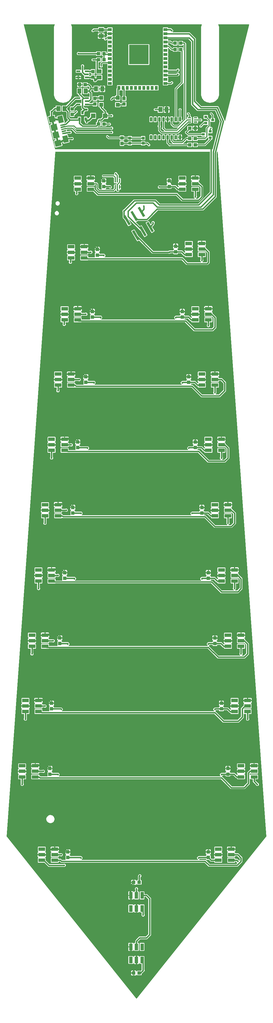
<source format=gbr>
G04 EAGLE Gerber RS-274X export*
G75*
%MOMM*%
%FSLAX34Y34*%
%LPD*%
%INTop Copper*%
%IPPOS*%
%AMOC8*
5,1,8,0,0,1.08239X$1,22.5*%
G01*
%ADD10R,1.000000X1.100000*%
%ADD11R,2.000000X1.100000*%
%ADD12R,1.100000X2.000000*%
%ADD13R,1.100000X1.000000*%
%ADD14R,1.500000X1.240000*%
%ADD15R,1.075000X1.000000*%
%ADD16R,1.240000X1.500000*%
%ADD17R,1.200000X0.550000*%
%ADD18R,1.400000X1.400000*%
%ADD19R,1.200000X1.200000*%
%ADD20R,1.000000X1.075000*%
%ADD21R,0.900000X0.900000*%
%ADD22R,0.900000X0.800000*%
%ADD23R,1.200000X0.900000*%
%ADD24R,0.900000X1.200000*%
%ADD25R,6.000000X6.000000*%
%ADD26R,0.635000X1.016000*%
%ADD27R,0.400000X1.350000*%
%ADD28R,2.100000X1.600000*%
%ADD29R,1.900000X1.900000*%
%ADD30R,1.800000X1.900000*%
%ADD31C,0.155000*%
%ADD32C,0.195000*%
%ADD33R,0.736600X3.251200*%
%ADD34R,0.355600X1.168400*%
%ADD35C,0.406400*%
%ADD36C,0.525000*%
%ADD37C,0.609600*%
%ADD38C,0.304800*%
%ADD39C,0.402400*%
%ADD40C,0.600000*%
%ADD41C,0.254000*%

G36*
X39Y-2996285D02*
X39Y-2996285D01*
X59Y-2996286D01*
X160Y-2996262D01*
X262Y-2996242D01*
X279Y-2996233D01*
X298Y-2996228D01*
X386Y-2996173D01*
X476Y-2996122D01*
X493Y-2996104D01*
X506Y-2996096D01*
X526Y-2996072D01*
X594Y-2996003D01*
X397730Y-2499584D01*
X397767Y-2499517D01*
X397813Y-2499456D01*
X397827Y-2499411D01*
X397850Y-2499370D01*
X397865Y-2499295D01*
X397888Y-2499222D01*
X397890Y-2499158D01*
X397896Y-2499128D01*
X397893Y-2499102D01*
X397895Y-2499054D01*
X248141Y-402506D01*
X248114Y-402394D01*
X248090Y-402280D01*
X248086Y-402274D01*
X248084Y-402266D01*
X248023Y-402169D01*
X247964Y-402069D01*
X247958Y-402064D01*
X247954Y-402058D01*
X247865Y-401985D01*
X247777Y-401909D01*
X247770Y-401906D01*
X247764Y-401902D01*
X247657Y-401861D01*
X247548Y-401817D01*
X247540Y-401816D01*
X247534Y-401814D01*
X247513Y-401813D01*
X247382Y-401799D01*
X247235Y-401799D01*
X247185Y-401807D01*
X247135Y-401805D01*
X247064Y-401827D01*
X246992Y-401839D01*
X246947Y-401862D01*
X246899Y-401877D01*
X246839Y-401919D01*
X246774Y-401954D01*
X246740Y-401990D01*
X246699Y-402019D01*
X246656Y-402079D01*
X246605Y-402132D01*
X246584Y-402177D01*
X246554Y-402218D01*
X246512Y-402332D01*
X246501Y-402355D01*
X246500Y-402363D01*
X246496Y-402375D01*
X245387Y-406810D01*
X245387Y-406819D01*
X245383Y-406827D01*
X245365Y-406994D01*
X245365Y-541434D01*
X204884Y-581915D01*
X65499Y-581915D01*
X65409Y-581929D01*
X65318Y-581937D01*
X65288Y-581949D01*
X65256Y-581954D01*
X65176Y-581997D01*
X65092Y-582033D01*
X65060Y-582059D01*
X65039Y-582070D01*
X65017Y-582093D01*
X64961Y-582138D01*
X33434Y-613665D01*
X4748Y-613665D01*
X4635Y-613683D01*
X4521Y-613699D01*
X4512Y-613703D01*
X4505Y-613704D01*
X4486Y-613715D01*
X4367Y-613767D01*
X-1471Y-617137D01*
X-1562Y-617212D01*
X-1656Y-617287D01*
X-1658Y-617291D01*
X-1661Y-617293D01*
X-1724Y-617393D01*
X-1789Y-617494D01*
X-1790Y-617498D01*
X-1792Y-617502D01*
X-1820Y-617617D01*
X-1849Y-617733D01*
X-1848Y-617737D01*
X-1849Y-617741D01*
X-1839Y-617860D01*
X-1830Y-617978D01*
X-1828Y-617982D01*
X-1828Y-617986D01*
X-1779Y-618096D01*
X-1733Y-618204D01*
X-1730Y-618208D01*
X-1729Y-618211D01*
X-1719Y-618221D01*
X-1628Y-618335D01*
X9528Y-629492D01*
X9564Y-629517D01*
X9593Y-629550D01*
X9663Y-629588D01*
X9728Y-629635D01*
X9770Y-629648D01*
X9808Y-629669D01*
X9886Y-629684D01*
X9963Y-629707D01*
X10007Y-629706D01*
X10050Y-629714D01*
X10129Y-629703D01*
X10209Y-629701D01*
X10250Y-629686D01*
X10293Y-629680D01*
X10426Y-629621D01*
X10440Y-629617D01*
X10442Y-629614D01*
X10447Y-629612D01*
X14459Y-627296D01*
X16086Y-627732D01*
X33184Y-657346D01*
X32748Y-658973D01*
X24911Y-663498D01*
X23284Y-663062D01*
X11972Y-643469D01*
X11962Y-643457D01*
X11956Y-643442D01*
X11851Y-643311D01*
X-22152Y-609308D01*
X-22172Y-609294D01*
X-22187Y-609275D01*
X-22271Y-609222D01*
X-22352Y-609164D01*
X-22375Y-609157D01*
X-22395Y-609145D01*
X-22492Y-609121D01*
X-22587Y-609092D01*
X-22611Y-609093D01*
X-22635Y-609087D01*
X-22734Y-609096D01*
X-22833Y-609098D01*
X-22856Y-609107D01*
X-22880Y-609109D01*
X-22971Y-609149D01*
X-23064Y-609183D01*
X-23083Y-609198D01*
X-23105Y-609208D01*
X-23178Y-609274D01*
X-23256Y-609337D01*
X-23269Y-609357D01*
X-23287Y-609373D01*
X-23335Y-609460D01*
X-23389Y-609544D01*
X-23395Y-609567D01*
X-23407Y-609588D01*
X-23425Y-609686D01*
X-23449Y-609782D01*
X-23447Y-609806D01*
X-23452Y-609830D01*
X-23438Y-609928D01*
X-23430Y-610027D01*
X-23421Y-610049D01*
X-23417Y-610073D01*
X-23350Y-610227D01*
X-15483Y-623852D01*
X-15919Y-625479D01*
X-23756Y-630004D01*
X-25383Y-629568D01*
X-36695Y-609975D01*
X-36705Y-609963D01*
X-36711Y-609948D01*
X-36816Y-609817D01*
X-39561Y-607073D01*
X-42165Y-604469D01*
X-42165Y-600705D01*
X-42183Y-600592D01*
X-42199Y-600478D01*
X-42203Y-600469D01*
X-42204Y-600463D01*
X-42215Y-600443D01*
X-42267Y-600325D01*
X-42481Y-599954D01*
X-42191Y-598870D01*
X-42189Y-598855D01*
X-42183Y-598840D01*
X-42165Y-598673D01*
X-42165Y-587038D01*
X-42179Y-586948D01*
X-42187Y-586857D01*
X-42199Y-586827D01*
X-42204Y-586795D01*
X-42247Y-586714D01*
X-42283Y-586630D01*
X-42309Y-586598D01*
X-42320Y-586577D01*
X-42343Y-586555D01*
X-42388Y-586499D01*
X-42758Y-586129D01*
X-42758Y-582271D01*
X-40029Y-579542D01*
X-39506Y-579542D01*
X-39416Y-579528D01*
X-39325Y-579520D01*
X-39295Y-579508D01*
X-39263Y-579503D01*
X-39183Y-579460D01*
X-39099Y-579424D01*
X-39067Y-579398D01*
X-39046Y-579387D01*
X-39024Y-579364D01*
X-38968Y-579319D01*
X-8034Y-548385D01*
X58834Y-548385D01*
X71311Y-560862D01*
X71385Y-560915D01*
X71454Y-560975D01*
X71484Y-560987D01*
X71510Y-561006D01*
X71597Y-561033D01*
X71682Y-561067D01*
X71723Y-561071D01*
X71746Y-561078D01*
X71778Y-561077D01*
X71849Y-561085D01*
X188501Y-561085D01*
X188591Y-561071D01*
X188682Y-561063D01*
X188712Y-561051D01*
X188744Y-561046D01*
X188824Y-561003D01*
X188908Y-560967D01*
X188940Y-560941D01*
X188961Y-560930D01*
X188983Y-560907D01*
X189039Y-560862D01*
X224312Y-525589D01*
X224365Y-525515D01*
X224425Y-525446D01*
X224437Y-525416D01*
X224456Y-525390D01*
X224483Y-525303D01*
X224517Y-525218D01*
X224521Y-525177D01*
X224528Y-525154D01*
X224527Y-525122D01*
X224535Y-525051D01*
X224535Y-402560D01*
X224532Y-402540D01*
X224534Y-402521D01*
X224512Y-402419D01*
X224496Y-402317D01*
X224486Y-402300D01*
X224482Y-402280D01*
X224429Y-402191D01*
X224380Y-402100D01*
X224366Y-402086D01*
X224356Y-402069D01*
X224277Y-402002D01*
X224202Y-401931D01*
X224184Y-401922D01*
X224169Y-401909D01*
X224073Y-401870D01*
X223979Y-401827D01*
X223959Y-401825D01*
X223941Y-401817D01*
X223774Y-401799D01*
X-247382Y-401799D01*
X-247496Y-401817D01*
X-247610Y-401834D01*
X-247617Y-401837D01*
X-247625Y-401839D01*
X-247726Y-401892D01*
X-247830Y-401945D01*
X-247835Y-401950D01*
X-247842Y-401954D01*
X-247922Y-402038D01*
X-248003Y-402120D01*
X-248006Y-402126D01*
X-248011Y-402132D01*
X-248060Y-402237D01*
X-248111Y-402341D01*
X-248112Y-402350D01*
X-248115Y-402355D01*
X-248117Y-402376D01*
X-248141Y-402506D01*
X-397895Y-2499054D01*
X-397888Y-2499130D01*
X-397890Y-2499207D01*
X-397877Y-2499252D01*
X-397872Y-2499299D01*
X-397841Y-2499369D01*
X-397819Y-2499442D01*
X-397785Y-2499496D01*
X-397773Y-2499524D01*
X-397755Y-2499543D01*
X-397730Y-2499584D01*
X-594Y-2996003D01*
X-517Y-2996073D01*
X-444Y-2996146D01*
X-427Y-2996154D01*
X-412Y-2996168D01*
X-316Y-2996209D01*
X-224Y-2996255D01*
X-204Y-2996258D01*
X-186Y-2996266D01*
X-83Y-2996274D01*
X20Y-2996288D01*
X39Y-2996285D01*
G37*
G36*
X232399Y-394440D02*
X232399Y-394440D01*
X232453Y-394442D01*
X232519Y-394421D01*
X232587Y-394410D01*
X232634Y-394384D01*
X232686Y-394368D01*
X232741Y-394327D01*
X232802Y-394295D01*
X232839Y-394255D01*
X232882Y-394223D01*
X232922Y-394167D01*
X232969Y-394117D01*
X232991Y-394067D01*
X233022Y-394023D01*
X233065Y-393905D01*
X233070Y-393894D01*
X233070Y-393890D01*
X233072Y-393884D01*
X254422Y-309721D01*
X254426Y-309672D01*
X254439Y-309626D01*
X254436Y-309552D01*
X254442Y-309477D01*
X254431Y-309430D01*
X254428Y-309382D01*
X254384Y-309241D01*
X240701Y-277315D01*
X240639Y-277217D01*
X240576Y-277116D01*
X240572Y-277113D01*
X240570Y-277109D01*
X240478Y-277036D01*
X240388Y-276961D01*
X240383Y-276960D01*
X240379Y-276957D01*
X240268Y-276916D01*
X240160Y-276875D01*
X240153Y-276875D01*
X240150Y-276873D01*
X240138Y-276873D01*
X240013Y-276861D01*
X186291Y-276861D01*
X167639Y-258209D01*
X167639Y-65748D01*
X167623Y-65652D01*
X167614Y-65555D01*
X167604Y-65532D01*
X167600Y-65507D01*
X167554Y-65421D01*
X167513Y-65332D01*
X167492Y-65307D01*
X167485Y-65292D01*
X167466Y-65275D01*
X167420Y-65218D01*
X159456Y-57254D01*
X159376Y-57197D01*
X159301Y-57135D01*
X159278Y-57127D01*
X159257Y-57112D01*
X159164Y-57084D01*
X159073Y-57049D01*
X159040Y-57046D01*
X159024Y-57041D01*
X158999Y-57042D01*
X158926Y-57035D01*
X97402Y-57035D01*
X97378Y-57039D01*
X97353Y-57036D01*
X97258Y-57058D01*
X97161Y-57074D01*
X97140Y-57086D01*
X97116Y-57092D01*
X97032Y-57143D01*
X96946Y-57189D01*
X96929Y-57207D01*
X96908Y-57220D01*
X96846Y-57296D01*
X96779Y-57367D01*
X96769Y-57390D01*
X96753Y-57409D01*
X96719Y-57500D01*
X96678Y-57590D01*
X96676Y-57614D01*
X96667Y-57637D01*
X96653Y-57784D01*
X96653Y-58312D01*
X96175Y-58790D01*
X96160Y-58810D01*
X96141Y-58826D01*
X96090Y-58909D01*
X96032Y-58989D01*
X96025Y-59012D01*
X96012Y-59033D01*
X95990Y-59128D01*
X95962Y-59222D01*
X95962Y-59247D01*
X95957Y-59270D01*
X95966Y-59368D01*
X95969Y-59466D01*
X95978Y-59489D01*
X95980Y-59513D01*
X96021Y-59603D01*
X96055Y-59694D01*
X96071Y-59713D01*
X96081Y-59736D01*
X96175Y-59850D01*
X96653Y-60328D01*
X96653Y-61364D01*
X96657Y-61388D01*
X96654Y-61413D01*
X96676Y-61508D01*
X96692Y-61605D01*
X96704Y-61626D01*
X96710Y-61650D01*
X96761Y-61734D01*
X96807Y-61820D01*
X96825Y-61837D01*
X96838Y-61858D01*
X96914Y-61920D01*
X96985Y-61987D01*
X97008Y-61997D01*
X97027Y-62013D01*
X97118Y-62047D01*
X97208Y-62088D01*
X97232Y-62090D01*
X97255Y-62099D01*
X97402Y-62113D01*
X105243Y-62113D01*
X109204Y-66074D01*
X109283Y-66131D01*
X109358Y-66193D01*
X109382Y-66201D01*
X109402Y-66216D01*
X109495Y-66244D01*
X109587Y-66279D01*
X109620Y-66282D01*
X109636Y-66287D01*
X109661Y-66286D01*
X109734Y-66293D01*
X110343Y-66293D01*
X110367Y-66289D01*
X110392Y-66292D01*
X110487Y-66270D01*
X110584Y-66254D01*
X110605Y-66242D01*
X110629Y-66236D01*
X110713Y-66185D01*
X110799Y-66139D01*
X110816Y-66121D01*
X110837Y-66108D01*
X110899Y-66032D01*
X110966Y-65961D01*
X110976Y-65938D01*
X110992Y-65919D01*
X111026Y-65828D01*
X111067Y-65738D01*
X111069Y-65714D01*
X111078Y-65691D01*
X111092Y-65544D01*
X111092Y-64008D01*
X112283Y-62817D01*
X124717Y-62817D01*
X125908Y-64008D01*
X125908Y-75692D01*
X124717Y-76883D01*
X112283Y-76883D01*
X111092Y-75692D01*
X111092Y-74156D01*
X111088Y-74132D01*
X111091Y-74107D01*
X111069Y-74012D01*
X111053Y-73915D01*
X111041Y-73894D01*
X111035Y-73870D01*
X110984Y-73786D01*
X110938Y-73700D01*
X110920Y-73683D01*
X110907Y-73662D01*
X110831Y-73600D01*
X110760Y-73533D01*
X110737Y-73523D01*
X110718Y-73507D01*
X110627Y-73473D01*
X110537Y-73432D01*
X110513Y-73430D01*
X110490Y-73421D01*
X110343Y-73407D01*
X106477Y-73407D01*
X102516Y-69446D01*
X102437Y-69389D01*
X102362Y-69327D01*
X102338Y-69319D01*
X102318Y-69304D01*
X102225Y-69276D01*
X102133Y-69241D01*
X102100Y-69238D01*
X102084Y-69233D01*
X102059Y-69234D01*
X101986Y-69227D01*
X97402Y-69227D01*
X97378Y-69231D01*
X97353Y-69228D01*
X97258Y-69250D01*
X97161Y-69266D01*
X97140Y-69278D01*
X97116Y-69284D01*
X97032Y-69335D01*
X96946Y-69381D01*
X96929Y-69399D01*
X96908Y-69412D01*
X96846Y-69488D01*
X96779Y-69559D01*
X96769Y-69582D01*
X96753Y-69601D01*
X96719Y-69692D01*
X96678Y-69782D01*
X96676Y-69806D01*
X96667Y-69829D01*
X96653Y-69976D01*
X96653Y-71012D01*
X96175Y-71490D01*
X96160Y-71510D01*
X96141Y-71526D01*
X96090Y-71609D01*
X96032Y-71689D01*
X96025Y-71712D01*
X96012Y-71733D01*
X95990Y-71828D01*
X95962Y-71922D01*
X95962Y-71947D01*
X95957Y-71970D01*
X95966Y-72068D01*
X95969Y-72166D01*
X95978Y-72189D01*
X95980Y-72213D01*
X96021Y-72303D01*
X96055Y-72394D01*
X96071Y-72413D01*
X96081Y-72436D01*
X96175Y-72550D01*
X96653Y-73028D01*
X96653Y-74064D01*
X96657Y-74088D01*
X96654Y-74113D01*
X96676Y-74208D01*
X96692Y-74305D01*
X96704Y-74326D01*
X96710Y-74350D01*
X96761Y-74434D01*
X96807Y-74520D01*
X96825Y-74537D01*
X96838Y-74558D01*
X96914Y-74620D01*
X96985Y-74687D01*
X97008Y-74697D01*
X97027Y-74713D01*
X97118Y-74747D01*
X97208Y-74788D01*
X97232Y-74790D01*
X97255Y-74799D01*
X97402Y-74813D01*
X98893Y-74813D01*
X109204Y-85124D01*
X109283Y-85181D01*
X109358Y-85243D01*
X109382Y-85251D01*
X109402Y-85266D01*
X109495Y-85294D01*
X109587Y-85329D01*
X109620Y-85332D01*
X109636Y-85337D01*
X109661Y-85336D01*
X109734Y-85343D01*
X110343Y-85343D01*
X110367Y-85339D01*
X110392Y-85342D01*
X110487Y-85320D01*
X110584Y-85304D01*
X110605Y-85292D01*
X110629Y-85286D01*
X110713Y-85235D01*
X110799Y-85189D01*
X110816Y-85171D01*
X110837Y-85158D01*
X110899Y-85082D01*
X110966Y-85011D01*
X110976Y-84988D01*
X110992Y-84969D01*
X111026Y-84878D01*
X111067Y-84788D01*
X111069Y-84764D01*
X111078Y-84741D01*
X111092Y-84594D01*
X111092Y-83058D01*
X112283Y-81867D01*
X124717Y-81867D01*
X125908Y-83058D01*
X125908Y-94742D01*
X124717Y-95933D01*
X112283Y-95933D01*
X111092Y-94742D01*
X111092Y-93206D01*
X111088Y-93182D01*
X111091Y-93157D01*
X111069Y-93062D01*
X111053Y-92965D01*
X111041Y-92944D01*
X111035Y-92920D01*
X110984Y-92836D01*
X110938Y-92750D01*
X110920Y-92733D01*
X110907Y-92712D01*
X110831Y-92650D01*
X110760Y-92583D01*
X110737Y-92573D01*
X110718Y-92557D01*
X110627Y-92523D01*
X110537Y-92482D01*
X110513Y-92480D01*
X110490Y-92471D01*
X110343Y-92457D01*
X106477Y-92457D01*
X97722Y-83702D01*
X97702Y-83688D01*
X97687Y-83669D01*
X97604Y-83617D01*
X97596Y-83612D01*
X97595Y-83611D01*
X97524Y-83560D01*
X97500Y-83553D01*
X97480Y-83540D01*
X97384Y-83518D01*
X97290Y-83489D01*
X97266Y-83490D01*
X97242Y-83484D01*
X97144Y-83494D01*
X97046Y-83497D01*
X97024Y-83506D01*
X96999Y-83508D01*
X96910Y-83548D01*
X96818Y-83583D01*
X96799Y-83598D01*
X96777Y-83609D01*
X96663Y-83702D01*
X96175Y-84190D01*
X96160Y-84210D01*
X96141Y-84226D01*
X96089Y-84309D01*
X96032Y-84389D01*
X96025Y-84412D01*
X96012Y-84433D01*
X95990Y-84528D01*
X95962Y-84622D01*
X95962Y-84647D01*
X95957Y-84670D01*
X95966Y-84768D01*
X95969Y-84866D01*
X95978Y-84889D01*
X95980Y-84913D01*
X96021Y-85003D01*
X96055Y-85094D01*
X96071Y-85113D01*
X96081Y-85136D01*
X96175Y-85250D01*
X96653Y-85728D01*
X96653Y-96412D01*
X96175Y-96890D01*
X96160Y-96910D01*
X96141Y-96926D01*
X96090Y-97009D01*
X96032Y-97089D01*
X96025Y-97112D01*
X96012Y-97133D01*
X95990Y-97228D01*
X95962Y-97322D01*
X95962Y-97347D01*
X95957Y-97370D01*
X95966Y-97468D01*
X95969Y-97566D01*
X95978Y-97589D01*
X95980Y-97613D01*
X96021Y-97703D01*
X96055Y-97794D01*
X96071Y-97813D01*
X96081Y-97836D01*
X96175Y-97950D01*
X96653Y-98428D01*
X96653Y-109112D01*
X96175Y-109590D01*
X96160Y-109610D01*
X96141Y-109626D01*
X96090Y-109709D01*
X96032Y-109789D01*
X96025Y-109812D01*
X96012Y-109833D01*
X95990Y-109928D01*
X95962Y-110022D01*
X95962Y-110047D01*
X95957Y-110070D01*
X95966Y-110168D01*
X95969Y-110266D01*
X95978Y-110289D01*
X95980Y-110313D01*
X96021Y-110403D01*
X96055Y-110494D01*
X96071Y-110513D01*
X96081Y-110536D01*
X96175Y-110650D01*
X96653Y-111128D01*
X96653Y-121812D01*
X96175Y-122290D01*
X96160Y-122310D01*
X96141Y-122326D01*
X96090Y-122409D01*
X96032Y-122489D01*
X96025Y-122512D01*
X96012Y-122533D01*
X95990Y-122628D01*
X95962Y-122722D01*
X95962Y-122747D01*
X95957Y-122770D01*
X95966Y-122868D01*
X95969Y-122966D01*
X95978Y-122989D01*
X95980Y-123013D01*
X96021Y-123103D01*
X96055Y-123194D01*
X96071Y-123213D01*
X96081Y-123236D01*
X96175Y-123350D01*
X96653Y-123828D01*
X96653Y-134512D01*
X96175Y-134990D01*
X96160Y-135010D01*
X96141Y-135026D01*
X96090Y-135109D01*
X96032Y-135189D01*
X96025Y-135212D01*
X96012Y-135233D01*
X95990Y-135328D01*
X95962Y-135422D01*
X95962Y-135447D01*
X95957Y-135470D01*
X95966Y-135568D01*
X95969Y-135666D01*
X95978Y-135689D01*
X95980Y-135713D01*
X96021Y-135803D01*
X96055Y-135894D01*
X96071Y-135913D01*
X96081Y-135936D01*
X96175Y-136050D01*
X96653Y-136528D01*
X96653Y-147212D01*
X96175Y-147690D01*
X96160Y-147710D01*
X96141Y-147726D01*
X96090Y-147809D01*
X96032Y-147889D01*
X96025Y-147912D01*
X96012Y-147933D01*
X95990Y-148028D01*
X95962Y-148122D01*
X95962Y-148147D01*
X95957Y-148170D01*
X95966Y-148268D01*
X95969Y-148366D01*
X95978Y-148389D01*
X95980Y-148413D01*
X96021Y-148503D01*
X96055Y-148594D01*
X96071Y-148613D01*
X96081Y-148636D01*
X96175Y-148750D01*
X96653Y-149228D01*
X96653Y-149756D01*
X96657Y-149780D01*
X96654Y-149805D01*
X96676Y-149900D01*
X96692Y-149997D01*
X96704Y-150018D01*
X96710Y-150042D01*
X96761Y-150126D01*
X96807Y-150212D01*
X96825Y-150229D01*
X96838Y-150250D01*
X96914Y-150312D01*
X96985Y-150379D01*
X97008Y-150389D01*
X97027Y-150405D01*
X97118Y-150439D01*
X97208Y-150480D01*
X97232Y-150482D01*
X97255Y-150491D01*
X97402Y-150505D01*
X121997Y-150505D01*
X122094Y-150489D01*
X122191Y-150480D01*
X122213Y-150470D01*
X122238Y-150466D01*
X122324Y-150420D01*
X122413Y-150379D01*
X122439Y-150358D01*
X122453Y-150351D01*
X122470Y-150332D01*
X122527Y-150286D01*
X125071Y-147742D01*
X128929Y-147742D01*
X131658Y-150471D01*
X131658Y-154329D01*
X128929Y-157058D01*
X128401Y-157058D01*
X128305Y-157074D01*
X128208Y-157083D01*
X128185Y-157093D01*
X128160Y-157097D01*
X128074Y-157143D01*
X127985Y-157184D01*
X127960Y-157205D01*
X127945Y-157212D01*
X127928Y-157231D01*
X127871Y-157277D01*
X126514Y-158635D01*
X97402Y-158635D01*
X97378Y-158639D01*
X97353Y-158636D01*
X97258Y-158658D01*
X97161Y-158674D01*
X97140Y-158686D01*
X97116Y-158692D01*
X97032Y-158743D01*
X96946Y-158789D01*
X96929Y-158807D01*
X96908Y-158820D01*
X96846Y-158896D01*
X96779Y-158967D01*
X96769Y-158990D01*
X96753Y-159009D01*
X96719Y-159100D01*
X96678Y-159190D01*
X96676Y-159214D01*
X96667Y-159237D01*
X96653Y-159384D01*
X96653Y-159912D01*
X96175Y-160390D01*
X96160Y-160410D01*
X96141Y-160426D01*
X96090Y-160509D01*
X96032Y-160589D01*
X96025Y-160612D01*
X96012Y-160633D01*
X95990Y-160728D01*
X95962Y-160822D01*
X95962Y-160847D01*
X95957Y-160870D01*
X95966Y-160968D01*
X95969Y-161066D01*
X95978Y-161089D01*
X95980Y-161113D01*
X96021Y-161203D01*
X96055Y-161294D01*
X96071Y-161313D01*
X96081Y-161336D01*
X96175Y-161450D01*
X96653Y-161928D01*
X96653Y-162456D01*
X96657Y-162480D01*
X96654Y-162505D01*
X96676Y-162600D01*
X96692Y-162697D01*
X96704Y-162718D01*
X96710Y-162742D01*
X96761Y-162826D01*
X96807Y-162912D01*
X96825Y-162929D01*
X96838Y-162950D01*
X96914Y-163012D01*
X96985Y-163079D01*
X97008Y-163089D01*
X97027Y-163105D01*
X97118Y-163139D01*
X97208Y-163180D01*
X97232Y-163182D01*
X97255Y-163191D01*
X97402Y-163205D01*
X121997Y-163205D01*
X122094Y-163189D01*
X122191Y-163180D01*
X122213Y-163170D01*
X122238Y-163166D01*
X122324Y-163120D01*
X122413Y-163079D01*
X122439Y-163058D01*
X122453Y-163051D01*
X122470Y-163032D01*
X122527Y-162986D01*
X125071Y-160442D01*
X128929Y-160442D01*
X131658Y-163171D01*
X131658Y-167029D01*
X128929Y-169758D01*
X128401Y-169758D01*
X128305Y-169774D01*
X128208Y-169783D01*
X128185Y-169793D01*
X128160Y-169797D01*
X128074Y-169843D01*
X127985Y-169884D01*
X127960Y-169905D01*
X127945Y-169912D01*
X127928Y-169931D01*
X127871Y-169977D01*
X126514Y-171335D01*
X97402Y-171335D01*
X97378Y-171339D01*
X97353Y-171336D01*
X97258Y-171358D01*
X97161Y-171374D01*
X97140Y-171386D01*
X97116Y-171392D01*
X97032Y-171443D01*
X96946Y-171489D01*
X96929Y-171507D01*
X96908Y-171520D01*
X96846Y-171596D01*
X96779Y-171667D01*
X96769Y-171690D01*
X96753Y-171709D01*
X96719Y-171800D01*
X96678Y-171890D01*
X96676Y-171914D01*
X96667Y-171937D01*
X96653Y-172084D01*
X96653Y-172612D01*
X96175Y-173090D01*
X96160Y-173110D01*
X96141Y-173126D01*
X96090Y-173209D01*
X96032Y-173289D01*
X96025Y-173312D01*
X96012Y-173333D01*
X95990Y-173428D01*
X95962Y-173522D01*
X95962Y-173547D01*
X95957Y-173570D01*
X95966Y-173668D01*
X95969Y-173766D01*
X95978Y-173789D01*
X95980Y-173813D01*
X96021Y-173903D01*
X96055Y-173994D01*
X96071Y-174013D01*
X96081Y-174036D01*
X96175Y-174150D01*
X96653Y-174628D01*
X96653Y-185312D01*
X96175Y-185790D01*
X96160Y-185810D01*
X96141Y-185826D01*
X96090Y-185909D01*
X96032Y-185989D01*
X96025Y-186012D01*
X96012Y-186033D01*
X95990Y-186128D01*
X95962Y-186222D01*
X95962Y-186247D01*
X95957Y-186270D01*
X95966Y-186368D01*
X95969Y-186466D01*
X95978Y-186489D01*
X95980Y-186513D01*
X96021Y-186603D01*
X96055Y-186694D01*
X96071Y-186713D01*
X96081Y-186736D01*
X96175Y-186850D01*
X96653Y-187328D01*
X96653Y-188364D01*
X96657Y-188388D01*
X96654Y-188413D01*
X96676Y-188508D01*
X96692Y-188605D01*
X96704Y-188626D01*
X96710Y-188650D01*
X96761Y-188734D01*
X96807Y-188820D01*
X96825Y-188837D01*
X96838Y-188858D01*
X96914Y-188920D01*
X96985Y-188987D01*
X97008Y-188997D01*
X97027Y-189013D01*
X97118Y-189047D01*
X97208Y-189088D01*
X97232Y-189090D01*
X97255Y-189099D01*
X97402Y-189113D01*
X103306Y-189113D01*
X103403Y-189097D01*
X103499Y-189088D01*
X103522Y-189078D01*
X103547Y-189074D01*
X103633Y-189028D01*
X103722Y-188987D01*
X103747Y-188966D01*
X103762Y-188959D01*
X103779Y-188940D01*
X103836Y-188894D01*
X106275Y-186455D01*
X109625Y-186455D01*
X111995Y-188825D01*
X111995Y-192175D01*
X109625Y-194545D01*
X109246Y-194545D01*
X109149Y-194561D01*
X109052Y-194570D01*
X109030Y-194580D01*
X109005Y-194584D01*
X108919Y-194630D01*
X108830Y-194671D01*
X108804Y-194692D01*
X108790Y-194699D01*
X108773Y-194718D01*
X108716Y-194764D01*
X107253Y-196227D01*
X97402Y-196227D01*
X97378Y-196231D01*
X97353Y-196228D01*
X97258Y-196250D01*
X97161Y-196266D01*
X97140Y-196278D01*
X97116Y-196284D01*
X97032Y-196335D01*
X96946Y-196381D01*
X96929Y-196399D01*
X96908Y-196412D01*
X96846Y-196488D01*
X96779Y-196559D01*
X96769Y-196582D01*
X96753Y-196601D01*
X96719Y-196692D01*
X96678Y-196782D01*
X96676Y-196806D01*
X96667Y-196829D01*
X96653Y-196976D01*
X96653Y-198012D01*
X95462Y-199203D01*
X81778Y-199203D01*
X80587Y-198012D01*
X80587Y-187328D01*
X81065Y-186850D01*
X81080Y-186830D01*
X81099Y-186814D01*
X81151Y-186731D01*
X81208Y-186651D01*
X81215Y-186628D01*
X81228Y-186607D01*
X81250Y-186512D01*
X81278Y-186418D01*
X81278Y-186394D01*
X81283Y-186370D01*
X81274Y-186272D01*
X81271Y-186174D01*
X81262Y-186151D01*
X81260Y-186127D01*
X81219Y-186037D01*
X81185Y-185946D01*
X81169Y-185927D01*
X81159Y-185904D01*
X81065Y-185790D01*
X80587Y-185312D01*
X80587Y-174628D01*
X81065Y-174150D01*
X81080Y-174130D01*
X81099Y-174114D01*
X81151Y-174031D01*
X81208Y-173951D01*
X81215Y-173928D01*
X81228Y-173907D01*
X81250Y-173812D01*
X81278Y-173718D01*
X81278Y-173694D01*
X81283Y-173670D01*
X81274Y-173572D01*
X81271Y-173474D01*
X81262Y-173451D01*
X81260Y-173427D01*
X81219Y-173337D01*
X81185Y-173246D01*
X81169Y-173227D01*
X81159Y-173204D01*
X81065Y-173090D01*
X80587Y-172612D01*
X80587Y-161928D01*
X81065Y-161450D01*
X81080Y-161430D01*
X81099Y-161414D01*
X81151Y-161331D01*
X81208Y-161251D01*
X81215Y-161228D01*
X81228Y-161207D01*
X81250Y-161112D01*
X81278Y-161018D01*
X81278Y-160994D01*
X81283Y-160970D01*
X81274Y-160872D01*
X81271Y-160774D01*
X81262Y-160751D01*
X81260Y-160727D01*
X81219Y-160637D01*
X81185Y-160546D01*
X81169Y-160527D01*
X81159Y-160504D01*
X81065Y-160390D01*
X80587Y-159912D01*
X80587Y-149228D01*
X81065Y-148750D01*
X81080Y-148730D01*
X81099Y-148714D01*
X81151Y-148631D01*
X81208Y-148551D01*
X81215Y-148528D01*
X81228Y-148507D01*
X81250Y-148412D01*
X81278Y-148318D01*
X81278Y-148294D01*
X81283Y-148270D01*
X81274Y-148172D01*
X81271Y-148074D01*
X81262Y-148051D01*
X81260Y-148027D01*
X81219Y-147937D01*
X81185Y-147846D01*
X81169Y-147827D01*
X81159Y-147804D01*
X81065Y-147690D01*
X80587Y-147212D01*
X80587Y-136528D01*
X81065Y-136050D01*
X81080Y-136030D01*
X81099Y-136014D01*
X81151Y-135931D01*
X81208Y-135851D01*
X81215Y-135828D01*
X81228Y-135807D01*
X81250Y-135712D01*
X81278Y-135618D01*
X81278Y-135594D01*
X81283Y-135570D01*
X81274Y-135472D01*
X81271Y-135374D01*
X81262Y-135351D01*
X81260Y-135327D01*
X81219Y-135237D01*
X81185Y-135146D01*
X81169Y-135127D01*
X81159Y-135104D01*
X81065Y-134990D01*
X80587Y-134512D01*
X80587Y-123828D01*
X81065Y-123350D01*
X81080Y-123330D01*
X81099Y-123314D01*
X81151Y-123231D01*
X81208Y-123151D01*
X81215Y-123128D01*
X81228Y-123107D01*
X81250Y-123012D01*
X81278Y-122918D01*
X81278Y-122894D01*
X81283Y-122870D01*
X81274Y-122772D01*
X81271Y-122674D01*
X81262Y-122651D01*
X81260Y-122627D01*
X81219Y-122537D01*
X81185Y-122446D01*
X81169Y-122427D01*
X81159Y-122404D01*
X81065Y-122290D01*
X80587Y-121812D01*
X80587Y-111128D01*
X81065Y-110650D01*
X81080Y-110630D01*
X81099Y-110614D01*
X81151Y-110531D01*
X81208Y-110451D01*
X81215Y-110428D01*
X81228Y-110407D01*
X81250Y-110312D01*
X81278Y-110218D01*
X81278Y-110194D01*
X81283Y-110170D01*
X81274Y-110072D01*
X81271Y-109974D01*
X81262Y-109951D01*
X81260Y-109927D01*
X81219Y-109837D01*
X81185Y-109746D01*
X81169Y-109727D01*
X81159Y-109704D01*
X81065Y-109590D01*
X80587Y-109112D01*
X80587Y-98428D01*
X81065Y-97950D01*
X81080Y-97930D01*
X81099Y-97914D01*
X81151Y-97831D01*
X81208Y-97751D01*
X81215Y-97728D01*
X81228Y-97707D01*
X81250Y-97612D01*
X81278Y-97518D01*
X81278Y-97494D01*
X81283Y-97470D01*
X81274Y-97372D01*
X81271Y-97274D01*
X81262Y-97251D01*
X81260Y-97227D01*
X81219Y-97137D01*
X81185Y-97046D01*
X81169Y-97027D01*
X81159Y-97004D01*
X81065Y-96890D01*
X80587Y-96412D01*
X80587Y-85728D01*
X81065Y-85250D01*
X81080Y-85230D01*
X81099Y-85214D01*
X81151Y-85131D01*
X81208Y-85051D01*
X81215Y-85028D01*
X81228Y-85007D01*
X81250Y-84912D01*
X81278Y-84818D01*
X81278Y-84794D01*
X81283Y-84770D01*
X81274Y-84672D01*
X81271Y-84574D01*
X81262Y-84551D01*
X81260Y-84527D01*
X81219Y-84437D01*
X81185Y-84346D01*
X81169Y-84327D01*
X81159Y-84304D01*
X81065Y-84190D01*
X80587Y-83712D01*
X80587Y-73028D01*
X81065Y-72550D01*
X81080Y-72530D01*
X81099Y-72514D01*
X81151Y-72431D01*
X81208Y-72351D01*
X81215Y-72328D01*
X81228Y-72307D01*
X81250Y-72212D01*
X81278Y-72118D01*
X81278Y-72094D01*
X81283Y-72070D01*
X81274Y-71972D01*
X81271Y-71874D01*
X81262Y-71851D01*
X81260Y-71827D01*
X81219Y-71737D01*
X81185Y-71646D01*
X81169Y-71627D01*
X81159Y-71604D01*
X81065Y-71490D01*
X80587Y-71012D01*
X80587Y-60328D01*
X81065Y-59850D01*
X81080Y-59830D01*
X81099Y-59814D01*
X81151Y-59731D01*
X81208Y-59651D01*
X81215Y-59628D01*
X81228Y-59607D01*
X81250Y-59512D01*
X81278Y-59418D01*
X81278Y-59394D01*
X81283Y-59370D01*
X81274Y-59272D01*
X81271Y-59174D01*
X81262Y-59151D01*
X81260Y-59127D01*
X81219Y-59037D01*
X81185Y-58946D01*
X81169Y-58927D01*
X81159Y-58904D01*
X81065Y-58790D01*
X80587Y-58312D01*
X80587Y-47628D01*
X81065Y-47150D01*
X81080Y-47130D01*
X81099Y-47114D01*
X81151Y-47031D01*
X81208Y-46951D01*
X81215Y-46928D01*
X81228Y-46907D01*
X81250Y-46812D01*
X81278Y-46718D01*
X81278Y-46694D01*
X81283Y-46670D01*
X81274Y-46572D01*
X81271Y-46474D01*
X81262Y-46451D01*
X81260Y-46427D01*
X81219Y-46337D01*
X81185Y-46246D01*
X81169Y-46227D01*
X81159Y-46204D01*
X81065Y-46090D01*
X80587Y-45612D01*
X80587Y-34928D01*
X81065Y-34450D01*
X81080Y-34430D01*
X81099Y-34414D01*
X81151Y-34331D01*
X81208Y-34251D01*
X81215Y-34228D01*
X81228Y-34207D01*
X81250Y-34112D01*
X81278Y-34018D01*
X81278Y-33994D01*
X81283Y-33970D01*
X81274Y-33872D01*
X81271Y-33774D01*
X81262Y-33751D01*
X81260Y-33727D01*
X81219Y-33637D01*
X81185Y-33546D01*
X81169Y-33527D01*
X81159Y-33504D01*
X81065Y-33390D01*
X80587Y-32912D01*
X80587Y-22228D01*
X81778Y-21037D01*
X95462Y-21037D01*
X96653Y-22228D01*
X96653Y-22756D01*
X96657Y-22780D01*
X96654Y-22805D01*
X96676Y-22900D01*
X96692Y-22997D01*
X96704Y-23018D01*
X96710Y-23042D01*
X96761Y-23126D01*
X96807Y-23212D01*
X96825Y-23229D01*
X96838Y-23250D01*
X96914Y-23312D01*
X96985Y-23379D01*
X97008Y-23389D01*
X97027Y-23405D01*
X97118Y-23439D01*
X97208Y-23480D01*
X97232Y-23482D01*
X97255Y-23491D01*
X97402Y-23505D01*
X105454Y-23505D01*
X112015Y-30066D01*
X112015Y-33434D01*
X110522Y-34926D01*
X110479Y-34986D01*
X110429Y-35040D01*
X110409Y-35084D01*
X110380Y-35125D01*
X110359Y-35195D01*
X110328Y-35262D01*
X110323Y-35311D01*
X110309Y-35358D01*
X110312Y-35431D01*
X110304Y-35505D01*
X110315Y-35553D01*
X110317Y-35602D01*
X110343Y-35671D01*
X110360Y-35742D01*
X110386Y-35784D01*
X110403Y-35830D01*
X110449Y-35887D01*
X110488Y-35950D01*
X110526Y-35981D01*
X110558Y-36019D01*
X110620Y-36058D01*
X110677Y-36105D01*
X110723Y-36122D01*
X110765Y-36148D01*
X110836Y-36165D01*
X110905Y-36191D01*
X110978Y-36198D01*
X111002Y-36204D01*
X111019Y-36202D01*
X111052Y-36205D01*
X162604Y-36205D01*
X181865Y-55466D01*
X181865Y-245656D01*
X181881Y-245752D01*
X181890Y-245849D01*
X181900Y-245872D01*
X181904Y-245897D01*
X181950Y-245983D01*
X181991Y-246072D01*
X182012Y-246097D01*
X182019Y-246112D01*
X182038Y-246129D01*
X182084Y-246186D01*
X198314Y-262416D01*
X198394Y-262473D01*
X198469Y-262535D01*
X198492Y-262543D01*
X198513Y-262558D01*
X198606Y-262586D01*
X198697Y-262621D01*
X198730Y-262624D01*
X198746Y-262629D01*
X198771Y-262628D01*
X198844Y-262635D01*
X246662Y-262635D01*
X246739Y-262623D01*
X246816Y-262619D01*
X246878Y-262600D01*
X246903Y-262596D01*
X246919Y-262587D01*
X246957Y-262575D01*
X247596Y-262301D01*
X248299Y-262582D01*
X248366Y-262596D01*
X248430Y-262621D01*
X248513Y-262629D01*
X248537Y-262634D01*
X248551Y-262633D01*
X248577Y-262635D01*
X249334Y-262635D01*
X249825Y-263127D01*
X249889Y-263172D01*
X249946Y-263225D01*
X250004Y-263255D01*
X250024Y-263269D01*
X250042Y-263275D01*
X250077Y-263293D01*
X250723Y-263551D01*
X251021Y-264247D01*
X251058Y-264305D01*
X251086Y-264367D01*
X251139Y-264432D01*
X251152Y-264452D01*
X251163Y-264461D01*
X251180Y-264481D01*
X251715Y-265016D01*
X251715Y-265712D01*
X251727Y-265789D01*
X251731Y-265866D01*
X251750Y-265928D01*
X251754Y-265953D01*
X251763Y-265970D01*
X251775Y-266007D01*
X269305Y-306909D01*
X269318Y-306930D01*
X269351Y-306999D01*
X269694Y-307571D01*
X269741Y-307627D01*
X269781Y-307688D01*
X269820Y-307719D01*
X269852Y-307757D01*
X269915Y-307794D01*
X269972Y-307840D01*
X270019Y-307857D01*
X270061Y-307882D01*
X270133Y-307897D01*
X270202Y-307922D01*
X270251Y-307923D01*
X270299Y-307933D01*
X270372Y-307925D01*
X270446Y-307926D01*
X270493Y-307911D01*
X270542Y-307906D01*
X270608Y-307874D01*
X270678Y-307852D01*
X270718Y-307822D01*
X270762Y-307801D01*
X270815Y-307750D01*
X270874Y-307706D01*
X270902Y-307666D01*
X270938Y-307632D01*
X270971Y-307566D01*
X271013Y-307506D01*
X271038Y-307437D01*
X271049Y-307415D01*
X271052Y-307398D01*
X271063Y-307367D01*
X344684Y-12882D01*
X344694Y-12767D01*
X344705Y-12651D01*
X344704Y-12645D01*
X344704Y-12639D01*
X344676Y-12527D01*
X344650Y-12414D01*
X344646Y-12408D01*
X344645Y-12402D01*
X344582Y-12305D01*
X344521Y-12206D01*
X344516Y-12202D01*
X344513Y-12197D01*
X344422Y-12125D01*
X344333Y-12052D01*
X344327Y-12049D01*
X344321Y-12045D01*
X344212Y-12006D01*
X344104Y-11965D01*
X344096Y-11965D01*
X344092Y-11963D01*
X344077Y-11963D01*
X343957Y-11951D01*
X250766Y-11951D01*
X250734Y-11956D01*
X250701Y-11954D01*
X250614Y-11976D01*
X250525Y-11990D01*
X250496Y-12006D01*
X250464Y-12014D01*
X250389Y-12063D01*
X250310Y-12105D01*
X250287Y-12129D01*
X250260Y-12147D01*
X250204Y-12218D01*
X250143Y-12284D01*
X250129Y-12313D01*
X250109Y-12339D01*
X250079Y-12424D01*
X250042Y-12506D01*
X250039Y-12538D01*
X250028Y-12569D01*
X250027Y-12659D01*
X250018Y-12749D01*
X250026Y-12780D01*
X250025Y-12813D01*
X250062Y-12956D01*
X252533Y-19745D01*
X252533Y-229455D01*
X249212Y-238579D01*
X242971Y-246017D01*
X234562Y-250871D01*
X225000Y-252557D01*
X215438Y-250871D01*
X207029Y-246017D01*
X200788Y-238579D01*
X197467Y-229455D01*
X197467Y-19745D01*
X199938Y-12956D01*
X199944Y-12924D01*
X199958Y-12894D01*
X199967Y-12805D01*
X199983Y-12716D01*
X199979Y-12684D01*
X199982Y-12651D01*
X199961Y-12564D01*
X199949Y-12475D01*
X199934Y-12446D01*
X199927Y-12414D01*
X199879Y-12337D01*
X199839Y-12257D01*
X199815Y-12234D01*
X199798Y-12206D01*
X199729Y-12149D01*
X199664Y-12086D01*
X199635Y-12072D01*
X199609Y-12052D01*
X199525Y-12020D01*
X199444Y-11981D01*
X199412Y-11977D01*
X199381Y-11965D01*
X199234Y-11951D01*
X-199234Y-11951D01*
X-199266Y-11956D01*
X-199299Y-11954D01*
X-199386Y-11976D01*
X-199475Y-11990D01*
X-199504Y-12006D01*
X-199536Y-12014D01*
X-199611Y-12063D01*
X-199690Y-12105D01*
X-199713Y-12129D01*
X-199740Y-12147D01*
X-199796Y-12218D01*
X-199857Y-12284D01*
X-199871Y-12313D01*
X-199891Y-12339D01*
X-199921Y-12424D01*
X-199958Y-12506D01*
X-199961Y-12538D01*
X-199972Y-12569D01*
X-199973Y-12659D01*
X-199982Y-12749D01*
X-199974Y-12780D01*
X-199975Y-12813D01*
X-199938Y-12956D01*
X-197467Y-19745D01*
X-197467Y-229455D01*
X-200788Y-238579D01*
X-207029Y-246017D01*
X-215438Y-250871D01*
X-225000Y-252557D01*
X-234562Y-250871D01*
X-242971Y-246017D01*
X-249212Y-238579D01*
X-252533Y-229455D01*
X-252533Y-19745D01*
X-250062Y-12956D01*
X-250056Y-12924D01*
X-250042Y-12894D01*
X-250033Y-12805D01*
X-250017Y-12716D01*
X-250021Y-12684D01*
X-250018Y-12651D01*
X-250039Y-12564D01*
X-250051Y-12475D01*
X-250066Y-12446D01*
X-250073Y-12414D01*
X-250121Y-12337D01*
X-250161Y-12257D01*
X-250185Y-12234D01*
X-250202Y-12206D01*
X-250271Y-12149D01*
X-250336Y-12086D01*
X-250365Y-12072D01*
X-250391Y-12052D01*
X-250475Y-12020D01*
X-250556Y-11981D01*
X-250588Y-11977D01*
X-250619Y-11965D01*
X-250766Y-11951D01*
X-343957Y-11951D01*
X-344072Y-11970D01*
X-344186Y-11986D01*
X-344192Y-11989D01*
X-344198Y-11990D01*
X-344300Y-12045D01*
X-344403Y-12098D01*
X-344408Y-12102D01*
X-344413Y-12105D01*
X-344492Y-12190D01*
X-344573Y-12273D01*
X-344576Y-12279D01*
X-344580Y-12284D01*
X-344628Y-12388D01*
X-344678Y-12493D01*
X-344678Y-12500D01*
X-344681Y-12506D01*
X-344692Y-12621D01*
X-344706Y-12736D01*
X-344705Y-12744D01*
X-344705Y-12749D01*
X-344702Y-12763D01*
X-344684Y-12882D01*
X-249434Y-393882D01*
X-249412Y-393932D01*
X-249400Y-393986D01*
X-249364Y-394044D01*
X-249337Y-394106D01*
X-249300Y-394147D01*
X-249271Y-394194D01*
X-249219Y-394236D01*
X-249174Y-394287D01*
X-249125Y-394313D01*
X-249083Y-394349D01*
X-249020Y-394372D01*
X-248960Y-394405D01*
X-248906Y-394415D01*
X-248854Y-394435D01*
X-248734Y-394447D01*
X-248720Y-394449D01*
X-248716Y-394448D01*
X-248707Y-394449D01*
X232346Y-394449D01*
X232399Y-394440D01*
G37*
%LPC*%
G36*
X-249092Y-388422D02*
X-249092Y-388422D01*
X-253853Y-369323D01*
X-252986Y-367880D01*
X-248608Y-366788D01*
X-248586Y-366778D01*
X-248561Y-366775D01*
X-248474Y-366730D01*
X-248384Y-366691D01*
X-248366Y-366675D01*
X-248344Y-366664D01*
X-248276Y-366593D01*
X-248203Y-366528D01*
X-248191Y-366506D01*
X-248174Y-366489D01*
X-248132Y-366400D01*
X-248084Y-366314D01*
X-248080Y-366290D01*
X-248069Y-366268D01*
X-248058Y-366171D01*
X-248040Y-366074D01*
X-248044Y-366050D01*
X-248041Y-366026D01*
X-248062Y-365880D01*
X-248531Y-364001D01*
X-248541Y-363979D01*
X-248544Y-363955D01*
X-248589Y-363867D01*
X-248628Y-363777D01*
X-248644Y-363759D01*
X-248655Y-363737D01*
X-248726Y-363669D01*
X-248791Y-363596D01*
X-248813Y-363584D01*
X-248830Y-363567D01*
X-248919Y-363525D01*
X-249004Y-363477D01*
X-249029Y-363473D01*
X-249051Y-363462D01*
X-249148Y-363451D01*
X-249244Y-363433D01*
X-249269Y-363437D01*
X-249293Y-363434D01*
X-249439Y-363455D01*
X-253817Y-364547D01*
X-255261Y-363680D01*
X-260264Y-343610D01*
X-259443Y-342243D01*
X-259434Y-342220D01*
X-259419Y-342200D01*
X-259389Y-342107D01*
X-259353Y-342016D01*
X-259351Y-341991D01*
X-259344Y-341968D01*
X-259345Y-341870D01*
X-259340Y-341772D01*
X-259347Y-341748D01*
X-259347Y-341724D01*
X-259380Y-341632D01*
X-259407Y-341537D01*
X-259421Y-341517D01*
X-259429Y-341494D01*
X-259490Y-341417D01*
X-259546Y-341336D01*
X-259565Y-341322D01*
X-259581Y-341303D01*
X-259699Y-341214D01*
X-261067Y-340393D01*
X-266071Y-320323D01*
X-265203Y-318880D01*
X-260825Y-317788D01*
X-260803Y-317778D01*
X-260779Y-317775D01*
X-260691Y-317730D01*
X-260601Y-317691D01*
X-260583Y-317675D01*
X-260561Y-317664D01*
X-260493Y-317593D01*
X-260420Y-317528D01*
X-260408Y-317506D01*
X-260391Y-317489D01*
X-260349Y-317400D01*
X-260301Y-317315D01*
X-260297Y-317290D01*
X-260287Y-317268D01*
X-260275Y-317171D01*
X-260257Y-317075D01*
X-260261Y-317050D01*
X-260258Y-317026D01*
X-260280Y-316880D01*
X-260748Y-315001D01*
X-260758Y-314979D01*
X-260761Y-314955D01*
X-260806Y-314867D01*
X-260845Y-314777D01*
X-260861Y-314759D01*
X-260872Y-314737D01*
X-260943Y-314669D01*
X-261008Y-314596D01*
X-261030Y-314584D01*
X-261047Y-314567D01*
X-261136Y-314525D01*
X-261221Y-314477D01*
X-261246Y-314473D01*
X-261268Y-314463D01*
X-261365Y-314451D01*
X-261461Y-314433D01*
X-261486Y-314437D01*
X-261510Y-314434D01*
X-261656Y-314456D01*
X-266034Y-315547D01*
X-267478Y-314680D01*
X-272240Y-295581D01*
X-271372Y-294137D01*
X-264983Y-292544D01*
X-264932Y-292522D01*
X-264878Y-292509D01*
X-264820Y-292474D01*
X-264759Y-292447D01*
X-264718Y-292410D01*
X-264670Y-292381D01*
X-264628Y-292329D01*
X-264578Y-292284D01*
X-264551Y-292235D01*
X-264515Y-292192D01*
X-264492Y-292129D01*
X-264459Y-292070D01*
X-264449Y-292016D01*
X-264447Y-292011D01*
X-264440Y-291996D01*
X-264440Y-291992D01*
X-264429Y-291964D01*
X-264417Y-291845D01*
X-264415Y-291830D01*
X-264416Y-291826D01*
X-264415Y-291817D01*
X-264415Y-282233D01*
X-264431Y-282136D01*
X-264440Y-282039D01*
X-264450Y-282017D01*
X-264454Y-281992D01*
X-264500Y-281906D01*
X-264541Y-281817D01*
X-264562Y-281791D01*
X-264569Y-281777D01*
X-264588Y-281760D01*
X-264634Y-281703D01*
X-265008Y-281329D01*
X-265008Y-277471D01*
X-262279Y-274742D01*
X-261151Y-274742D01*
X-261055Y-274726D01*
X-260958Y-274717D01*
X-260935Y-274707D01*
X-260910Y-274703D01*
X-260824Y-274657D01*
X-260735Y-274616D01*
X-260710Y-274595D01*
X-260695Y-274588D01*
X-260678Y-274569D01*
X-260621Y-274523D01*
X-252034Y-265935D01*
X-248482Y-265935D01*
X-248458Y-265931D01*
X-248433Y-265934D01*
X-248338Y-265912D01*
X-248241Y-265896D01*
X-248220Y-265884D01*
X-248196Y-265878D01*
X-248112Y-265827D01*
X-248026Y-265781D01*
X-248009Y-265763D01*
X-247988Y-265750D01*
X-247926Y-265674D01*
X-247859Y-265603D01*
X-247849Y-265580D01*
X-247833Y-265561D01*
X-247799Y-265470D01*
X-247758Y-265380D01*
X-247756Y-265356D01*
X-247747Y-265333D01*
X-247733Y-265186D01*
X-247733Y-261658D01*
X-246542Y-260467D01*
X-232458Y-260467D01*
X-231267Y-261658D01*
X-231267Y-278342D01*
X-232458Y-279533D01*
X-246542Y-279533D01*
X-247733Y-278342D01*
X-247733Y-274940D01*
X-247745Y-274867D01*
X-247747Y-274794D01*
X-247764Y-274748D01*
X-247772Y-274699D01*
X-247807Y-274634D01*
X-247833Y-274566D01*
X-247864Y-274527D01*
X-247887Y-274484D01*
X-247941Y-274434D01*
X-247988Y-274377D01*
X-248029Y-274351D01*
X-248065Y-274317D01*
X-248132Y-274287D01*
X-248195Y-274248D01*
X-248243Y-274237D01*
X-248288Y-274216D01*
X-248361Y-274209D01*
X-248432Y-274192D01*
X-248481Y-274197D01*
X-248531Y-274192D01*
X-248602Y-274209D01*
X-248675Y-274216D01*
X-248720Y-274236D01*
X-248768Y-274248D01*
X-248831Y-274286D01*
X-248898Y-274317D01*
X-248954Y-274363D01*
X-248976Y-274376D01*
X-248986Y-274389D01*
X-249012Y-274410D01*
X-255473Y-280871D01*
X-255530Y-280951D01*
X-255592Y-281026D01*
X-255600Y-281049D01*
X-255615Y-281070D01*
X-255643Y-281163D01*
X-255678Y-281254D01*
X-255681Y-281287D01*
X-255686Y-281303D01*
X-255685Y-281322D01*
X-256066Y-281703D01*
X-256123Y-281782D01*
X-256185Y-281857D01*
X-256193Y-281881D01*
X-256208Y-281901D01*
X-256236Y-281995D01*
X-256271Y-282086D01*
X-256274Y-282119D01*
X-256279Y-282135D01*
X-256278Y-282160D01*
X-256285Y-282233D01*
X-256285Y-289417D01*
X-256266Y-289531D01*
X-256250Y-289644D01*
X-256247Y-289650D01*
X-256246Y-289657D01*
X-256191Y-289759D01*
X-256139Y-289862D01*
X-256134Y-289866D01*
X-256131Y-289872D01*
X-256046Y-289951D01*
X-255964Y-290032D01*
X-255957Y-290035D01*
X-255953Y-290039D01*
X-255848Y-290087D01*
X-255743Y-290137D01*
X-255736Y-290137D01*
X-255730Y-290140D01*
X-255616Y-290152D01*
X-255501Y-290165D01*
X-255492Y-290164D01*
X-255487Y-290164D01*
X-255473Y-290161D01*
X-255355Y-290144D01*
X-251303Y-289133D01*
X-249859Y-290001D01*
X-248125Y-296955D01*
X-248107Y-296998D01*
X-248097Y-297044D01*
X-248059Y-297110D01*
X-248028Y-297179D01*
X-247997Y-297214D01*
X-247973Y-297254D01*
X-247916Y-297304D01*
X-247865Y-297360D01*
X-247824Y-297383D01*
X-247789Y-297414D01*
X-247718Y-297442D01*
X-247652Y-297479D01*
X-247606Y-297488D01*
X-247562Y-297505D01*
X-247416Y-297523D01*
X-244890Y-297583D01*
X-244888Y-297582D01*
X-244886Y-297583D01*
X-244768Y-297565D01*
X-244649Y-297549D01*
X-244647Y-297548D01*
X-244645Y-297547D01*
X-244537Y-297492D01*
X-244431Y-297439D01*
X-244429Y-297437D01*
X-244427Y-297436D01*
X-244343Y-297350D01*
X-244260Y-297265D01*
X-244259Y-297263D01*
X-244257Y-297261D01*
X-244205Y-297152D01*
X-244154Y-297045D01*
X-244154Y-297043D01*
X-244153Y-297041D01*
X-244139Y-296921D01*
X-244124Y-296803D01*
X-244125Y-296801D01*
X-244124Y-296799D01*
X-244146Y-296652D01*
X-244711Y-294385D01*
X-243844Y-292942D01*
X-226685Y-288664D01*
X-225242Y-289531D01*
X-219754Y-311541D01*
X-220740Y-313183D01*
X-220767Y-313250D01*
X-220802Y-313312D01*
X-220812Y-313362D01*
X-220830Y-313410D01*
X-220834Y-313481D01*
X-220847Y-313552D01*
X-220840Y-313602D01*
X-220843Y-313654D01*
X-220823Y-313723D01*
X-220813Y-313793D01*
X-220790Y-313839D01*
X-220776Y-313888D01*
X-220735Y-313947D01*
X-220703Y-314011D01*
X-220667Y-314047D01*
X-220637Y-314089D01*
X-220580Y-314132D01*
X-220529Y-314182D01*
X-220483Y-314204D01*
X-220442Y-314235D01*
X-220374Y-314257D01*
X-220309Y-314288D01*
X-220258Y-314294D01*
X-220210Y-314310D01*
X-220138Y-314309D01*
X-220067Y-314318D01*
X-219990Y-314307D01*
X-219966Y-314306D01*
X-219951Y-314301D01*
X-219921Y-314297D01*
X-218173Y-313871D01*
X-218166Y-313867D01*
X-218157Y-313867D01*
X-218054Y-313820D01*
X-217949Y-313775D01*
X-217943Y-313770D01*
X-217935Y-313766D01*
X-217821Y-313673D01*
X-209478Y-305330D01*
X-209464Y-305310D01*
X-209445Y-305294D01*
X-209393Y-305211D01*
X-209336Y-305131D01*
X-209329Y-305108D01*
X-209316Y-305087D01*
X-209294Y-304992D01*
X-209265Y-304898D01*
X-209266Y-304873D01*
X-209260Y-304850D01*
X-209270Y-304752D01*
X-209273Y-304654D01*
X-209282Y-304631D01*
X-209284Y-304607D01*
X-209324Y-304518D01*
X-209359Y-304426D01*
X-209374Y-304407D01*
X-209385Y-304384D01*
X-209478Y-304270D01*
X-214065Y-299684D01*
X-214065Y-281994D01*
X-214081Y-281898D01*
X-214090Y-281801D01*
X-214100Y-281778D01*
X-214104Y-281753D01*
X-214150Y-281667D01*
X-214191Y-281578D01*
X-214212Y-281553D01*
X-214219Y-281538D01*
X-214238Y-281521D01*
X-214284Y-281464D01*
X-215996Y-279752D01*
X-216076Y-279695D01*
X-216151Y-279633D01*
X-216174Y-279625D01*
X-216195Y-279610D01*
X-216288Y-279582D01*
X-216379Y-279547D01*
X-216412Y-279544D01*
X-216428Y-279539D01*
X-216453Y-279540D01*
X-216526Y-279533D01*
X-227542Y-279533D01*
X-228733Y-278342D01*
X-228733Y-261658D01*
X-227542Y-260467D01*
X-215726Y-260467D01*
X-215630Y-260451D01*
X-215533Y-260442D01*
X-215510Y-260432D01*
X-215485Y-260428D01*
X-215399Y-260382D01*
X-215310Y-260341D01*
X-215285Y-260320D01*
X-215270Y-260313D01*
X-215253Y-260294D01*
X-215196Y-260248D01*
X-189034Y-234085D01*
X-185971Y-234085D01*
X-185875Y-234069D01*
X-185778Y-234060D01*
X-185755Y-234050D01*
X-185731Y-234046D01*
X-185644Y-234000D01*
X-185556Y-233959D01*
X-185530Y-233938D01*
X-185515Y-233931D01*
X-185498Y-233912D01*
X-185442Y-233866D01*
X-184943Y-233367D01*
X-174240Y-233367D01*
X-174167Y-233355D01*
X-174094Y-233353D01*
X-174048Y-233336D01*
X-173999Y-233328D01*
X-173934Y-233293D01*
X-173866Y-233267D01*
X-173827Y-233236D01*
X-173784Y-233213D01*
X-173734Y-233159D01*
X-173677Y-233112D01*
X-173651Y-233071D01*
X-173617Y-233035D01*
X-173587Y-232968D01*
X-173548Y-232905D01*
X-173537Y-232857D01*
X-173516Y-232812D01*
X-173509Y-232739D01*
X-173492Y-232668D01*
X-173497Y-232619D01*
X-173492Y-232569D01*
X-173509Y-232498D01*
X-173516Y-232425D01*
X-173536Y-232380D01*
X-173548Y-232332D01*
X-173586Y-232269D01*
X-173617Y-232202D01*
X-173663Y-232146D01*
X-173676Y-232124D01*
X-173681Y-232120D01*
X-173683Y-232118D01*
X-173692Y-232110D01*
X-173710Y-232088D01*
X-178665Y-227134D01*
X-178665Y-226182D01*
X-178669Y-226158D01*
X-178666Y-226133D01*
X-178688Y-226038D01*
X-178704Y-225941D01*
X-178716Y-225920D01*
X-178722Y-225896D01*
X-178773Y-225812D01*
X-178819Y-225726D01*
X-178837Y-225709D01*
X-178850Y-225688D01*
X-178926Y-225626D01*
X-178997Y-225559D01*
X-179020Y-225549D01*
X-179039Y-225533D01*
X-179130Y-225499D01*
X-179220Y-225458D01*
X-179244Y-225456D01*
X-179267Y-225447D01*
X-179414Y-225433D01*
X-181642Y-225433D01*
X-182833Y-224242D01*
X-182833Y-207558D01*
X-181642Y-206367D01*
X-167558Y-206367D01*
X-166367Y-207558D01*
X-166367Y-224242D01*
X-167684Y-225558D01*
X-167698Y-225578D01*
X-167717Y-225594D01*
X-167769Y-225677D01*
X-167826Y-225757D01*
X-167833Y-225780D01*
X-167846Y-225801D01*
X-167868Y-225896D01*
X-167897Y-225990D01*
X-167896Y-226015D01*
X-167901Y-226039D01*
X-167892Y-226136D01*
X-167889Y-226234D01*
X-167880Y-226257D01*
X-167878Y-226281D01*
X-167837Y-226371D01*
X-167803Y-226462D01*
X-167787Y-226481D01*
X-167777Y-226504D01*
X-167684Y-226618D01*
X-160467Y-233834D01*
X-160448Y-233848D01*
X-160432Y-233867D01*
X-160349Y-233919D01*
X-160269Y-233976D01*
X-160246Y-233983D01*
X-160225Y-233996D01*
X-160130Y-234019D01*
X-160036Y-234047D01*
X-160011Y-234046D01*
X-159987Y-234052D01*
X-159890Y-234042D01*
X-159792Y-234039D01*
X-159769Y-234031D01*
X-159744Y-234028D01*
X-159655Y-233988D01*
X-159563Y-233953D01*
X-159544Y-233938D01*
X-159522Y-233928D01*
X-159408Y-233834D01*
X-158941Y-233367D01*
X-145257Y-233367D01*
X-145044Y-233580D01*
X-144984Y-233623D01*
X-144930Y-233674D01*
X-144886Y-233694D01*
X-144845Y-233723D01*
X-144775Y-233744D01*
X-144708Y-233774D01*
X-144659Y-233779D01*
X-144612Y-233794D01*
X-144539Y-233791D01*
X-144465Y-233798D01*
X-144417Y-233787D01*
X-144368Y-233786D01*
X-144299Y-233760D01*
X-144228Y-233743D01*
X-144186Y-233717D01*
X-144140Y-233700D01*
X-144083Y-233653D01*
X-144020Y-233614D01*
X-143989Y-233576D01*
X-143951Y-233545D01*
X-143912Y-233483D01*
X-143865Y-233426D01*
X-143848Y-233380D01*
X-143822Y-233338D01*
X-143805Y-233266D01*
X-143779Y-233198D01*
X-143772Y-233125D01*
X-143766Y-233100D01*
X-143768Y-233084D01*
X-143765Y-233051D01*
X-143765Y-224244D01*
X-143781Y-224148D01*
X-143790Y-224051D01*
X-143800Y-224028D01*
X-143804Y-224003D01*
X-143850Y-223917D01*
X-143891Y-223828D01*
X-143912Y-223803D01*
X-143919Y-223788D01*
X-143938Y-223771D01*
X-143984Y-223714D01*
X-146088Y-221610D01*
X-146148Y-221567D01*
X-146202Y-221517D01*
X-146246Y-221497D01*
X-146287Y-221468D01*
X-146357Y-221447D01*
X-146424Y-221416D01*
X-146473Y-221411D01*
X-146520Y-221397D01*
X-146593Y-221400D01*
X-146667Y-221392D01*
X-146715Y-221403D01*
X-146764Y-221405D01*
X-146833Y-221431D01*
X-146904Y-221448D01*
X-146946Y-221474D01*
X-146992Y-221491D01*
X-147049Y-221537D01*
X-147112Y-221576D01*
X-147143Y-221614D01*
X-147181Y-221646D01*
X-147220Y-221708D01*
X-147267Y-221765D01*
X-147284Y-221811D01*
X-147310Y-221853D01*
X-147327Y-221924D01*
X-147353Y-221993D01*
X-147360Y-222066D01*
X-147366Y-222090D01*
X-147364Y-222107D01*
X-147367Y-222140D01*
X-147367Y-224242D01*
X-148558Y-225433D01*
X-162642Y-225433D01*
X-163833Y-224242D01*
X-163833Y-207558D01*
X-162642Y-206367D01*
X-148558Y-206367D01*
X-147367Y-207558D01*
X-147367Y-209660D01*
X-147355Y-209733D01*
X-147353Y-209806D01*
X-147336Y-209852D01*
X-147328Y-209901D01*
X-147293Y-209966D01*
X-147267Y-210034D01*
X-147236Y-210073D01*
X-147213Y-210116D01*
X-147159Y-210166D01*
X-147112Y-210223D01*
X-147070Y-210249D01*
X-147035Y-210283D01*
X-146968Y-210313D01*
X-146905Y-210352D01*
X-146857Y-210363D01*
X-146812Y-210384D01*
X-146739Y-210391D01*
X-146668Y-210408D01*
X-146619Y-210403D01*
X-146569Y-210408D01*
X-146498Y-210391D01*
X-146425Y-210384D01*
X-146380Y-210364D01*
X-146332Y-210352D01*
X-146269Y-210314D01*
X-146202Y-210283D01*
X-146146Y-210237D01*
X-146124Y-210224D01*
X-146114Y-210211D01*
X-146088Y-210190D01*
X-144577Y-208679D01*
X-144520Y-208600D01*
X-144458Y-208524D01*
X-144450Y-208501D01*
X-144435Y-208480D01*
X-144407Y-208387D01*
X-144372Y-208296D01*
X-144369Y-208263D01*
X-144364Y-208247D01*
X-144365Y-208222D01*
X-144358Y-208149D01*
X-144358Y-207621D01*
X-143984Y-207247D01*
X-143927Y-207168D01*
X-143865Y-207093D01*
X-143857Y-207069D01*
X-143842Y-207049D01*
X-143814Y-206955D01*
X-143779Y-206864D01*
X-143776Y-206831D01*
X-143771Y-206815D01*
X-143772Y-206791D01*
X-143765Y-206717D01*
X-143765Y-205194D01*
X-143781Y-205098D01*
X-143790Y-205001D01*
X-143800Y-204978D01*
X-143804Y-204953D01*
X-143850Y-204867D01*
X-143891Y-204778D01*
X-143912Y-204753D01*
X-143919Y-204738D01*
X-143938Y-204721D01*
X-143984Y-204664D01*
X-147514Y-201134D01*
X-147594Y-201077D01*
X-147669Y-201015D01*
X-147692Y-201007D01*
X-147713Y-200992D01*
X-147806Y-200964D01*
X-147897Y-200929D01*
X-147930Y-200926D01*
X-147946Y-200921D01*
X-147971Y-200922D01*
X-148044Y-200915D01*
X-148443Y-200915D01*
X-148467Y-200919D01*
X-148492Y-200916D01*
X-148587Y-200938D01*
X-148684Y-200954D01*
X-148705Y-200966D01*
X-148729Y-200972D01*
X-148813Y-201023D01*
X-148899Y-201069D01*
X-148916Y-201087D01*
X-148937Y-201100D01*
X-148999Y-201176D01*
X-149066Y-201247D01*
X-149076Y-201270D01*
X-149092Y-201289D01*
X-149126Y-201380D01*
X-149167Y-201470D01*
X-149169Y-201494D01*
X-149178Y-201517D01*
X-149192Y-201664D01*
X-149192Y-202692D01*
X-150383Y-203883D01*
X-162817Y-203883D01*
X-164008Y-202692D01*
X-164008Y-191008D01*
X-162817Y-189817D01*
X-150383Y-189817D01*
X-149192Y-191008D01*
X-149192Y-192036D01*
X-149188Y-192060D01*
X-149191Y-192085D01*
X-149169Y-192180D01*
X-149153Y-192277D01*
X-149141Y-192298D01*
X-149135Y-192322D01*
X-149084Y-192406D01*
X-149038Y-192492D01*
X-149020Y-192509D01*
X-149007Y-192530D01*
X-148931Y-192592D01*
X-148860Y-192659D01*
X-148837Y-192669D01*
X-148818Y-192685D01*
X-148727Y-192719D01*
X-148637Y-192760D01*
X-148613Y-192762D01*
X-148590Y-192771D01*
X-148443Y-192785D01*
X-144366Y-192785D01*
X-135635Y-201516D01*
X-135635Y-204736D01*
X-135631Y-204760D01*
X-135634Y-204785D01*
X-135612Y-204880D01*
X-135596Y-204977D01*
X-135584Y-204998D01*
X-135578Y-205022D01*
X-135527Y-205106D01*
X-135481Y-205192D01*
X-135463Y-205209D01*
X-135450Y-205230D01*
X-135374Y-205292D01*
X-135303Y-205359D01*
X-135280Y-205369D01*
X-135261Y-205385D01*
X-135170Y-205419D01*
X-135080Y-205460D01*
X-135056Y-205462D01*
X-135033Y-205471D01*
X-134886Y-205485D01*
X-132782Y-205485D01*
X-132758Y-205481D01*
X-132733Y-205484D01*
X-132638Y-205462D01*
X-132541Y-205446D01*
X-132520Y-205434D01*
X-132496Y-205428D01*
X-132412Y-205377D01*
X-132326Y-205331D01*
X-132309Y-205313D01*
X-132288Y-205300D01*
X-132226Y-205224D01*
X-132159Y-205153D01*
X-132149Y-205130D01*
X-132133Y-205111D01*
X-132099Y-205020D01*
X-132058Y-204930D01*
X-132056Y-204906D01*
X-132047Y-204883D01*
X-132033Y-204736D01*
X-132033Y-201208D01*
X-130842Y-200017D01*
X-116758Y-200017D01*
X-115567Y-201208D01*
X-115567Y-217892D01*
X-116758Y-219083D01*
X-130842Y-219083D01*
X-132033Y-217892D01*
X-132033Y-214364D01*
X-132037Y-214340D01*
X-132034Y-214315D01*
X-132056Y-214220D01*
X-132072Y-214123D01*
X-132084Y-214102D01*
X-132090Y-214078D01*
X-132141Y-213994D01*
X-132187Y-213908D01*
X-132205Y-213891D01*
X-132218Y-213870D01*
X-132294Y-213808D01*
X-132365Y-213741D01*
X-132388Y-213731D01*
X-132407Y-213715D01*
X-132498Y-213681D01*
X-132588Y-213640D01*
X-132612Y-213638D01*
X-132635Y-213629D01*
X-132782Y-213615D01*
X-136867Y-213615D01*
X-136964Y-213631D01*
X-137061Y-213640D01*
X-137083Y-213650D01*
X-137108Y-213654D01*
X-137194Y-213700D01*
X-137283Y-213741D01*
X-137309Y-213762D01*
X-137323Y-213769D01*
X-137340Y-213788D01*
X-137397Y-213834D01*
X-137771Y-214208D01*
X-138299Y-214208D01*
X-138395Y-214224D01*
X-138492Y-214233D01*
X-138515Y-214243D01*
X-138540Y-214247D01*
X-138626Y-214294D01*
X-138715Y-214334D01*
X-138740Y-214355D01*
X-138755Y-214362D01*
X-138772Y-214381D01*
X-138829Y-214427D01*
X-139772Y-215370D01*
X-139786Y-215390D01*
X-139805Y-215406D01*
X-139857Y-215489D01*
X-139914Y-215569D01*
X-139921Y-215592D01*
X-139934Y-215613D01*
X-139956Y-215708D01*
X-139985Y-215802D01*
X-139984Y-215826D01*
X-139990Y-215850D01*
X-139980Y-215948D01*
X-139977Y-216046D01*
X-139968Y-216069D01*
X-139966Y-216093D01*
X-139926Y-216183D01*
X-139891Y-216274D01*
X-139876Y-216293D01*
X-139865Y-216316D01*
X-139772Y-216430D01*
X-135635Y-220566D01*
X-135635Y-242984D01*
X-138236Y-245584D01*
X-144458Y-251806D01*
X-144501Y-251866D01*
X-144551Y-251920D01*
X-144571Y-251964D01*
X-144600Y-252005D01*
X-144621Y-252075D01*
X-144652Y-252142D01*
X-144657Y-252191D01*
X-144671Y-252238D01*
X-144668Y-252311D01*
X-144676Y-252385D01*
X-144665Y-252433D01*
X-144663Y-252482D01*
X-144637Y-252551D01*
X-144620Y-252622D01*
X-144594Y-252664D01*
X-144577Y-252710D01*
X-144531Y-252767D01*
X-144492Y-252830D01*
X-144454Y-252861D01*
X-144422Y-252899D01*
X-144360Y-252938D01*
X-144303Y-252985D01*
X-144257Y-253002D01*
X-144215Y-253028D01*
X-144144Y-253045D01*
X-144075Y-253071D01*
X-144002Y-253078D01*
X-143978Y-253084D01*
X-143961Y-253082D01*
X-143928Y-253085D01*
X-134782Y-253085D01*
X-134758Y-253081D01*
X-134733Y-253084D01*
X-134638Y-253062D01*
X-134541Y-253046D01*
X-134520Y-253034D01*
X-134496Y-253028D01*
X-134412Y-252977D01*
X-134326Y-252931D01*
X-134309Y-252913D01*
X-134288Y-252900D01*
X-134226Y-252824D01*
X-134159Y-252753D01*
X-134149Y-252730D01*
X-134133Y-252711D01*
X-134099Y-252620D01*
X-134058Y-252530D01*
X-134056Y-252506D01*
X-134047Y-252483D01*
X-134033Y-252336D01*
X-134033Y-249933D01*
X-132842Y-248742D01*
X-121158Y-248742D01*
X-119967Y-249933D01*
X-119967Y-262367D01*
X-121158Y-263558D01*
X-132842Y-263558D01*
X-134033Y-262367D01*
X-134033Y-261964D01*
X-134037Y-261940D01*
X-134034Y-261915D01*
X-134056Y-261820D01*
X-134072Y-261723D01*
X-134084Y-261702D01*
X-134090Y-261678D01*
X-134141Y-261594D01*
X-134187Y-261508D01*
X-134205Y-261491D01*
X-134218Y-261470D01*
X-134294Y-261408D01*
X-134365Y-261341D01*
X-134388Y-261331D01*
X-134407Y-261315D01*
X-134498Y-261281D01*
X-134588Y-261240D01*
X-134612Y-261238D01*
X-134635Y-261229D01*
X-134782Y-261215D01*
X-144229Y-261215D01*
X-144325Y-261231D01*
X-144422Y-261240D01*
X-144445Y-261250D01*
X-144469Y-261254D01*
X-144556Y-261300D01*
X-144644Y-261341D01*
X-144670Y-261362D01*
X-144685Y-261369D01*
X-144702Y-261388D01*
X-144758Y-261434D01*
X-145257Y-261933D01*
X-158941Y-261933D01*
X-159756Y-261118D01*
X-159816Y-261075D01*
X-159870Y-261024D01*
X-159914Y-261004D01*
X-159955Y-260975D01*
X-160025Y-260954D01*
X-160092Y-260924D01*
X-160141Y-260919D01*
X-160188Y-260904D01*
X-160261Y-260907D01*
X-160335Y-260900D01*
X-160383Y-260911D01*
X-160432Y-260912D01*
X-160501Y-260938D01*
X-160572Y-260955D01*
X-160614Y-260981D01*
X-160660Y-260998D01*
X-160717Y-261045D01*
X-160780Y-261084D01*
X-160811Y-261122D01*
X-160849Y-261153D01*
X-160888Y-261215D01*
X-160935Y-261272D01*
X-160952Y-261318D01*
X-160978Y-261360D01*
X-160995Y-261432D01*
X-161021Y-261500D01*
X-161028Y-261573D01*
X-161034Y-261598D01*
X-161032Y-261614D01*
X-161035Y-261647D01*
X-161035Y-264706D01*
X-161019Y-264802D01*
X-161010Y-264899D01*
X-161000Y-264922D01*
X-160996Y-264947D01*
X-160950Y-265033D01*
X-160909Y-265122D01*
X-160888Y-265147D01*
X-160881Y-265162D01*
X-160862Y-265179D01*
X-160816Y-265236D01*
X-158302Y-267750D01*
X-158222Y-267807D01*
X-158147Y-267869D01*
X-158124Y-267877D01*
X-158103Y-267892D01*
X-158010Y-267920D01*
X-157919Y-267955D01*
X-157886Y-267958D01*
X-157870Y-267963D01*
X-157845Y-267962D01*
X-157772Y-267969D01*
X-150296Y-267969D01*
X-147319Y-270946D01*
X-147319Y-275154D01*
X-150296Y-278131D01*
X-156335Y-278131D01*
X-156432Y-278147D01*
X-156528Y-278156D01*
X-156551Y-278166D01*
X-156576Y-278170D01*
X-156662Y-278216D01*
X-156751Y-278257D01*
X-156776Y-278278D01*
X-156791Y-278285D01*
X-156808Y-278304D01*
X-156865Y-278350D01*
X-159673Y-281158D01*
X-159730Y-281237D01*
X-159792Y-281313D01*
X-159800Y-281336D01*
X-159815Y-281356D01*
X-159843Y-281450D01*
X-159878Y-281541D01*
X-159881Y-281574D01*
X-159886Y-281590D01*
X-159885Y-281615D01*
X-159892Y-281688D01*
X-159892Y-288022D01*
X-161083Y-289213D01*
X-169117Y-289213D01*
X-170308Y-288022D01*
X-170308Y-276178D01*
X-169117Y-274987D01*
X-168183Y-274987D01*
X-168086Y-274971D01*
X-167990Y-274962D01*
X-167967Y-274952D01*
X-167942Y-274948D01*
X-167856Y-274902D01*
X-167767Y-274861D01*
X-167742Y-274840D01*
X-167727Y-274833D01*
X-167710Y-274814D01*
X-167653Y-274768D01*
X-165747Y-272861D01*
X-165732Y-272841D01*
X-165713Y-272826D01*
X-165662Y-272743D01*
X-165604Y-272663D01*
X-165597Y-272640D01*
X-165584Y-272619D01*
X-165562Y-272523D01*
X-165534Y-272430D01*
X-165534Y-272405D01*
X-165529Y-272381D01*
X-165538Y-272284D01*
X-165541Y-272186D01*
X-165550Y-272163D01*
X-165552Y-272138D01*
X-165589Y-272058D01*
X-165594Y-272035D01*
X-165604Y-272019D01*
X-165627Y-271957D01*
X-165643Y-271938D01*
X-165653Y-271916D01*
X-165715Y-271840D01*
X-165723Y-271828D01*
X-165730Y-271822D01*
X-165747Y-271802D01*
X-169165Y-268384D01*
X-169165Y-261647D01*
X-169177Y-261575D01*
X-169179Y-261501D01*
X-169196Y-261455D01*
X-169204Y-261407D01*
X-169239Y-261342D01*
X-169265Y-261273D01*
X-169296Y-261235D01*
X-169319Y-261191D01*
X-169373Y-261141D01*
X-169420Y-261084D01*
X-169462Y-261058D01*
X-169497Y-261024D01*
X-169564Y-260994D01*
X-169627Y-260955D01*
X-169675Y-260944D01*
X-169720Y-260924D01*
X-169793Y-260916D01*
X-169864Y-260900D01*
X-169913Y-260904D01*
X-169963Y-260900D01*
X-170034Y-260916D01*
X-170107Y-260923D01*
X-170152Y-260944D01*
X-170200Y-260955D01*
X-170263Y-260994D01*
X-170330Y-261024D01*
X-170386Y-261070D01*
X-170408Y-261084D01*
X-170418Y-261096D01*
X-170444Y-261118D01*
X-171259Y-261933D01*
X-181824Y-261933D01*
X-181920Y-261949D01*
X-182017Y-261958D01*
X-182040Y-261968D01*
X-182065Y-261972D01*
X-182151Y-262018D01*
X-182240Y-262059D01*
X-182265Y-262080D01*
X-182280Y-262087D01*
X-182297Y-262106D01*
X-182354Y-262152D01*
X-189598Y-269396D01*
X-189655Y-269476D01*
X-189717Y-269551D01*
X-189725Y-269574D01*
X-189740Y-269595D01*
X-189768Y-269688D01*
X-189803Y-269779D01*
X-189806Y-269812D01*
X-189811Y-269828D01*
X-189810Y-269853D01*
X-189817Y-269926D01*
X-189817Y-277117D01*
X-191008Y-278308D01*
X-202692Y-278308D01*
X-203883Y-277117D01*
X-203883Y-264683D01*
X-202692Y-263492D01*
X-195501Y-263492D01*
X-195405Y-263476D01*
X-195308Y-263467D01*
X-195285Y-263457D01*
X-195260Y-263453D01*
X-195174Y-263407D01*
X-195085Y-263366D01*
X-195060Y-263345D01*
X-195045Y-263338D01*
X-195028Y-263319D01*
X-194971Y-263273D01*
X-187384Y-255686D01*
X-186353Y-254655D01*
X-186296Y-254576D01*
X-186234Y-254500D01*
X-186226Y-254477D01*
X-186211Y-254456D01*
X-186183Y-254363D01*
X-186148Y-254272D01*
X-186145Y-254239D01*
X-186140Y-254223D01*
X-186141Y-254198D01*
X-186134Y-254125D01*
X-186134Y-253558D01*
X-184943Y-252367D01*
X-171259Y-252367D01*
X-170444Y-253182D01*
X-170384Y-253225D01*
X-170330Y-253276D01*
X-170286Y-253296D01*
X-170245Y-253325D01*
X-170175Y-253346D01*
X-170108Y-253376D01*
X-170059Y-253381D01*
X-170012Y-253396D01*
X-169939Y-253393D01*
X-169865Y-253400D01*
X-169817Y-253389D01*
X-169768Y-253388D01*
X-169699Y-253362D01*
X-169628Y-253345D01*
X-169586Y-253319D01*
X-169540Y-253302D01*
X-169483Y-253255D01*
X-169420Y-253216D01*
X-169389Y-253178D01*
X-169351Y-253147D01*
X-169312Y-253085D01*
X-169265Y-253028D01*
X-169248Y-252982D01*
X-169222Y-252940D01*
X-169205Y-252868D01*
X-169179Y-252800D01*
X-169172Y-252727D01*
X-169166Y-252702D01*
X-169168Y-252686D01*
X-169165Y-252653D01*
X-169165Y-242647D01*
X-169177Y-242575D01*
X-169179Y-242501D01*
X-169196Y-242455D01*
X-169204Y-242407D01*
X-169239Y-242342D01*
X-169265Y-242273D01*
X-169296Y-242235D01*
X-169319Y-242191D01*
X-169373Y-242141D01*
X-169420Y-242084D01*
X-169462Y-242058D01*
X-169497Y-242024D01*
X-169564Y-241994D01*
X-169627Y-241955D01*
X-169675Y-241944D01*
X-169720Y-241924D01*
X-169793Y-241916D01*
X-169864Y-241900D01*
X-169913Y-241904D01*
X-169963Y-241900D01*
X-170034Y-241916D01*
X-170107Y-241923D01*
X-170152Y-241944D01*
X-170200Y-241955D01*
X-170263Y-241994D01*
X-170330Y-242024D01*
X-170386Y-242070D01*
X-170408Y-242084D01*
X-170418Y-242096D01*
X-170444Y-242118D01*
X-171259Y-242933D01*
X-184943Y-242933D01*
X-185134Y-242742D01*
X-185154Y-242728D01*
X-185169Y-242709D01*
X-185252Y-242657D01*
X-185332Y-242600D01*
X-185356Y-242593D01*
X-185376Y-242580D01*
X-185472Y-242557D01*
X-185566Y-242529D01*
X-185590Y-242530D01*
X-185614Y-242524D01*
X-185712Y-242534D01*
X-185810Y-242537D01*
X-185832Y-242545D01*
X-185857Y-242548D01*
X-185946Y-242588D01*
X-186038Y-242623D01*
X-186057Y-242638D01*
X-186079Y-242648D01*
X-186193Y-242742D01*
X-212048Y-268596D01*
X-212105Y-268676D01*
X-212167Y-268751D01*
X-212175Y-268774D01*
X-212190Y-268795D01*
X-212218Y-268888D01*
X-212253Y-268979D01*
X-212256Y-269012D01*
X-212261Y-269028D01*
X-212260Y-269053D01*
X-212267Y-269126D01*
X-212267Y-271674D01*
X-212251Y-271770D01*
X-212242Y-271867D01*
X-212232Y-271890D01*
X-212228Y-271915D01*
X-212182Y-272001D01*
X-212141Y-272090D01*
X-212120Y-272115D01*
X-212113Y-272130D01*
X-212094Y-272147D01*
X-212048Y-272204D01*
X-205935Y-278316D01*
X-205935Y-296006D01*
X-205919Y-296103D01*
X-205910Y-296199D01*
X-205900Y-296222D01*
X-205896Y-296247D01*
X-205850Y-296333D01*
X-205809Y-296422D01*
X-205788Y-296447D01*
X-205781Y-296462D01*
X-205762Y-296479D01*
X-205716Y-296536D01*
X-201736Y-300516D01*
X-201656Y-300573D01*
X-201581Y-300635D01*
X-201558Y-300643D01*
X-201537Y-300658D01*
X-201444Y-300686D01*
X-201353Y-300721D01*
X-201320Y-300724D01*
X-201304Y-300729D01*
X-201279Y-300728D01*
X-201206Y-300735D01*
X-180557Y-300735D01*
X-180533Y-300731D01*
X-180508Y-300734D01*
X-180413Y-300712D01*
X-180316Y-300696D01*
X-180295Y-300684D01*
X-180271Y-300678D01*
X-180187Y-300627D01*
X-180101Y-300581D01*
X-180084Y-300563D01*
X-180063Y-300550D01*
X-180001Y-300474D01*
X-179934Y-300403D01*
X-179924Y-300380D01*
X-179908Y-300361D01*
X-179874Y-300270D01*
X-179833Y-300180D01*
X-179831Y-300156D01*
X-179822Y-300133D01*
X-179808Y-299986D01*
X-179808Y-296178D01*
X-178617Y-294987D01*
X-170583Y-294987D01*
X-169392Y-296178D01*
X-169392Y-308022D01*
X-170316Y-308946D01*
X-170373Y-309025D01*
X-170435Y-309100D01*
X-170443Y-309123D01*
X-170458Y-309144D01*
X-170486Y-309237D01*
X-170521Y-309328D01*
X-170524Y-309361D01*
X-170529Y-309377D01*
X-170528Y-309402D01*
X-170535Y-309475D01*
X-170535Y-312806D01*
X-170533Y-312821D01*
X-170534Y-312830D01*
X-170526Y-312864D01*
X-170519Y-312902D01*
X-170510Y-312999D01*
X-170500Y-313022D01*
X-170496Y-313047D01*
X-170450Y-313133D01*
X-170409Y-313222D01*
X-170388Y-313247D01*
X-170381Y-313262D01*
X-170362Y-313279D01*
X-170316Y-313336D01*
X-164086Y-319566D01*
X-164006Y-319623D01*
X-163931Y-319685D01*
X-163908Y-319693D01*
X-163887Y-319708D01*
X-163794Y-319736D01*
X-163703Y-319771D01*
X-163670Y-319774D01*
X-163654Y-319779D01*
X-163629Y-319778D01*
X-163556Y-319785D01*
X-124794Y-319785D01*
X-124698Y-319769D01*
X-124601Y-319760D01*
X-124578Y-319750D01*
X-124553Y-319746D01*
X-124467Y-319700D01*
X-124378Y-319659D01*
X-124353Y-319638D01*
X-124338Y-319631D01*
X-124321Y-319612D01*
X-124264Y-319566D01*
X-124077Y-319379D01*
X-124020Y-319299D01*
X-123958Y-319224D01*
X-123950Y-319201D01*
X-123935Y-319180D01*
X-123907Y-319087D01*
X-123872Y-318996D01*
X-123869Y-318963D01*
X-123864Y-318947D01*
X-123865Y-318922D01*
X-123858Y-318849D01*
X-123858Y-311658D01*
X-122667Y-310467D01*
X-121264Y-310467D01*
X-121240Y-310463D01*
X-121215Y-310466D01*
X-121120Y-310444D01*
X-121023Y-310428D01*
X-121002Y-310416D01*
X-120978Y-310410D01*
X-120894Y-310359D01*
X-120808Y-310313D01*
X-120791Y-310295D01*
X-120770Y-310282D01*
X-120708Y-310206D01*
X-120641Y-310135D01*
X-120631Y-310112D01*
X-120615Y-310093D01*
X-120581Y-310002D01*
X-120540Y-309912D01*
X-120538Y-309888D01*
X-120529Y-309865D01*
X-120515Y-309718D01*
X-120515Y-305266D01*
X-115984Y-300735D01*
X-109944Y-300735D01*
X-109848Y-300719D01*
X-109751Y-300710D01*
X-109728Y-300700D01*
X-109703Y-300696D01*
X-109617Y-300650D01*
X-109528Y-300609D01*
X-109503Y-300588D01*
X-109488Y-300581D01*
X-109471Y-300562D01*
X-109414Y-300516D01*
X-105052Y-296154D01*
X-104995Y-296074D01*
X-104933Y-295999D01*
X-104925Y-295976D01*
X-104910Y-295955D01*
X-104882Y-295862D01*
X-104847Y-295771D01*
X-104844Y-295738D01*
X-104839Y-295722D01*
X-104840Y-295697D01*
X-104833Y-295624D01*
X-104833Y-284258D01*
X-103642Y-283067D01*
X-100614Y-283067D01*
X-100590Y-283063D01*
X-100565Y-283066D01*
X-100470Y-283044D01*
X-100373Y-283028D01*
X-100352Y-283016D01*
X-100328Y-283010D01*
X-100244Y-282959D01*
X-100158Y-282913D01*
X-100141Y-282895D01*
X-100120Y-282882D01*
X-100058Y-282806D01*
X-99991Y-282735D01*
X-99981Y-282712D01*
X-99965Y-282693D01*
X-99931Y-282602D01*
X-99890Y-282512D01*
X-99888Y-282488D01*
X-99879Y-282465D01*
X-99865Y-282318D01*
X-99865Y-280844D01*
X-99881Y-280748D01*
X-99890Y-280651D01*
X-99900Y-280628D01*
X-99904Y-280603D01*
X-99950Y-280517D01*
X-99991Y-280428D01*
X-100012Y-280403D01*
X-100019Y-280388D01*
X-100038Y-280371D01*
X-100084Y-280314D01*
X-112015Y-268384D01*
X-112015Y-266932D01*
X-112019Y-266908D01*
X-112016Y-266883D01*
X-112038Y-266788D01*
X-112054Y-266691D01*
X-112066Y-266670D01*
X-112072Y-266646D01*
X-112123Y-266562D01*
X-112169Y-266476D01*
X-112187Y-266459D01*
X-112200Y-266438D01*
X-112276Y-266376D01*
X-112347Y-266309D01*
X-112370Y-266299D01*
X-112389Y-266283D01*
X-112480Y-266249D01*
X-112570Y-266208D01*
X-112594Y-266206D01*
X-112617Y-266197D01*
X-112764Y-266183D01*
X-114792Y-266183D01*
X-115983Y-264992D01*
X-115983Y-251308D01*
X-114792Y-250117D01*
X-101108Y-250117D01*
X-99917Y-251308D01*
X-99917Y-264992D01*
X-101147Y-266222D01*
X-101151Y-266222D01*
X-101216Y-266257D01*
X-101284Y-266283D01*
X-101323Y-266314D01*
X-101366Y-266337D01*
X-101416Y-266391D01*
X-101473Y-266438D01*
X-101499Y-266479D01*
X-101533Y-266515D01*
X-101563Y-266582D01*
X-101602Y-266645D01*
X-101613Y-266693D01*
X-101634Y-266738D01*
X-101641Y-266811D01*
X-101658Y-266882D01*
X-101653Y-266931D01*
X-101658Y-266981D01*
X-101641Y-267052D01*
X-101634Y-267125D01*
X-101614Y-267170D01*
X-101602Y-267218D01*
X-101564Y-267281D01*
X-101533Y-267348D01*
X-101487Y-267404D01*
X-101474Y-267426D01*
X-101461Y-267436D01*
X-101440Y-267462D01*
X-91735Y-277166D01*
X-91735Y-282318D01*
X-91731Y-282342D01*
X-91734Y-282367D01*
X-91712Y-282462D01*
X-91696Y-282559D01*
X-91684Y-282580D01*
X-91678Y-282604D01*
X-91627Y-282688D01*
X-91581Y-282774D01*
X-91563Y-282791D01*
X-91550Y-282812D01*
X-91474Y-282874D01*
X-91403Y-282941D01*
X-91380Y-282951D01*
X-91361Y-282967D01*
X-91270Y-283001D01*
X-91180Y-283042D01*
X-91156Y-283044D01*
X-91133Y-283053D01*
X-90986Y-283067D01*
X-87958Y-283067D01*
X-86767Y-284258D01*
X-86767Y-287794D01*
X-86763Y-287818D01*
X-86766Y-287843D01*
X-86744Y-287938D01*
X-86728Y-288035D01*
X-86716Y-288056D01*
X-86710Y-288080D01*
X-86659Y-288164D01*
X-86613Y-288250D01*
X-86595Y-288267D01*
X-86582Y-288288D01*
X-86506Y-288350D01*
X-86435Y-288417D01*
X-86412Y-288427D01*
X-86393Y-288443D01*
X-86302Y-288477D01*
X-86212Y-288518D01*
X-86188Y-288520D01*
X-86165Y-288529D01*
X-86018Y-288543D01*
X-79541Y-288543D01*
X-79444Y-288527D01*
X-79347Y-288518D01*
X-79325Y-288508D01*
X-79300Y-288504D01*
X-79214Y-288458D01*
X-79125Y-288417D01*
X-79099Y-288396D01*
X-79085Y-288389D01*
X-79068Y-288370D01*
X-79011Y-288324D01*
X-78129Y-287442D01*
X-74271Y-287442D01*
X-71542Y-290171D01*
X-71542Y-294029D01*
X-74271Y-296758D01*
X-78129Y-296758D01*
X-79011Y-295876D01*
X-79090Y-295819D01*
X-79165Y-295757D01*
X-79189Y-295749D01*
X-79209Y-295734D01*
X-79303Y-295706D01*
X-79394Y-295671D01*
X-79427Y-295668D01*
X-79443Y-295663D01*
X-79468Y-295664D01*
X-79541Y-295657D01*
X-86018Y-295657D01*
X-86042Y-295661D01*
X-86067Y-295658D01*
X-86162Y-295680D01*
X-86259Y-295696D01*
X-86280Y-295708D01*
X-86304Y-295714D01*
X-86388Y-295765D01*
X-86474Y-295811D01*
X-86491Y-295829D01*
X-86512Y-295842D01*
X-86574Y-295918D01*
X-86641Y-295989D01*
X-86651Y-296012D01*
X-86667Y-296031D01*
X-86701Y-296122D01*
X-86742Y-296212D01*
X-86744Y-296236D01*
X-86753Y-296259D01*
X-86767Y-296406D01*
X-86767Y-299942D01*
X-87958Y-301133D01*
X-98224Y-301133D01*
X-98320Y-301149D01*
X-98417Y-301158D01*
X-98440Y-301168D01*
X-98465Y-301172D01*
X-98551Y-301219D01*
X-98640Y-301259D01*
X-98665Y-301280D01*
X-98680Y-301287D01*
X-98697Y-301306D01*
X-98754Y-301352D01*
X-106266Y-308865D01*
X-111636Y-308865D01*
X-111660Y-308869D01*
X-111685Y-308866D01*
X-111780Y-308888D01*
X-111877Y-308904D01*
X-111898Y-308916D01*
X-111922Y-308922D01*
X-112006Y-308973D01*
X-112092Y-309019D01*
X-112109Y-309037D01*
X-112130Y-309050D01*
X-112192Y-309126D01*
X-112259Y-309197D01*
X-112269Y-309220D01*
X-112285Y-309239D01*
X-112319Y-309330D01*
X-112360Y-309420D01*
X-112362Y-309444D01*
X-112371Y-309467D01*
X-112385Y-309614D01*
X-112385Y-309718D01*
X-112381Y-309742D01*
X-112384Y-309767D01*
X-112362Y-309862D01*
X-112346Y-309959D01*
X-112334Y-309980D01*
X-112328Y-310004D01*
X-112277Y-310088D01*
X-112231Y-310174D01*
X-112213Y-310191D01*
X-112200Y-310212D01*
X-112124Y-310274D01*
X-112053Y-310341D01*
X-112030Y-310351D01*
X-112011Y-310367D01*
X-111920Y-310401D01*
X-111830Y-310442D01*
X-111806Y-310444D01*
X-111783Y-310453D01*
X-111636Y-310467D01*
X-110233Y-310467D01*
X-109042Y-311658D01*
X-109042Y-323342D01*
X-110233Y-324533D01*
X-117424Y-324533D01*
X-117520Y-324549D01*
X-117617Y-324558D01*
X-117640Y-324568D01*
X-117665Y-324572D01*
X-117751Y-324619D01*
X-117840Y-324659D01*
X-117865Y-324680D01*
X-117880Y-324687D01*
X-117897Y-324706D01*
X-117954Y-324752D01*
X-118566Y-325364D01*
X-118609Y-325424D01*
X-118659Y-325478D01*
X-118679Y-325522D01*
X-118708Y-325563D01*
X-118729Y-325633D01*
X-118760Y-325700D01*
X-118765Y-325749D01*
X-118779Y-325796D01*
X-118776Y-325870D01*
X-118784Y-325943D01*
X-118773Y-325991D01*
X-118771Y-326040D01*
X-118745Y-326109D01*
X-118728Y-326180D01*
X-118702Y-326222D01*
X-118685Y-326268D01*
X-118639Y-326325D01*
X-118600Y-326388D01*
X-118562Y-326419D01*
X-118530Y-326457D01*
X-118468Y-326496D01*
X-118411Y-326543D01*
X-118365Y-326560D01*
X-118323Y-326586D01*
X-118252Y-326603D01*
X-118183Y-326629D01*
X-118110Y-326636D01*
X-118086Y-326642D01*
X-118069Y-326640D01*
X-118036Y-326643D01*
X-79541Y-326643D01*
X-79444Y-326627D01*
X-79347Y-326618D01*
X-79325Y-326608D01*
X-79300Y-326604D01*
X-79214Y-326558D01*
X-79125Y-326517D01*
X-79099Y-326496D01*
X-79085Y-326489D01*
X-79068Y-326470D01*
X-79011Y-326424D01*
X-78129Y-325542D01*
X-74271Y-325542D01*
X-71542Y-328271D01*
X-71542Y-332129D01*
X-74271Y-334858D01*
X-78129Y-334858D01*
X-79011Y-333976D01*
X-79090Y-333919D01*
X-79165Y-333857D01*
X-79189Y-333849D01*
X-79209Y-333834D01*
X-79303Y-333806D01*
X-79394Y-333771D01*
X-79427Y-333768D01*
X-79443Y-333763D01*
X-79468Y-333764D01*
X-79541Y-333757D01*
X-185623Y-333757D01*
X-191754Y-327626D01*
X-191833Y-327569D01*
X-191908Y-327507D01*
X-191932Y-327499D01*
X-191952Y-327484D01*
X-192045Y-327456D01*
X-192137Y-327421D01*
X-192170Y-327418D01*
X-192186Y-327413D01*
X-192211Y-327414D01*
X-192284Y-327407D01*
X-192804Y-327407D01*
X-192877Y-327419D01*
X-192950Y-327421D01*
X-192996Y-327438D01*
X-193045Y-327446D01*
X-193110Y-327481D01*
X-193179Y-327507D01*
X-193217Y-327538D01*
X-193260Y-327561D01*
X-193311Y-327615D01*
X-193367Y-327662D01*
X-193394Y-327703D01*
X-193427Y-327739D01*
X-193458Y-327806D01*
X-193496Y-327869D01*
X-193508Y-327917D01*
X-193528Y-327962D01*
X-193535Y-328035D01*
X-193552Y-328106D01*
X-193547Y-328155D01*
X-193552Y-328205D01*
X-193535Y-328276D01*
X-193528Y-328349D01*
X-193508Y-328394D01*
X-193497Y-328442D01*
X-193458Y-328505D01*
X-193428Y-328572D01*
X-193381Y-328628D01*
X-193368Y-328650D01*
X-193355Y-328660D01*
X-193334Y-328686D01*
X-182896Y-339124D01*
X-182817Y-339181D01*
X-182742Y-339243D01*
X-182718Y-339251D01*
X-182698Y-339266D01*
X-182605Y-339294D01*
X-182513Y-339329D01*
X-182480Y-339332D01*
X-182464Y-339337D01*
X-182439Y-339336D01*
X-182366Y-339343D01*
X-79541Y-339343D01*
X-79444Y-339327D01*
X-79347Y-339318D01*
X-79325Y-339308D01*
X-79300Y-339304D01*
X-79214Y-339258D01*
X-79125Y-339217D01*
X-79099Y-339196D01*
X-79085Y-339189D01*
X-79068Y-339170D01*
X-79011Y-339124D01*
X-78129Y-338242D01*
X-74271Y-338242D01*
X-71542Y-340971D01*
X-71542Y-344829D01*
X-74271Y-347558D01*
X-78129Y-347558D01*
X-79011Y-346676D01*
X-79090Y-346619D01*
X-79165Y-346557D01*
X-79189Y-346549D01*
X-79209Y-346534D01*
X-79303Y-346506D01*
X-79394Y-346471D01*
X-79427Y-346468D01*
X-79443Y-346463D01*
X-79468Y-346464D01*
X-79541Y-346457D01*
X-185623Y-346457D01*
X-198104Y-333976D01*
X-198183Y-333919D01*
X-198258Y-333857D01*
X-198282Y-333849D01*
X-198302Y-333834D01*
X-198395Y-333806D01*
X-198487Y-333771D01*
X-198520Y-333768D01*
X-198536Y-333763D01*
X-198561Y-333764D01*
X-198634Y-333757D01*
X-209162Y-333757D01*
X-209176Y-333759D01*
X-209296Y-333769D01*
X-213212Y-334481D01*
X-213258Y-334497D01*
X-213306Y-334504D01*
X-213372Y-334538D01*
X-213442Y-334563D01*
X-213480Y-334593D01*
X-213524Y-334615D01*
X-213575Y-334669D01*
X-213633Y-334715D01*
X-213660Y-334756D01*
X-213694Y-334791D01*
X-213725Y-334857D01*
X-213766Y-334920D01*
X-213777Y-334967D01*
X-213798Y-335011D01*
X-213807Y-335085D01*
X-213825Y-335156D01*
X-213821Y-335205D01*
X-213827Y-335253D01*
X-213805Y-335399D01*
X-212969Y-338755D01*
X-212962Y-338770D01*
X-212960Y-338787D01*
X-212914Y-338882D01*
X-212872Y-338979D01*
X-212861Y-338991D01*
X-212854Y-339006D01*
X-212779Y-339082D01*
X-212708Y-339160D01*
X-212694Y-339168D01*
X-212682Y-339180D01*
X-212588Y-339228D01*
X-212495Y-339279D01*
X-212479Y-339282D01*
X-212464Y-339289D01*
X-212359Y-339304D01*
X-212255Y-339323D01*
X-212239Y-339321D01*
X-212223Y-339323D01*
X-212076Y-339305D01*
X-211805Y-339243D01*
X-211792Y-339238D01*
X-211777Y-339236D01*
X-211679Y-339192D01*
X-211579Y-339151D01*
X-211568Y-339142D01*
X-211555Y-339136D01*
X-211441Y-339042D01*
X-211234Y-338835D01*
X-210089Y-338835D01*
X-210079Y-338834D01*
X-210070Y-338835D01*
X-209923Y-338817D01*
X-208807Y-338564D01*
X-208559Y-338720D01*
X-208546Y-338725D01*
X-208534Y-338735D01*
X-208434Y-338773D01*
X-208334Y-338815D01*
X-208320Y-338816D01*
X-208306Y-338821D01*
X-208159Y-338835D01*
X-206033Y-338835D01*
X-205936Y-338819D01*
X-205839Y-338810D01*
X-205817Y-338800D01*
X-205792Y-338796D01*
X-205706Y-338750D01*
X-205617Y-338709D01*
X-205591Y-338688D01*
X-205577Y-338681D01*
X-205560Y-338662D01*
X-205503Y-338616D01*
X-205129Y-338242D01*
X-201271Y-338242D01*
X-198542Y-340971D01*
X-198542Y-344829D01*
X-201271Y-347558D01*
X-205129Y-347558D01*
X-205503Y-347184D01*
X-205582Y-347127D01*
X-205657Y-347065D01*
X-205681Y-347057D01*
X-205701Y-347042D01*
X-205795Y-347014D01*
X-205886Y-346979D01*
X-205919Y-346976D01*
X-205935Y-346971D01*
X-205960Y-346972D01*
X-206033Y-346965D01*
X-209011Y-346965D01*
X-209021Y-346966D01*
X-209030Y-346965D01*
X-209177Y-346983D01*
X-211402Y-347488D01*
X-211477Y-347518D01*
X-211555Y-347541D01*
X-211589Y-347564D01*
X-211628Y-347580D01*
X-211689Y-347633D01*
X-211756Y-347679D01*
X-211781Y-347712D01*
X-211812Y-347739D01*
X-211853Y-347810D01*
X-211902Y-347875D01*
X-211915Y-347914D01*
X-211935Y-347950D01*
X-211952Y-348030D01*
X-211977Y-348107D01*
X-211976Y-348148D01*
X-211985Y-348189D01*
X-211975Y-348269D01*
X-211973Y-348351D01*
X-211960Y-348390D01*
X-211954Y-348431D01*
X-211919Y-348504D01*
X-211892Y-348581D01*
X-211866Y-348613D01*
X-211848Y-348651D01*
X-211791Y-348709D01*
X-211740Y-348772D01*
X-211693Y-348807D01*
X-211677Y-348824D01*
X-211658Y-348834D01*
X-211622Y-348861D01*
X-210242Y-349689D01*
X-208341Y-357317D01*
X-208319Y-357368D01*
X-208306Y-357422D01*
X-208270Y-357480D01*
X-208244Y-357541D01*
X-208207Y-357582D01*
X-208177Y-357630D01*
X-208125Y-357672D01*
X-208080Y-357722D01*
X-208032Y-357749D01*
X-207989Y-357785D01*
X-207926Y-357808D01*
X-207867Y-357841D01*
X-207812Y-357851D01*
X-207761Y-357871D01*
X-207641Y-357883D01*
X-207627Y-357885D01*
X-207622Y-357884D01*
X-207614Y-357885D01*
X-199683Y-357885D01*
X-199586Y-357869D01*
X-199489Y-357860D01*
X-199467Y-357850D01*
X-199442Y-357846D01*
X-199356Y-357800D01*
X-199267Y-357759D01*
X-199241Y-357738D01*
X-199227Y-357731D01*
X-199210Y-357712D01*
X-199153Y-357666D01*
X-198779Y-357292D01*
X-194921Y-357292D01*
X-192192Y-360021D01*
X-192192Y-363879D01*
X-194921Y-366608D01*
X-198779Y-366608D01*
X-199153Y-366234D01*
X-199232Y-366177D01*
X-199307Y-366115D01*
X-199331Y-366107D01*
X-199351Y-366092D01*
X-199445Y-366064D01*
X-199536Y-366029D01*
X-199569Y-366026D01*
X-199585Y-366021D01*
X-199610Y-366022D01*
X-199683Y-366015D01*
X-205213Y-366015D01*
X-205328Y-366034D01*
X-205441Y-366050D01*
X-205447Y-366053D01*
X-205454Y-366054D01*
X-205556Y-366109D01*
X-205658Y-366161D01*
X-205663Y-366166D01*
X-205669Y-366169D01*
X-205748Y-366254D01*
X-205828Y-366336D01*
X-205831Y-366343D01*
X-205836Y-366347D01*
X-205884Y-366452D01*
X-205933Y-366557D01*
X-205934Y-366564D01*
X-205937Y-366570D01*
X-205948Y-366684D01*
X-205962Y-366799D01*
X-205960Y-366808D01*
X-205961Y-366813D01*
X-205957Y-366827D01*
X-205940Y-366945D01*
X-204755Y-371700D01*
X-205622Y-373143D01*
X-222781Y-377421D01*
X-224224Y-376554D01*
X-224789Y-374287D01*
X-224790Y-374285D01*
X-224790Y-374283D01*
X-224839Y-374172D01*
X-224886Y-374063D01*
X-224888Y-374061D01*
X-224888Y-374059D01*
X-224970Y-373970D01*
X-225050Y-373882D01*
X-225052Y-373881D01*
X-225053Y-373879D01*
X-225158Y-373821D01*
X-225263Y-373763D01*
X-225265Y-373762D01*
X-225267Y-373761D01*
X-225385Y-373740D01*
X-225503Y-373719D01*
X-225505Y-373719D01*
X-225507Y-373719D01*
X-225627Y-373737D01*
X-225744Y-373754D01*
X-225746Y-373755D01*
X-225748Y-373755D01*
X-225884Y-373815D01*
X-228086Y-375053D01*
X-228122Y-375082D01*
X-228164Y-375103D01*
X-228216Y-375158D01*
X-228276Y-375206D01*
X-228301Y-375245D01*
X-228334Y-375278D01*
X-228366Y-375347D01*
X-228407Y-375411D01*
X-228418Y-375457D01*
X-228438Y-375499D01*
X-228447Y-375574D01*
X-228465Y-375648D01*
X-228461Y-375695D01*
X-228467Y-375741D01*
X-228445Y-375887D01*
X-226711Y-382842D01*
X-227579Y-384286D01*
X-247648Y-389290D01*
X-249092Y-388422D01*
G37*
%LPD*%
%LPC*%
G36*
X288316Y-2354065D02*
X288316Y-2354065D01*
X258539Y-2324288D01*
X258465Y-2324235D01*
X258396Y-2324175D01*
X258366Y-2324163D01*
X258340Y-2324144D01*
X258253Y-2324117D01*
X258168Y-2324083D01*
X258127Y-2324079D01*
X258104Y-2324072D01*
X258072Y-2324073D01*
X258001Y-2324065D01*
X-296684Y-2324065D01*
X-297149Y-2323600D01*
X-297165Y-2323588D01*
X-297177Y-2323573D01*
X-297264Y-2323517D01*
X-297348Y-2323456D01*
X-297367Y-2323450D01*
X-297384Y-2323440D01*
X-297484Y-2323414D01*
X-297583Y-2323384D01*
X-297603Y-2323384D01*
X-297623Y-2323380D01*
X-297726Y-2323388D01*
X-297829Y-2323390D01*
X-297848Y-2323397D01*
X-297868Y-2323399D01*
X-297963Y-2323439D01*
X-298060Y-2323475D01*
X-298076Y-2323487D01*
X-298094Y-2323495D01*
X-298225Y-2323600D01*
X-299158Y-2324533D01*
X-320842Y-2324533D01*
X-322033Y-2323342D01*
X-322033Y-2310658D01*
X-320842Y-2309467D01*
X-299158Y-2309467D01*
X-297967Y-2310658D01*
X-297967Y-2312174D01*
X-297964Y-2312194D01*
X-297966Y-2312213D01*
X-297944Y-2312315D01*
X-297928Y-2312417D01*
X-297918Y-2312434D01*
X-297914Y-2312454D01*
X-297861Y-2312543D01*
X-297812Y-2312634D01*
X-297798Y-2312648D01*
X-297788Y-2312665D01*
X-297709Y-2312732D01*
X-297634Y-2312804D01*
X-297616Y-2312812D01*
X-297601Y-2312825D01*
X-297505Y-2312864D01*
X-297411Y-2312907D01*
X-297391Y-2312909D01*
X-297373Y-2312917D01*
X-297206Y-2312935D01*
X-296316Y-2312935D01*
X-293539Y-2315712D01*
X-293465Y-2315765D01*
X-293396Y-2315825D01*
X-293366Y-2315837D01*
X-293340Y-2315856D01*
X-293253Y-2315883D01*
X-293168Y-2315917D01*
X-293127Y-2315921D01*
X-293104Y-2315928D01*
X-293072Y-2315927D01*
X-293001Y-2315935D01*
X-272777Y-2315935D01*
X-272706Y-2315924D01*
X-272634Y-2315922D01*
X-272585Y-2315904D01*
X-272535Y-2315896D01*
X-272471Y-2315862D01*
X-272403Y-2315837D01*
X-272363Y-2315805D01*
X-272317Y-2315780D01*
X-272268Y-2315728D01*
X-272211Y-2315683D01*
X-272183Y-2315640D01*
X-272148Y-2315602D01*
X-272117Y-2315537D01*
X-272079Y-2315476D01*
X-272066Y-2315426D01*
X-272044Y-2315379D01*
X-272036Y-2315307D01*
X-272019Y-2315238D01*
X-272023Y-2315186D01*
X-272017Y-2315135D01*
X-272032Y-2315064D01*
X-272033Y-2315059D01*
X-272033Y-2302158D01*
X-270842Y-2300967D01*
X-270793Y-2300967D01*
X-270769Y-2300963D01*
X-270745Y-2300966D01*
X-270648Y-2300944D01*
X-270550Y-2300928D01*
X-270529Y-2300916D01*
X-270505Y-2300911D01*
X-270420Y-2300859D01*
X-270333Y-2300812D01*
X-270316Y-2300795D01*
X-270295Y-2300782D01*
X-270232Y-2300706D01*
X-270163Y-2300634D01*
X-270153Y-2300612D01*
X-270138Y-2300594D01*
X-270102Y-2300501D01*
X-270060Y-2300411D01*
X-270057Y-2300387D01*
X-270048Y-2300365D01*
X-270044Y-2300265D01*
X-270033Y-2300167D01*
X-270038Y-2300143D01*
X-270037Y-2300119D01*
X-270064Y-2300023D01*
X-270085Y-2299926D01*
X-270097Y-2299905D01*
X-270104Y-2299882D01*
X-270160Y-2299800D01*
X-270211Y-2299715D01*
X-270229Y-2299699D01*
X-270243Y-2299680D01*
X-270322Y-2299620D01*
X-270398Y-2299555D01*
X-270420Y-2299546D01*
X-270440Y-2299532D01*
X-270596Y-2299471D01*
X-270981Y-2299368D01*
X-271560Y-2299033D01*
X-272033Y-2298560D01*
X-272368Y-2297981D01*
X-272541Y-2297334D01*
X-272541Y-2293023D01*
X-265762Y-2293023D01*
X-265742Y-2293020D01*
X-265723Y-2293022D01*
X-265621Y-2293000D01*
X-265519Y-2292983D01*
X-265502Y-2292974D01*
X-265482Y-2292970D01*
X-265393Y-2292917D01*
X-265302Y-2292868D01*
X-265288Y-2292854D01*
X-265271Y-2292844D01*
X-265204Y-2292765D01*
X-265133Y-2292690D01*
X-265124Y-2292672D01*
X-265111Y-2292657D01*
X-265072Y-2292561D01*
X-265029Y-2292467D01*
X-265027Y-2292447D01*
X-265019Y-2292429D01*
X-265001Y-2292262D01*
X-265001Y-2291499D01*
X-264999Y-2291499D01*
X-264999Y-2292262D01*
X-264996Y-2292282D01*
X-264998Y-2292301D01*
X-264976Y-2292403D01*
X-264959Y-2292505D01*
X-264950Y-2292522D01*
X-264946Y-2292542D01*
X-264893Y-2292631D01*
X-264844Y-2292722D01*
X-264830Y-2292736D01*
X-264820Y-2292753D01*
X-264741Y-2292820D01*
X-264666Y-2292891D01*
X-264648Y-2292900D01*
X-264633Y-2292913D01*
X-264537Y-2292952D01*
X-264443Y-2292995D01*
X-264423Y-2292997D01*
X-264405Y-2293005D01*
X-264238Y-2293023D01*
X-257459Y-2293023D01*
X-257459Y-2297334D01*
X-257632Y-2297981D01*
X-257967Y-2298560D01*
X-258440Y-2299033D01*
X-259019Y-2299368D01*
X-259404Y-2299471D01*
X-259426Y-2299481D01*
X-259450Y-2299485D01*
X-259538Y-2299531D01*
X-259628Y-2299572D01*
X-259646Y-2299588D01*
X-259667Y-2299600D01*
X-259736Y-2299671D01*
X-259809Y-2299739D01*
X-259820Y-2299760D01*
X-259837Y-2299778D01*
X-259879Y-2299868D01*
X-259926Y-2299955D01*
X-259930Y-2299979D01*
X-259940Y-2300001D01*
X-259951Y-2300100D01*
X-259968Y-2300198D01*
X-259965Y-2300222D01*
X-259967Y-2300245D01*
X-259946Y-2300342D01*
X-259931Y-2300441D01*
X-259920Y-2300462D01*
X-259915Y-2300486D01*
X-259864Y-2300571D01*
X-259819Y-2300660D01*
X-259801Y-2300676D01*
X-259789Y-2300697D01*
X-259713Y-2300762D01*
X-259642Y-2300831D01*
X-259620Y-2300841D01*
X-259602Y-2300857D01*
X-259510Y-2300894D01*
X-259420Y-2300937D01*
X-259396Y-2300940D01*
X-259374Y-2300949D01*
X-259207Y-2300967D01*
X-259158Y-2300967D01*
X-257967Y-2302158D01*
X-257967Y-2303674D01*
X-257964Y-2303694D01*
X-257966Y-2303713D01*
X-257944Y-2303815D01*
X-257928Y-2303917D01*
X-257918Y-2303934D01*
X-257914Y-2303954D01*
X-257861Y-2304043D01*
X-257812Y-2304134D01*
X-257798Y-2304148D01*
X-257788Y-2304165D01*
X-257709Y-2304232D01*
X-257634Y-2304304D01*
X-257616Y-2304312D01*
X-257601Y-2304325D01*
X-257505Y-2304364D01*
X-257411Y-2304407D01*
X-257391Y-2304409D01*
X-257373Y-2304417D01*
X-257206Y-2304435D01*
X-238316Y-2304435D01*
X-235935Y-2306816D01*
X-235935Y-2307162D01*
X-235921Y-2307252D01*
X-235913Y-2307343D01*
X-235901Y-2307373D01*
X-235896Y-2307405D01*
X-235853Y-2307486D01*
X-235817Y-2307570D01*
X-235791Y-2307602D01*
X-235780Y-2307622D01*
X-235757Y-2307645D01*
X-235712Y-2307701D01*
X-235342Y-2308071D01*
X-235342Y-2311929D01*
X-238049Y-2314636D01*
X-238091Y-2314694D01*
X-238140Y-2314746D01*
X-238162Y-2314793D01*
X-238192Y-2314835D01*
X-238213Y-2314904D01*
X-238244Y-2314969D01*
X-238249Y-2315021D01*
X-238265Y-2315071D01*
X-238263Y-2315142D01*
X-238271Y-2315213D01*
X-238260Y-2315264D01*
X-238258Y-2315316D01*
X-238234Y-2315384D01*
X-238218Y-2315454D01*
X-238192Y-2315499D01*
X-238174Y-2315547D01*
X-238129Y-2315603D01*
X-238092Y-2315665D01*
X-238053Y-2315699D01*
X-238020Y-2315739D01*
X-237960Y-2315778D01*
X-237905Y-2315825D01*
X-237857Y-2315844D01*
X-237813Y-2315872D01*
X-237744Y-2315890D01*
X-237677Y-2315917D01*
X-237606Y-2315925D01*
X-237575Y-2315933D01*
X-237551Y-2315931D01*
X-237510Y-2315935D01*
X257510Y-2315935D01*
X257581Y-2315924D01*
X257653Y-2315922D01*
X257702Y-2315904D01*
X257753Y-2315896D01*
X257817Y-2315862D01*
X257884Y-2315837D01*
X257925Y-2315805D01*
X257971Y-2315780D01*
X258020Y-2315728D01*
X258076Y-2315684D01*
X258104Y-2315640D01*
X258140Y-2315602D01*
X258170Y-2315537D01*
X258209Y-2315477D01*
X258222Y-2315426D01*
X258244Y-2315379D01*
X258251Y-2315308D01*
X258269Y-2315238D01*
X258265Y-2315186D01*
X258271Y-2315135D01*
X258255Y-2315064D01*
X258250Y-2314993D01*
X258229Y-2314945D01*
X258218Y-2314894D01*
X258182Y-2314833D01*
X258154Y-2314767D01*
X258109Y-2314711D01*
X258092Y-2314683D01*
X258074Y-2314668D01*
X258049Y-2314636D01*
X255342Y-2311929D01*
X255342Y-2308071D01*
X258071Y-2305342D01*
X258594Y-2305342D01*
X258684Y-2305328D01*
X258775Y-2305320D01*
X258805Y-2305308D01*
X258837Y-2305303D01*
X258917Y-2305260D01*
X259001Y-2305224D01*
X259033Y-2305198D01*
X259054Y-2305187D01*
X259076Y-2305164D01*
X259132Y-2305119D01*
X259816Y-2304435D01*
X272206Y-2304435D01*
X272226Y-2304432D01*
X272245Y-2304434D01*
X272347Y-2304412D01*
X272449Y-2304396D01*
X272466Y-2304386D01*
X272486Y-2304382D01*
X272575Y-2304329D01*
X272666Y-2304280D01*
X272680Y-2304266D01*
X272697Y-2304256D01*
X272764Y-2304177D01*
X272836Y-2304102D01*
X272844Y-2304084D01*
X272857Y-2304069D01*
X272896Y-2303973D01*
X272939Y-2303879D01*
X272941Y-2303859D01*
X272949Y-2303841D01*
X272967Y-2303674D01*
X272967Y-2302158D01*
X274158Y-2300967D01*
X274207Y-2300967D01*
X274231Y-2300963D01*
X274255Y-2300966D01*
X274352Y-2300944D01*
X274450Y-2300928D01*
X274471Y-2300916D01*
X274495Y-2300911D01*
X274580Y-2300859D01*
X274667Y-2300812D01*
X274684Y-2300795D01*
X274705Y-2300782D01*
X274768Y-2300706D01*
X274837Y-2300634D01*
X274847Y-2300612D01*
X274862Y-2300594D01*
X274898Y-2300501D01*
X274940Y-2300411D01*
X274943Y-2300387D01*
X274952Y-2300365D01*
X274956Y-2300265D01*
X274967Y-2300167D01*
X274962Y-2300143D01*
X274963Y-2300119D01*
X274936Y-2300023D01*
X274915Y-2299926D01*
X274903Y-2299905D01*
X274896Y-2299882D01*
X274840Y-2299800D01*
X274789Y-2299715D01*
X274771Y-2299699D01*
X274757Y-2299680D01*
X274678Y-2299620D01*
X274602Y-2299555D01*
X274580Y-2299546D01*
X274560Y-2299532D01*
X274404Y-2299471D01*
X274019Y-2299368D01*
X273440Y-2299033D01*
X272967Y-2298560D01*
X272632Y-2297981D01*
X272459Y-2297334D01*
X272459Y-2293023D01*
X279238Y-2293023D01*
X279258Y-2293020D01*
X279277Y-2293022D01*
X279379Y-2293000D01*
X279481Y-2292983D01*
X279498Y-2292974D01*
X279518Y-2292970D01*
X279607Y-2292917D01*
X279698Y-2292868D01*
X279712Y-2292854D01*
X279729Y-2292844D01*
X279796Y-2292765D01*
X279867Y-2292690D01*
X279876Y-2292672D01*
X279889Y-2292657D01*
X279928Y-2292561D01*
X279971Y-2292467D01*
X279973Y-2292447D01*
X279981Y-2292429D01*
X279999Y-2292262D01*
X279999Y-2291499D01*
X280001Y-2291499D01*
X280001Y-2292262D01*
X280004Y-2292282D01*
X280002Y-2292301D01*
X280024Y-2292403D01*
X280041Y-2292505D01*
X280050Y-2292522D01*
X280054Y-2292542D01*
X280107Y-2292631D01*
X280156Y-2292722D01*
X280170Y-2292736D01*
X280180Y-2292753D01*
X280259Y-2292820D01*
X280334Y-2292891D01*
X280352Y-2292900D01*
X280367Y-2292913D01*
X280463Y-2292952D01*
X280557Y-2292995D01*
X280577Y-2292997D01*
X280595Y-2293005D01*
X280762Y-2293023D01*
X287541Y-2293023D01*
X287541Y-2297334D01*
X287368Y-2297981D01*
X287033Y-2298560D01*
X286560Y-2299033D01*
X285981Y-2299368D01*
X285596Y-2299471D01*
X285574Y-2299481D01*
X285550Y-2299485D01*
X285462Y-2299531D01*
X285372Y-2299572D01*
X285354Y-2299588D01*
X285333Y-2299600D01*
X285264Y-2299671D01*
X285191Y-2299739D01*
X285180Y-2299760D01*
X285163Y-2299778D01*
X285121Y-2299868D01*
X285074Y-2299955D01*
X285070Y-2299979D01*
X285060Y-2300001D01*
X285049Y-2300100D01*
X285032Y-2300198D01*
X285035Y-2300222D01*
X285033Y-2300245D01*
X285054Y-2300342D01*
X285069Y-2300441D01*
X285080Y-2300462D01*
X285085Y-2300486D01*
X285136Y-2300571D01*
X285181Y-2300660D01*
X285199Y-2300676D01*
X285211Y-2300697D01*
X285287Y-2300762D01*
X285358Y-2300831D01*
X285380Y-2300841D01*
X285398Y-2300857D01*
X285490Y-2300894D01*
X285580Y-2300937D01*
X285604Y-2300940D01*
X285626Y-2300949D01*
X285793Y-2300967D01*
X285842Y-2300967D01*
X287033Y-2302158D01*
X287033Y-2303674D01*
X287036Y-2303694D01*
X287034Y-2303713D01*
X287056Y-2303815D01*
X287072Y-2303917D01*
X287082Y-2303934D01*
X287086Y-2303954D01*
X287139Y-2304043D01*
X287188Y-2304134D01*
X287202Y-2304148D01*
X287212Y-2304165D01*
X287291Y-2304232D01*
X287366Y-2304304D01*
X287384Y-2304312D01*
X287399Y-2304325D01*
X287495Y-2304364D01*
X287589Y-2304407D01*
X287609Y-2304409D01*
X287627Y-2304417D01*
X287794Y-2304435D01*
X300184Y-2304435D01*
X302788Y-2307039D01*
X306668Y-2310919D01*
X306726Y-2310961D01*
X306778Y-2311011D01*
X306825Y-2311033D01*
X306867Y-2311063D01*
X306936Y-2311084D01*
X307001Y-2311114D01*
X307053Y-2311120D01*
X307103Y-2311135D01*
X307174Y-2311133D01*
X307245Y-2311141D01*
X307296Y-2311130D01*
X307348Y-2311129D01*
X307416Y-2311104D01*
X307486Y-2311089D01*
X307530Y-2311062D01*
X307579Y-2311044D01*
X307635Y-2311000D01*
X307697Y-2310963D01*
X307731Y-2310923D01*
X307771Y-2310891D01*
X307810Y-2310830D01*
X307857Y-2310776D01*
X307862Y-2310763D01*
X309158Y-2309467D01*
X309207Y-2309467D01*
X309231Y-2309463D01*
X309255Y-2309466D01*
X309352Y-2309444D01*
X309450Y-2309428D01*
X309471Y-2309416D01*
X309495Y-2309411D01*
X309580Y-2309359D01*
X309667Y-2309312D01*
X309684Y-2309295D01*
X309704Y-2309282D01*
X309768Y-2309206D01*
X309837Y-2309134D01*
X309847Y-2309112D01*
X309862Y-2309094D01*
X309898Y-2309001D01*
X309940Y-2308911D01*
X309943Y-2308887D01*
X309952Y-2308865D01*
X309956Y-2308765D01*
X309967Y-2308667D01*
X309962Y-2308643D01*
X309963Y-2308619D01*
X309936Y-2308524D01*
X309915Y-2308426D01*
X309903Y-2308405D01*
X309896Y-2308382D01*
X309840Y-2308301D01*
X309789Y-2308215D01*
X309771Y-2308199D01*
X309757Y-2308180D01*
X309678Y-2308120D01*
X309602Y-2308055D01*
X309580Y-2308046D01*
X309560Y-2308032D01*
X309404Y-2307971D01*
X309019Y-2307868D01*
X308440Y-2307533D01*
X307967Y-2307060D01*
X307632Y-2306481D01*
X307459Y-2305834D01*
X307459Y-2301523D01*
X319238Y-2301523D01*
X319258Y-2301520D01*
X319277Y-2301522D01*
X319379Y-2301500D01*
X319481Y-2301483D01*
X319498Y-2301474D01*
X319518Y-2301470D01*
X319607Y-2301417D01*
X319698Y-2301368D01*
X319712Y-2301354D01*
X319729Y-2301344D01*
X319796Y-2301265D01*
X319867Y-2301190D01*
X319876Y-2301172D01*
X319889Y-2301157D01*
X319928Y-2301061D01*
X319971Y-2300967D01*
X319973Y-2300947D01*
X319981Y-2300929D01*
X319999Y-2300762D01*
X319999Y-2299238D01*
X319996Y-2299218D01*
X319998Y-2299199D01*
X319976Y-2299097D01*
X319959Y-2298995D01*
X319950Y-2298978D01*
X319946Y-2298958D01*
X319893Y-2298869D01*
X319844Y-2298778D01*
X319830Y-2298764D01*
X319820Y-2298747D01*
X319741Y-2298680D01*
X319666Y-2298609D01*
X319648Y-2298600D01*
X319633Y-2298587D01*
X319537Y-2298548D01*
X319443Y-2298505D01*
X319423Y-2298503D01*
X319405Y-2298495D01*
X319238Y-2298477D01*
X307459Y-2298477D01*
X307459Y-2294166D01*
X307632Y-2293519D01*
X307967Y-2292940D01*
X308440Y-2292467D01*
X309019Y-2292132D01*
X309404Y-2292029D01*
X309426Y-2292019D01*
X309450Y-2292015D01*
X309538Y-2291969D01*
X309628Y-2291928D01*
X309646Y-2291912D01*
X309667Y-2291900D01*
X309736Y-2291829D01*
X309809Y-2291761D01*
X309820Y-2291740D01*
X309837Y-2291722D01*
X309879Y-2291632D01*
X309926Y-2291545D01*
X309930Y-2291521D01*
X309940Y-2291499D01*
X309951Y-2291400D01*
X309968Y-2291302D01*
X309965Y-2291278D01*
X309967Y-2291255D01*
X309946Y-2291158D01*
X309931Y-2291059D01*
X309920Y-2291038D01*
X309915Y-2291014D01*
X309864Y-2290929D01*
X309819Y-2290840D01*
X309801Y-2290824D01*
X309789Y-2290803D01*
X309713Y-2290738D01*
X309642Y-2290669D01*
X309620Y-2290659D01*
X309602Y-2290643D01*
X309510Y-2290606D01*
X309420Y-2290563D01*
X309396Y-2290560D01*
X309374Y-2290551D01*
X309207Y-2290533D01*
X309158Y-2290533D01*
X307967Y-2289342D01*
X307967Y-2276658D01*
X309158Y-2275467D01*
X330842Y-2275467D01*
X332033Y-2276658D01*
X332033Y-2289342D01*
X330842Y-2290533D01*
X330793Y-2290533D01*
X330769Y-2290537D01*
X330745Y-2290534D01*
X330648Y-2290556D01*
X330550Y-2290572D01*
X330529Y-2290584D01*
X330505Y-2290589D01*
X330420Y-2290641D01*
X330333Y-2290688D01*
X330316Y-2290705D01*
X330295Y-2290718D01*
X330232Y-2290794D01*
X330163Y-2290866D01*
X330153Y-2290888D01*
X330138Y-2290906D01*
X330102Y-2290999D01*
X330060Y-2291089D01*
X330057Y-2291113D01*
X330048Y-2291135D01*
X330044Y-2291235D01*
X330033Y-2291333D01*
X330038Y-2291357D01*
X330037Y-2291381D01*
X330064Y-2291477D01*
X330085Y-2291574D01*
X330097Y-2291595D01*
X330104Y-2291618D01*
X330160Y-2291700D01*
X330211Y-2291785D01*
X330229Y-2291801D01*
X330243Y-2291820D01*
X330322Y-2291880D01*
X330398Y-2291945D01*
X330420Y-2291954D01*
X330440Y-2291968D01*
X330596Y-2292029D01*
X330981Y-2292132D01*
X331560Y-2292467D01*
X332033Y-2292940D01*
X332368Y-2293519D01*
X332541Y-2294166D01*
X332541Y-2298477D01*
X320762Y-2298477D01*
X320742Y-2298480D01*
X320723Y-2298478D01*
X320621Y-2298500D01*
X320519Y-2298517D01*
X320502Y-2298526D01*
X320482Y-2298530D01*
X320393Y-2298583D01*
X320302Y-2298632D01*
X320288Y-2298646D01*
X320271Y-2298656D01*
X320204Y-2298735D01*
X320133Y-2298810D01*
X320124Y-2298828D01*
X320111Y-2298843D01*
X320072Y-2298939D01*
X320029Y-2299033D01*
X320027Y-2299053D01*
X320019Y-2299071D01*
X320001Y-2299238D01*
X320001Y-2300762D01*
X320004Y-2300782D01*
X320002Y-2300801D01*
X320024Y-2300903D01*
X320041Y-2301005D01*
X320050Y-2301022D01*
X320054Y-2301042D01*
X320107Y-2301131D01*
X320156Y-2301222D01*
X320170Y-2301236D01*
X320180Y-2301253D01*
X320259Y-2301320D01*
X320334Y-2301391D01*
X320352Y-2301400D01*
X320367Y-2301413D01*
X320463Y-2301452D01*
X320557Y-2301495D01*
X320577Y-2301497D01*
X320595Y-2301505D01*
X320762Y-2301523D01*
X332541Y-2301523D01*
X332541Y-2305834D01*
X332368Y-2306481D01*
X332033Y-2307060D01*
X331560Y-2307533D01*
X330981Y-2307868D01*
X330596Y-2307971D01*
X330574Y-2307981D01*
X330550Y-2307985D01*
X330462Y-2308031D01*
X330372Y-2308072D01*
X330354Y-2308088D01*
X330333Y-2308100D01*
X330264Y-2308171D01*
X330191Y-2308239D01*
X330180Y-2308260D01*
X330163Y-2308278D01*
X330121Y-2308368D01*
X330074Y-2308455D01*
X330070Y-2308479D01*
X330060Y-2308501D01*
X330049Y-2308600D01*
X330032Y-2308698D01*
X330035Y-2308722D01*
X330033Y-2308745D01*
X330054Y-2308842D01*
X330069Y-2308941D01*
X330080Y-2308962D01*
X330085Y-2308986D01*
X330136Y-2309071D01*
X330181Y-2309160D01*
X330199Y-2309176D01*
X330211Y-2309197D01*
X330287Y-2309262D01*
X330358Y-2309331D01*
X330380Y-2309341D01*
X330398Y-2309357D01*
X330490Y-2309394D01*
X330580Y-2309437D01*
X330604Y-2309440D01*
X330626Y-2309449D01*
X330793Y-2309467D01*
X330842Y-2309467D01*
X332033Y-2310658D01*
X332033Y-2323342D01*
X330842Y-2324533D01*
X309158Y-2324533D01*
X307967Y-2323342D01*
X307967Y-2321826D01*
X307964Y-2321806D01*
X307966Y-2321787D01*
X307944Y-2321685D01*
X307928Y-2321583D01*
X307918Y-2321566D01*
X307914Y-2321546D01*
X307861Y-2321457D01*
X307812Y-2321366D01*
X307798Y-2321352D01*
X307788Y-2321335D01*
X307709Y-2321268D01*
X307634Y-2321196D01*
X307616Y-2321188D01*
X307601Y-2321175D01*
X307505Y-2321136D01*
X307411Y-2321093D01*
X307391Y-2321091D01*
X307373Y-2321083D01*
X307206Y-2321065D01*
X305316Y-2321065D01*
X302712Y-2318461D01*
X297039Y-2312788D01*
X296965Y-2312735D01*
X296896Y-2312675D01*
X296866Y-2312663D01*
X296840Y-2312644D01*
X296753Y-2312617D01*
X296668Y-2312583D01*
X296627Y-2312579D01*
X296605Y-2312572D01*
X296572Y-2312573D01*
X296501Y-2312565D01*
X287794Y-2312565D01*
X287774Y-2312568D01*
X287755Y-2312566D01*
X287653Y-2312588D01*
X287551Y-2312604D01*
X287534Y-2312614D01*
X287514Y-2312618D01*
X287425Y-2312671D01*
X287334Y-2312720D01*
X287320Y-2312734D01*
X287303Y-2312744D01*
X287236Y-2312823D01*
X287164Y-2312898D01*
X287156Y-2312916D01*
X287143Y-2312931D01*
X287104Y-2313027D01*
X287061Y-2313121D01*
X287059Y-2313141D01*
X287051Y-2313159D01*
X287033Y-2313326D01*
X287033Y-2314842D01*
X285842Y-2316033D01*
X274158Y-2316033D01*
X272967Y-2314842D01*
X272967Y-2313326D01*
X272964Y-2313306D01*
X272966Y-2313287D01*
X272944Y-2313185D01*
X272928Y-2313083D01*
X272918Y-2313066D01*
X272914Y-2313046D01*
X272861Y-2312957D01*
X272812Y-2312866D01*
X272798Y-2312852D01*
X272788Y-2312835D01*
X272709Y-2312768D01*
X272634Y-2312696D01*
X272616Y-2312688D01*
X272601Y-2312675D01*
X272505Y-2312636D01*
X272411Y-2312593D01*
X272391Y-2312591D01*
X272373Y-2312583D01*
X272206Y-2312565D01*
X264338Y-2312565D01*
X264248Y-2312579D01*
X264157Y-2312587D01*
X264127Y-2312599D01*
X264095Y-2312604D01*
X264014Y-2312647D01*
X263930Y-2312683D01*
X263898Y-2312709D01*
X263878Y-2312720D01*
X263855Y-2312743D01*
X263799Y-2312788D01*
X261706Y-2314881D01*
X261696Y-2314896D01*
X261678Y-2314909D01*
X261650Y-2314953D01*
X261614Y-2314991D01*
X261591Y-2315041D01*
X261563Y-2315080D01*
X261558Y-2315097D01*
X261545Y-2315116D01*
X261533Y-2315167D01*
X261511Y-2315214D01*
X261505Y-2315269D01*
X261490Y-2315316D01*
X261491Y-2315333D01*
X261485Y-2315355D01*
X261489Y-2315407D01*
X261484Y-2315458D01*
X261496Y-2315513D01*
X261497Y-2315561D01*
X261503Y-2315578D01*
X261505Y-2315600D01*
X261525Y-2315648D01*
X261536Y-2315699D01*
X261565Y-2315747D01*
X261581Y-2315792D01*
X261592Y-2315806D01*
X261601Y-2315826D01*
X261646Y-2315882D01*
X261662Y-2315910D01*
X261680Y-2315925D01*
X261706Y-2315957D01*
X291461Y-2345712D01*
X291535Y-2345765D01*
X291604Y-2345825D01*
X291634Y-2345837D01*
X291660Y-2345856D01*
X291747Y-2345883D01*
X291832Y-2345917D01*
X291873Y-2345921D01*
X291896Y-2345928D01*
X291928Y-2345927D01*
X291999Y-2345935D01*
X327701Y-2345935D01*
X327791Y-2345921D01*
X327882Y-2345913D01*
X327912Y-2345901D01*
X327944Y-2345896D01*
X328024Y-2345853D01*
X328108Y-2345817D01*
X328140Y-2345791D01*
X328161Y-2345780D01*
X328183Y-2345757D01*
X328239Y-2345712D01*
X338612Y-2335339D01*
X338665Y-2335265D01*
X338725Y-2335196D01*
X338737Y-2335166D01*
X338756Y-2335140D01*
X338783Y-2335053D01*
X338817Y-2334968D01*
X338821Y-2334927D01*
X338828Y-2334904D01*
X338827Y-2334872D01*
X338835Y-2334801D01*
X338835Y-2303366D01*
X346266Y-2295935D01*
X347206Y-2295935D01*
X347226Y-2295932D01*
X347245Y-2295934D01*
X347347Y-2295912D01*
X347449Y-2295896D01*
X347466Y-2295886D01*
X347486Y-2295882D01*
X347575Y-2295829D01*
X347666Y-2295780D01*
X347680Y-2295766D01*
X347697Y-2295756D01*
X347764Y-2295677D01*
X347836Y-2295602D01*
X347844Y-2295584D01*
X347857Y-2295569D01*
X347896Y-2295473D01*
X347939Y-2295379D01*
X347941Y-2295359D01*
X347949Y-2295341D01*
X347967Y-2295174D01*
X347967Y-2293658D01*
X349158Y-2292467D01*
X349207Y-2292467D01*
X349231Y-2292463D01*
X349255Y-2292466D01*
X349352Y-2292444D01*
X349450Y-2292428D01*
X349471Y-2292416D01*
X349495Y-2292411D01*
X349580Y-2292359D01*
X349667Y-2292312D01*
X349684Y-2292295D01*
X349704Y-2292282D01*
X349768Y-2292206D01*
X349837Y-2292134D01*
X349847Y-2292112D01*
X349862Y-2292094D01*
X349898Y-2292001D01*
X349940Y-2291911D01*
X349943Y-2291887D01*
X349952Y-2291865D01*
X349956Y-2291765D01*
X349967Y-2291667D01*
X349962Y-2291643D01*
X349963Y-2291619D01*
X349936Y-2291524D01*
X349915Y-2291426D01*
X349903Y-2291405D01*
X349896Y-2291382D01*
X349840Y-2291301D01*
X349789Y-2291215D01*
X349771Y-2291199D01*
X349757Y-2291180D01*
X349678Y-2291120D01*
X349602Y-2291055D01*
X349580Y-2291046D01*
X349560Y-2291032D01*
X349404Y-2290971D01*
X349019Y-2290868D01*
X348440Y-2290533D01*
X347967Y-2290060D01*
X347632Y-2289481D01*
X347459Y-2288834D01*
X347459Y-2284523D01*
X359238Y-2284523D01*
X359258Y-2284520D01*
X359277Y-2284522D01*
X359379Y-2284500D01*
X359481Y-2284483D01*
X359498Y-2284474D01*
X359518Y-2284470D01*
X359607Y-2284417D01*
X359698Y-2284368D01*
X359712Y-2284354D01*
X359729Y-2284344D01*
X359796Y-2284265D01*
X359867Y-2284190D01*
X359876Y-2284172D01*
X359889Y-2284157D01*
X359928Y-2284061D01*
X359971Y-2283967D01*
X359973Y-2283947D01*
X359981Y-2283929D01*
X359999Y-2283762D01*
X359999Y-2282999D01*
X360001Y-2282999D01*
X360001Y-2283762D01*
X360004Y-2283780D01*
X360002Y-2283798D01*
X360002Y-2283799D01*
X360002Y-2283801D01*
X360024Y-2283903D01*
X360041Y-2284005D01*
X360050Y-2284022D01*
X360054Y-2284042D01*
X360107Y-2284131D01*
X360156Y-2284222D01*
X360170Y-2284236D01*
X360180Y-2284253D01*
X360259Y-2284320D01*
X360334Y-2284391D01*
X360352Y-2284400D01*
X360367Y-2284413D01*
X360463Y-2284452D01*
X360557Y-2284495D01*
X360577Y-2284497D01*
X360595Y-2284505D01*
X360762Y-2284523D01*
X372541Y-2284523D01*
X372541Y-2288834D01*
X372368Y-2289481D01*
X372033Y-2290060D01*
X371560Y-2290533D01*
X370981Y-2290868D01*
X370596Y-2290971D01*
X370574Y-2290981D01*
X370550Y-2290985D01*
X370462Y-2291031D01*
X370372Y-2291072D01*
X370354Y-2291088D01*
X370333Y-2291100D01*
X370264Y-2291171D01*
X370191Y-2291239D01*
X370180Y-2291260D01*
X370163Y-2291278D01*
X370121Y-2291368D01*
X370074Y-2291455D01*
X370070Y-2291479D01*
X370060Y-2291501D01*
X370049Y-2291600D01*
X370032Y-2291698D01*
X370035Y-2291722D01*
X370033Y-2291745D01*
X370054Y-2291842D01*
X370069Y-2291941D01*
X370080Y-2291962D01*
X370085Y-2291986D01*
X370136Y-2292071D01*
X370181Y-2292160D01*
X370199Y-2292176D01*
X370211Y-2292197D01*
X370287Y-2292262D01*
X370358Y-2292331D01*
X370380Y-2292341D01*
X370398Y-2292357D01*
X370490Y-2292394D01*
X370580Y-2292437D01*
X370604Y-2292440D01*
X370626Y-2292449D01*
X370793Y-2292467D01*
X370842Y-2292467D01*
X372033Y-2293658D01*
X372033Y-2306342D01*
X370842Y-2307533D01*
X349158Y-2307533D01*
X348264Y-2306639D01*
X348206Y-2306597D01*
X348154Y-2306548D01*
X348107Y-2306526D01*
X348065Y-2306495D01*
X347996Y-2306474D01*
X347931Y-2306444D01*
X347879Y-2306438D01*
X347829Y-2306423D01*
X347758Y-2306425D01*
X347687Y-2306417D01*
X347636Y-2306428D01*
X347584Y-2306429D01*
X347516Y-2306454D01*
X347446Y-2306469D01*
X347401Y-2306496D01*
X347353Y-2306514D01*
X347297Y-2306559D01*
X347235Y-2306595D01*
X347201Y-2306635D01*
X347161Y-2306668D01*
X347122Y-2306728D01*
X347075Y-2306782D01*
X347056Y-2306831D01*
X347028Y-2306875D01*
X347010Y-2306944D01*
X346983Y-2307011D01*
X346975Y-2307082D01*
X346967Y-2307113D01*
X346969Y-2307136D01*
X346965Y-2307177D01*
X346965Y-2309823D01*
X346976Y-2309893D01*
X346978Y-2309965D01*
X346996Y-2310014D01*
X347004Y-2310065D01*
X347038Y-2310129D01*
X347063Y-2310196D01*
X347095Y-2310237D01*
X347120Y-2310283D01*
X347172Y-2310332D01*
X347216Y-2310388D01*
X347260Y-2310416D01*
X347298Y-2310452D01*
X347363Y-2310482D01*
X347423Y-2310521D01*
X347474Y-2310534D01*
X347521Y-2310556D01*
X347592Y-2310564D01*
X347662Y-2310581D01*
X347714Y-2310577D01*
X347765Y-2310583D01*
X347836Y-2310568D01*
X347907Y-2310562D01*
X347955Y-2310542D01*
X348006Y-2310531D01*
X348067Y-2310494D01*
X348133Y-2310466D01*
X348189Y-2310421D01*
X348217Y-2310405D01*
X348232Y-2310387D01*
X348264Y-2310361D01*
X349158Y-2309467D01*
X370842Y-2309467D01*
X372033Y-2310658D01*
X372033Y-2323342D01*
X370842Y-2324533D01*
X364826Y-2324533D01*
X364806Y-2324536D01*
X364787Y-2324534D01*
X364685Y-2324556D01*
X364583Y-2324572D01*
X364566Y-2324582D01*
X364546Y-2324586D01*
X364457Y-2324639D01*
X364366Y-2324688D01*
X364352Y-2324702D01*
X364335Y-2324712D01*
X364268Y-2324791D01*
X364196Y-2324866D01*
X364188Y-2324884D01*
X364175Y-2324899D01*
X364136Y-2324995D01*
X364093Y-2325089D01*
X364091Y-2325109D01*
X364083Y-2325127D01*
X364065Y-2325294D01*
X364065Y-2328001D01*
X364079Y-2328091D01*
X364087Y-2328182D01*
X364099Y-2328212D01*
X364104Y-2328244D01*
X364147Y-2328324D01*
X364183Y-2328408D01*
X364209Y-2328440D01*
X364220Y-2328461D01*
X364243Y-2328483D01*
X364288Y-2328539D01*
X370868Y-2335119D01*
X370942Y-2335172D01*
X371011Y-2335232D01*
X371041Y-2335244D01*
X371067Y-2335263D01*
X371154Y-2335290D01*
X371239Y-2335324D01*
X371280Y-2335328D01*
X371303Y-2335335D01*
X371335Y-2335334D01*
X371406Y-2335342D01*
X371929Y-2335342D01*
X374658Y-2338071D01*
X374658Y-2341929D01*
X371929Y-2344658D01*
X368071Y-2344658D01*
X365342Y-2341929D01*
X365342Y-2341406D01*
X365328Y-2341316D01*
X365320Y-2341225D01*
X365308Y-2341195D01*
X365303Y-2341163D01*
X365260Y-2341083D01*
X365224Y-2340999D01*
X365198Y-2340967D01*
X365187Y-2340946D01*
X365164Y-2340924D01*
X365119Y-2340868D01*
X355935Y-2331684D01*
X355935Y-2325294D01*
X355932Y-2325274D01*
X355934Y-2325255D01*
X355912Y-2325153D01*
X355896Y-2325051D01*
X355886Y-2325034D01*
X355882Y-2325014D01*
X355829Y-2324925D01*
X355780Y-2324834D01*
X355766Y-2324820D01*
X355756Y-2324803D01*
X355677Y-2324736D01*
X355602Y-2324664D01*
X355584Y-2324656D01*
X355569Y-2324643D01*
X355473Y-2324604D01*
X355379Y-2324561D01*
X355359Y-2324559D01*
X355341Y-2324551D01*
X355174Y-2324533D01*
X349158Y-2324533D01*
X348264Y-2323639D01*
X348206Y-2323597D01*
X348154Y-2323548D01*
X348107Y-2323526D01*
X348065Y-2323495D01*
X347996Y-2323474D01*
X347931Y-2323444D01*
X347879Y-2323438D01*
X347829Y-2323423D01*
X347758Y-2323425D01*
X347687Y-2323417D01*
X347636Y-2323428D01*
X347584Y-2323429D01*
X347516Y-2323454D01*
X347446Y-2323469D01*
X347401Y-2323496D01*
X347353Y-2323514D01*
X347297Y-2323559D01*
X347235Y-2323595D01*
X347201Y-2323635D01*
X347161Y-2323668D01*
X347122Y-2323728D01*
X347075Y-2323782D01*
X347056Y-2323831D01*
X347028Y-2323875D01*
X347010Y-2323944D01*
X346983Y-2324011D01*
X346975Y-2324082D01*
X346967Y-2324113D01*
X346969Y-2324136D01*
X346965Y-2324177D01*
X346965Y-2338484D01*
X331384Y-2354065D01*
X288316Y-2354065D01*
G37*
%LPD*%
%LPC*%
G36*
X264616Y-2150365D02*
X264616Y-2150365D01*
X238539Y-2124288D01*
X238465Y-2124235D01*
X238396Y-2124175D01*
X238366Y-2124163D01*
X238340Y-2124144D01*
X238253Y-2124117D01*
X238168Y-2124083D01*
X238127Y-2124079D01*
X238104Y-2124072D01*
X238072Y-2124073D01*
X238001Y-2124065D01*
X-288375Y-2124065D01*
X-288465Y-2124079D01*
X-288556Y-2124087D01*
X-288585Y-2124099D01*
X-288617Y-2124104D01*
X-288698Y-2124147D01*
X-288782Y-2124183D01*
X-288814Y-2124209D01*
X-288835Y-2124220D01*
X-288857Y-2124243D01*
X-288913Y-2124288D01*
X-289158Y-2124533D01*
X-310842Y-2124533D01*
X-312033Y-2123342D01*
X-312033Y-2110658D01*
X-310842Y-2109467D01*
X-289158Y-2109467D01*
X-287967Y-2110658D01*
X-287967Y-2115174D01*
X-287964Y-2115194D01*
X-287966Y-2115213D01*
X-287944Y-2115315D01*
X-287928Y-2115417D01*
X-287918Y-2115434D01*
X-287914Y-2115454D01*
X-287861Y-2115543D01*
X-287812Y-2115634D01*
X-287798Y-2115648D01*
X-287788Y-2115665D01*
X-287709Y-2115732D01*
X-287634Y-2115804D01*
X-287616Y-2115812D01*
X-287601Y-2115825D01*
X-287505Y-2115864D01*
X-287411Y-2115907D01*
X-287391Y-2115909D01*
X-287373Y-2115917D01*
X-287206Y-2115935D01*
X-267777Y-2115935D01*
X-267706Y-2115924D01*
X-267634Y-2115922D01*
X-267585Y-2115904D01*
X-267535Y-2115896D01*
X-267471Y-2115862D01*
X-267403Y-2115837D01*
X-267363Y-2115805D01*
X-267317Y-2115780D01*
X-267268Y-2115728D01*
X-267211Y-2115683D01*
X-267183Y-2115640D01*
X-267148Y-2115602D01*
X-267117Y-2115537D01*
X-267079Y-2115476D01*
X-267066Y-2115426D01*
X-267044Y-2115379D01*
X-267036Y-2115307D01*
X-267019Y-2115238D01*
X-267023Y-2115186D01*
X-267017Y-2115135D01*
X-267032Y-2115064D01*
X-267033Y-2115059D01*
X-267033Y-2102158D01*
X-265842Y-2100967D01*
X-265793Y-2100967D01*
X-265769Y-2100963D01*
X-265745Y-2100966D01*
X-265648Y-2100944D01*
X-265550Y-2100928D01*
X-265529Y-2100916D01*
X-265505Y-2100911D01*
X-265420Y-2100859D01*
X-265333Y-2100812D01*
X-265316Y-2100795D01*
X-265296Y-2100782D01*
X-265232Y-2100706D01*
X-265163Y-2100634D01*
X-265153Y-2100612D01*
X-265138Y-2100594D01*
X-265102Y-2100501D01*
X-265060Y-2100411D01*
X-265057Y-2100387D01*
X-265048Y-2100365D01*
X-265044Y-2100265D01*
X-265033Y-2100167D01*
X-265038Y-2100143D01*
X-265037Y-2100119D01*
X-265064Y-2100023D01*
X-265085Y-2099926D01*
X-265097Y-2099906D01*
X-265104Y-2099882D01*
X-265160Y-2099800D01*
X-265211Y-2099715D01*
X-265229Y-2099699D01*
X-265243Y-2099680D01*
X-265322Y-2099620D01*
X-265398Y-2099555D01*
X-265420Y-2099546D01*
X-265440Y-2099532D01*
X-265596Y-2099471D01*
X-265981Y-2099368D01*
X-266560Y-2099033D01*
X-267033Y-2098560D01*
X-267368Y-2097981D01*
X-267541Y-2097334D01*
X-267541Y-2093023D01*
X-260762Y-2093023D01*
X-260742Y-2093020D01*
X-260723Y-2093022D01*
X-260621Y-2093000D01*
X-260519Y-2092983D01*
X-260502Y-2092974D01*
X-260482Y-2092970D01*
X-260393Y-2092917D01*
X-260302Y-2092868D01*
X-260288Y-2092854D01*
X-260271Y-2092844D01*
X-260204Y-2092765D01*
X-260133Y-2092690D01*
X-260124Y-2092672D01*
X-260111Y-2092657D01*
X-260072Y-2092561D01*
X-260029Y-2092467D01*
X-260027Y-2092447D01*
X-260019Y-2092429D01*
X-260001Y-2092262D01*
X-260001Y-2091499D01*
X-259999Y-2091499D01*
X-259999Y-2092262D01*
X-259996Y-2092282D01*
X-259998Y-2092301D01*
X-259976Y-2092403D01*
X-259959Y-2092505D01*
X-259950Y-2092522D01*
X-259946Y-2092542D01*
X-259893Y-2092631D01*
X-259844Y-2092722D01*
X-259830Y-2092736D01*
X-259820Y-2092753D01*
X-259741Y-2092820D01*
X-259666Y-2092891D01*
X-259648Y-2092900D01*
X-259633Y-2092913D01*
X-259537Y-2092952D01*
X-259443Y-2092995D01*
X-259423Y-2092997D01*
X-259405Y-2093005D01*
X-259238Y-2093023D01*
X-252459Y-2093023D01*
X-252459Y-2097334D01*
X-252632Y-2097981D01*
X-252967Y-2098560D01*
X-253440Y-2099033D01*
X-254019Y-2099368D01*
X-254404Y-2099471D01*
X-254426Y-2099481D01*
X-254450Y-2099485D01*
X-254538Y-2099531D01*
X-254628Y-2099572D01*
X-254646Y-2099588D01*
X-254667Y-2099600D01*
X-254736Y-2099672D01*
X-254809Y-2099739D01*
X-254820Y-2099760D01*
X-254837Y-2099778D01*
X-254879Y-2099868D01*
X-254926Y-2099955D01*
X-254930Y-2099979D01*
X-254940Y-2100001D01*
X-254951Y-2100100D01*
X-254968Y-2100198D01*
X-254965Y-2100222D01*
X-254967Y-2100245D01*
X-254946Y-2100342D01*
X-254931Y-2100441D01*
X-254920Y-2100462D01*
X-254915Y-2100486D01*
X-254864Y-2100571D01*
X-254819Y-2100660D01*
X-254801Y-2100676D01*
X-254789Y-2100697D01*
X-254713Y-2100762D01*
X-254642Y-2100831D01*
X-254620Y-2100841D01*
X-254602Y-2100857D01*
X-254510Y-2100894D01*
X-254420Y-2100937D01*
X-254396Y-2100940D01*
X-254374Y-2100949D01*
X-254207Y-2100967D01*
X-254158Y-2100967D01*
X-252967Y-2102158D01*
X-252967Y-2103674D01*
X-252964Y-2103694D01*
X-252966Y-2103713D01*
X-252944Y-2103815D01*
X-252928Y-2103917D01*
X-252918Y-2103934D01*
X-252914Y-2103954D01*
X-252861Y-2104043D01*
X-252812Y-2104134D01*
X-252798Y-2104148D01*
X-252788Y-2104165D01*
X-252709Y-2104232D01*
X-252634Y-2104304D01*
X-252616Y-2104312D01*
X-252601Y-2104325D01*
X-252505Y-2104364D01*
X-252411Y-2104407D01*
X-252391Y-2104409D01*
X-252373Y-2104417D01*
X-252206Y-2104435D01*
X-229816Y-2104435D01*
X-229132Y-2105119D01*
X-229058Y-2105172D01*
X-228989Y-2105232D01*
X-228959Y-2105244D01*
X-228933Y-2105263D01*
X-228846Y-2105290D01*
X-228761Y-2105324D01*
X-228720Y-2105328D01*
X-228697Y-2105335D01*
X-228665Y-2105334D01*
X-228594Y-2105342D01*
X-228071Y-2105342D01*
X-225342Y-2108071D01*
X-225342Y-2111929D01*
X-228049Y-2114636D01*
X-228091Y-2114694D01*
X-228140Y-2114746D01*
X-228162Y-2114793D01*
X-228192Y-2114835D01*
X-228213Y-2114904D01*
X-228244Y-2114969D01*
X-228249Y-2115021D01*
X-228265Y-2115071D01*
X-228263Y-2115142D01*
X-228271Y-2115213D01*
X-228260Y-2115264D01*
X-228258Y-2115316D01*
X-228234Y-2115384D01*
X-228218Y-2115454D01*
X-228192Y-2115499D01*
X-228174Y-2115547D01*
X-228129Y-2115603D01*
X-228092Y-2115665D01*
X-228053Y-2115699D01*
X-228020Y-2115739D01*
X-227960Y-2115778D01*
X-227905Y-2115825D01*
X-227857Y-2115844D01*
X-227813Y-2115872D01*
X-227744Y-2115890D01*
X-227677Y-2115917D01*
X-227606Y-2115925D01*
X-227575Y-2115933D01*
X-227551Y-2115931D01*
X-227510Y-2115935D01*
X237510Y-2115935D01*
X237581Y-2115924D01*
X237653Y-2115922D01*
X237702Y-2115904D01*
X237753Y-2115896D01*
X237817Y-2115862D01*
X237884Y-2115837D01*
X237925Y-2115805D01*
X237971Y-2115780D01*
X238020Y-2115728D01*
X238076Y-2115684D01*
X238104Y-2115640D01*
X238140Y-2115602D01*
X238170Y-2115537D01*
X238209Y-2115477D01*
X238222Y-2115426D01*
X238244Y-2115379D01*
X238251Y-2115308D01*
X238269Y-2115238D01*
X238265Y-2115186D01*
X238271Y-2115135D01*
X238255Y-2115064D01*
X238250Y-2114993D01*
X238229Y-2114945D01*
X238218Y-2114894D01*
X238182Y-2114833D01*
X238154Y-2114767D01*
X238109Y-2114711D01*
X238092Y-2114683D01*
X238074Y-2114668D01*
X238049Y-2114636D01*
X235342Y-2111929D01*
X235342Y-2108071D01*
X238071Y-2105342D01*
X238594Y-2105342D01*
X238684Y-2105328D01*
X238775Y-2105320D01*
X238805Y-2105308D01*
X238837Y-2105303D01*
X238917Y-2105260D01*
X239001Y-2105224D01*
X239033Y-2105198D01*
X239054Y-2105187D01*
X239076Y-2105164D01*
X239132Y-2105119D01*
X239816Y-2104435D01*
X252206Y-2104435D01*
X252226Y-2104432D01*
X252245Y-2104434D01*
X252347Y-2104412D01*
X252449Y-2104396D01*
X252466Y-2104386D01*
X252486Y-2104382D01*
X252575Y-2104329D01*
X252666Y-2104280D01*
X252680Y-2104266D01*
X252697Y-2104256D01*
X252764Y-2104177D01*
X252836Y-2104102D01*
X252844Y-2104084D01*
X252857Y-2104069D01*
X252896Y-2103973D01*
X252939Y-2103879D01*
X252941Y-2103859D01*
X252949Y-2103841D01*
X252967Y-2103674D01*
X252967Y-2102158D01*
X254158Y-2100967D01*
X254207Y-2100967D01*
X254231Y-2100963D01*
X254255Y-2100966D01*
X254352Y-2100944D01*
X254450Y-2100928D01*
X254471Y-2100916D01*
X254495Y-2100911D01*
X254580Y-2100859D01*
X254667Y-2100812D01*
X254684Y-2100795D01*
X254704Y-2100782D01*
X254768Y-2100706D01*
X254837Y-2100634D01*
X254847Y-2100612D01*
X254862Y-2100594D01*
X254898Y-2100501D01*
X254940Y-2100411D01*
X254943Y-2100387D01*
X254952Y-2100365D01*
X254956Y-2100265D01*
X254967Y-2100167D01*
X254962Y-2100143D01*
X254963Y-2100119D01*
X254936Y-2100023D01*
X254915Y-2099926D01*
X254903Y-2099906D01*
X254896Y-2099882D01*
X254840Y-2099800D01*
X254789Y-2099715D01*
X254771Y-2099699D01*
X254757Y-2099680D01*
X254678Y-2099620D01*
X254602Y-2099555D01*
X254580Y-2099546D01*
X254560Y-2099532D01*
X254404Y-2099471D01*
X254019Y-2099368D01*
X253440Y-2099033D01*
X252967Y-2098560D01*
X252632Y-2097981D01*
X252459Y-2097334D01*
X252459Y-2093023D01*
X259238Y-2093023D01*
X259258Y-2093020D01*
X259277Y-2093022D01*
X259379Y-2093000D01*
X259481Y-2092983D01*
X259498Y-2092974D01*
X259518Y-2092970D01*
X259607Y-2092917D01*
X259698Y-2092868D01*
X259712Y-2092854D01*
X259729Y-2092844D01*
X259796Y-2092765D01*
X259867Y-2092690D01*
X259876Y-2092672D01*
X259889Y-2092657D01*
X259928Y-2092561D01*
X259971Y-2092467D01*
X259973Y-2092447D01*
X259981Y-2092429D01*
X259999Y-2092262D01*
X259999Y-2091499D01*
X260001Y-2091499D01*
X260001Y-2092262D01*
X260004Y-2092282D01*
X260002Y-2092301D01*
X260024Y-2092403D01*
X260041Y-2092505D01*
X260050Y-2092522D01*
X260054Y-2092542D01*
X260107Y-2092631D01*
X260156Y-2092722D01*
X260170Y-2092736D01*
X260180Y-2092753D01*
X260259Y-2092820D01*
X260334Y-2092891D01*
X260352Y-2092900D01*
X260367Y-2092913D01*
X260463Y-2092952D01*
X260557Y-2092995D01*
X260577Y-2092997D01*
X260595Y-2093005D01*
X260762Y-2093023D01*
X267541Y-2093023D01*
X267541Y-2097334D01*
X267368Y-2097981D01*
X267033Y-2098560D01*
X266560Y-2099033D01*
X265981Y-2099368D01*
X265596Y-2099471D01*
X265574Y-2099481D01*
X265550Y-2099485D01*
X265462Y-2099531D01*
X265372Y-2099572D01*
X265354Y-2099588D01*
X265333Y-2099600D01*
X265264Y-2099672D01*
X265191Y-2099739D01*
X265180Y-2099760D01*
X265163Y-2099778D01*
X265121Y-2099868D01*
X265074Y-2099955D01*
X265070Y-2099979D01*
X265060Y-2100001D01*
X265049Y-2100100D01*
X265032Y-2100198D01*
X265035Y-2100222D01*
X265033Y-2100245D01*
X265054Y-2100342D01*
X265069Y-2100441D01*
X265080Y-2100462D01*
X265085Y-2100486D01*
X265136Y-2100571D01*
X265181Y-2100660D01*
X265199Y-2100676D01*
X265211Y-2100697D01*
X265287Y-2100762D01*
X265358Y-2100831D01*
X265380Y-2100841D01*
X265398Y-2100857D01*
X265490Y-2100894D01*
X265580Y-2100937D01*
X265604Y-2100940D01*
X265626Y-2100949D01*
X265793Y-2100967D01*
X265842Y-2100967D01*
X267033Y-2102158D01*
X267033Y-2103674D01*
X267036Y-2103694D01*
X267034Y-2103713D01*
X267056Y-2103815D01*
X267072Y-2103917D01*
X267082Y-2103934D01*
X267086Y-2103954D01*
X267139Y-2104043D01*
X267188Y-2104134D01*
X267202Y-2104148D01*
X267212Y-2104165D01*
X267291Y-2104232D01*
X267366Y-2104304D01*
X267384Y-2104312D01*
X267399Y-2104325D01*
X267495Y-2104364D01*
X267589Y-2104407D01*
X267609Y-2104409D01*
X267627Y-2104417D01*
X267794Y-2104435D01*
X280184Y-2104435D01*
X286668Y-2110919D01*
X286726Y-2110961D01*
X286778Y-2111011D01*
X286825Y-2111033D01*
X286867Y-2111063D01*
X286936Y-2111084D01*
X287001Y-2111114D01*
X287053Y-2111120D01*
X287103Y-2111135D01*
X287174Y-2111133D01*
X287245Y-2111141D01*
X287296Y-2111130D01*
X287348Y-2111129D01*
X287416Y-2111104D01*
X287486Y-2111089D01*
X287531Y-2111062D01*
X287579Y-2111044D01*
X287635Y-2111000D01*
X287697Y-2110963D01*
X287731Y-2110923D01*
X287771Y-2110891D01*
X287810Y-2110830D01*
X287857Y-2110776D01*
X287862Y-2110763D01*
X289158Y-2109467D01*
X289207Y-2109467D01*
X289231Y-2109463D01*
X289255Y-2109466D01*
X289352Y-2109444D01*
X289450Y-2109428D01*
X289471Y-2109416D01*
X289495Y-2109411D01*
X289580Y-2109359D01*
X289667Y-2109312D01*
X289684Y-2109295D01*
X289705Y-2109282D01*
X289768Y-2109206D01*
X289837Y-2109134D01*
X289847Y-2109112D01*
X289862Y-2109094D01*
X289898Y-2109001D01*
X289940Y-2108911D01*
X289943Y-2108887D01*
X289952Y-2108865D01*
X289956Y-2108765D01*
X289967Y-2108667D01*
X289962Y-2108643D01*
X289963Y-2108619D01*
X289936Y-2108523D01*
X289915Y-2108426D01*
X289903Y-2108405D01*
X289896Y-2108382D01*
X289840Y-2108300D01*
X289789Y-2108215D01*
X289771Y-2108199D01*
X289757Y-2108180D01*
X289678Y-2108120D01*
X289602Y-2108055D01*
X289580Y-2108046D01*
X289560Y-2108032D01*
X289404Y-2107971D01*
X289019Y-2107868D01*
X288440Y-2107533D01*
X287967Y-2107060D01*
X287632Y-2106481D01*
X287459Y-2105834D01*
X287459Y-2101523D01*
X299238Y-2101523D01*
X299258Y-2101520D01*
X299277Y-2101522D01*
X299379Y-2101500D01*
X299481Y-2101483D01*
X299498Y-2101474D01*
X299518Y-2101470D01*
X299607Y-2101417D01*
X299698Y-2101368D01*
X299712Y-2101354D01*
X299729Y-2101344D01*
X299796Y-2101265D01*
X299867Y-2101190D01*
X299876Y-2101172D01*
X299889Y-2101157D01*
X299928Y-2101061D01*
X299971Y-2100967D01*
X299973Y-2100947D01*
X299981Y-2100929D01*
X299999Y-2100762D01*
X299999Y-2099238D01*
X299996Y-2099218D01*
X299998Y-2099199D01*
X299976Y-2099097D01*
X299959Y-2098995D01*
X299950Y-2098978D01*
X299946Y-2098958D01*
X299893Y-2098869D01*
X299844Y-2098778D01*
X299830Y-2098764D01*
X299820Y-2098747D01*
X299741Y-2098680D01*
X299666Y-2098609D01*
X299648Y-2098600D01*
X299633Y-2098587D01*
X299537Y-2098548D01*
X299443Y-2098505D01*
X299423Y-2098503D01*
X299405Y-2098495D01*
X299238Y-2098477D01*
X287459Y-2098477D01*
X287459Y-2094166D01*
X287632Y-2093519D01*
X287967Y-2092940D01*
X288440Y-2092467D01*
X289019Y-2092132D01*
X289404Y-2092029D01*
X289426Y-2092019D01*
X289450Y-2092015D01*
X289538Y-2091969D01*
X289628Y-2091928D01*
X289646Y-2091912D01*
X289667Y-2091900D01*
X289736Y-2091829D01*
X289809Y-2091761D01*
X289820Y-2091740D01*
X289837Y-2091722D01*
X289879Y-2091632D01*
X289926Y-2091545D01*
X289930Y-2091521D01*
X289940Y-2091499D01*
X289951Y-2091400D01*
X289968Y-2091302D01*
X289965Y-2091278D01*
X289967Y-2091255D01*
X289946Y-2091158D01*
X289931Y-2091059D01*
X289920Y-2091038D01*
X289915Y-2091014D01*
X289864Y-2090929D01*
X289819Y-2090840D01*
X289801Y-2090824D01*
X289789Y-2090803D01*
X289713Y-2090738D01*
X289642Y-2090669D01*
X289620Y-2090659D01*
X289602Y-2090643D01*
X289510Y-2090606D01*
X289420Y-2090563D01*
X289396Y-2090560D01*
X289374Y-2090551D01*
X289207Y-2090533D01*
X289158Y-2090533D01*
X287967Y-2089342D01*
X287967Y-2076658D01*
X289158Y-2075467D01*
X310842Y-2075467D01*
X312033Y-2076658D01*
X312033Y-2089342D01*
X310842Y-2090533D01*
X310793Y-2090533D01*
X310769Y-2090537D01*
X310745Y-2090534D01*
X310648Y-2090556D01*
X310550Y-2090572D01*
X310529Y-2090584D01*
X310505Y-2090589D01*
X310420Y-2090641D01*
X310333Y-2090688D01*
X310316Y-2090705D01*
X310295Y-2090718D01*
X310232Y-2090794D01*
X310163Y-2090866D01*
X310153Y-2090888D01*
X310138Y-2090906D01*
X310102Y-2090999D01*
X310060Y-2091089D01*
X310057Y-2091113D01*
X310048Y-2091135D01*
X310044Y-2091235D01*
X310033Y-2091333D01*
X310038Y-2091357D01*
X310037Y-2091381D01*
X310064Y-2091477D01*
X310085Y-2091574D01*
X310097Y-2091595D01*
X310104Y-2091618D01*
X310160Y-2091700D01*
X310211Y-2091785D01*
X310229Y-2091801D01*
X310243Y-2091820D01*
X310322Y-2091880D01*
X310398Y-2091945D01*
X310420Y-2091954D01*
X310440Y-2091968D01*
X310596Y-2092029D01*
X310981Y-2092132D01*
X311560Y-2092467D01*
X312033Y-2092940D01*
X312368Y-2093519D01*
X312541Y-2094166D01*
X312541Y-2098477D01*
X300762Y-2098477D01*
X300742Y-2098480D01*
X300723Y-2098478D01*
X300621Y-2098500D01*
X300519Y-2098517D01*
X300502Y-2098526D01*
X300482Y-2098530D01*
X300393Y-2098583D01*
X300302Y-2098632D01*
X300288Y-2098646D01*
X300271Y-2098656D01*
X300204Y-2098735D01*
X300133Y-2098810D01*
X300124Y-2098828D01*
X300111Y-2098843D01*
X300072Y-2098939D01*
X300029Y-2099033D01*
X300027Y-2099053D01*
X300019Y-2099071D01*
X300001Y-2099238D01*
X300001Y-2100762D01*
X300004Y-2100782D01*
X300002Y-2100801D01*
X300024Y-2100903D01*
X300041Y-2101005D01*
X300050Y-2101022D01*
X300054Y-2101042D01*
X300107Y-2101131D01*
X300156Y-2101222D01*
X300170Y-2101236D01*
X300180Y-2101253D01*
X300259Y-2101320D01*
X300334Y-2101391D01*
X300352Y-2101400D01*
X300367Y-2101413D01*
X300463Y-2101452D01*
X300557Y-2101495D01*
X300577Y-2101497D01*
X300595Y-2101505D01*
X300762Y-2101523D01*
X312541Y-2101523D01*
X312541Y-2105834D01*
X312368Y-2106481D01*
X312033Y-2107060D01*
X311560Y-2107533D01*
X310981Y-2107868D01*
X310596Y-2107971D01*
X310574Y-2107981D01*
X310550Y-2107985D01*
X310462Y-2108031D01*
X310372Y-2108072D01*
X310354Y-2108088D01*
X310333Y-2108100D01*
X310264Y-2108171D01*
X310191Y-2108239D01*
X310180Y-2108260D01*
X310163Y-2108278D01*
X310121Y-2108368D01*
X310074Y-2108455D01*
X310070Y-2108479D01*
X310060Y-2108501D01*
X310049Y-2108600D01*
X310032Y-2108698D01*
X310035Y-2108722D01*
X310033Y-2108745D01*
X310054Y-2108842D01*
X310069Y-2108941D01*
X310080Y-2108962D01*
X310085Y-2108986D01*
X310136Y-2109071D01*
X310181Y-2109160D01*
X310199Y-2109176D01*
X310211Y-2109197D01*
X310287Y-2109262D01*
X310358Y-2109331D01*
X310380Y-2109341D01*
X310398Y-2109357D01*
X310490Y-2109394D01*
X310580Y-2109437D01*
X310604Y-2109440D01*
X310626Y-2109449D01*
X310793Y-2109467D01*
X310842Y-2109467D01*
X312033Y-2110658D01*
X312033Y-2123342D01*
X310842Y-2124533D01*
X289158Y-2124533D01*
X287967Y-2123342D01*
X287967Y-2121826D01*
X287964Y-2121806D01*
X287966Y-2121787D01*
X287944Y-2121685D01*
X287928Y-2121583D01*
X287918Y-2121566D01*
X287914Y-2121546D01*
X287861Y-2121457D01*
X287812Y-2121366D01*
X287798Y-2121352D01*
X287788Y-2121335D01*
X287709Y-2121268D01*
X287634Y-2121196D01*
X287616Y-2121188D01*
X287601Y-2121175D01*
X287505Y-2121136D01*
X287411Y-2121093D01*
X287391Y-2121091D01*
X287373Y-2121083D01*
X287206Y-2121065D01*
X285316Y-2121065D01*
X277039Y-2112788D01*
X276965Y-2112735D01*
X276896Y-2112675D01*
X276866Y-2112663D01*
X276840Y-2112644D01*
X276753Y-2112617D01*
X276668Y-2112583D01*
X276627Y-2112579D01*
X276604Y-2112572D01*
X276572Y-2112573D01*
X276501Y-2112565D01*
X267794Y-2112565D01*
X267774Y-2112568D01*
X267755Y-2112566D01*
X267653Y-2112588D01*
X267551Y-2112604D01*
X267534Y-2112614D01*
X267514Y-2112618D01*
X267425Y-2112671D01*
X267334Y-2112720D01*
X267320Y-2112734D01*
X267303Y-2112744D01*
X267236Y-2112823D01*
X267164Y-2112898D01*
X267156Y-2112916D01*
X267143Y-2112931D01*
X267104Y-2113027D01*
X267061Y-2113121D01*
X267059Y-2113141D01*
X267051Y-2113159D01*
X267033Y-2113326D01*
X267033Y-2114842D01*
X265842Y-2116033D01*
X254158Y-2116033D01*
X252967Y-2114842D01*
X252967Y-2113326D01*
X252964Y-2113306D01*
X252966Y-2113287D01*
X252944Y-2113185D01*
X252928Y-2113083D01*
X252918Y-2113066D01*
X252914Y-2113046D01*
X252861Y-2112957D01*
X252812Y-2112866D01*
X252798Y-2112852D01*
X252788Y-2112835D01*
X252709Y-2112768D01*
X252634Y-2112696D01*
X252616Y-2112688D01*
X252601Y-2112675D01*
X252505Y-2112636D01*
X252411Y-2112593D01*
X252391Y-2112591D01*
X252373Y-2112583D01*
X252206Y-2112565D01*
X244338Y-2112565D01*
X244248Y-2112579D01*
X244157Y-2112587D01*
X244127Y-2112599D01*
X244095Y-2112604D01*
X244014Y-2112647D01*
X243930Y-2112683D01*
X243898Y-2112709D01*
X243878Y-2112720D01*
X243855Y-2112743D01*
X243799Y-2112788D01*
X241706Y-2114881D01*
X241696Y-2114896D01*
X241678Y-2114909D01*
X241650Y-2114953D01*
X241614Y-2114991D01*
X241591Y-2115041D01*
X241563Y-2115080D01*
X241558Y-2115097D01*
X241545Y-2115116D01*
X241533Y-2115167D01*
X241511Y-2115214D01*
X241505Y-2115269D01*
X241490Y-2115316D01*
X241491Y-2115333D01*
X241485Y-2115355D01*
X241489Y-2115407D01*
X241484Y-2115458D01*
X241496Y-2115513D01*
X241497Y-2115561D01*
X241503Y-2115578D01*
X241505Y-2115600D01*
X241525Y-2115648D01*
X241536Y-2115699D01*
X241565Y-2115747D01*
X241581Y-2115792D01*
X241592Y-2115806D01*
X241601Y-2115826D01*
X241646Y-2115882D01*
X241662Y-2115910D01*
X241680Y-2115925D01*
X241706Y-2115957D01*
X267761Y-2142012D01*
X267835Y-2142065D01*
X267904Y-2142125D01*
X267934Y-2142137D01*
X267960Y-2142156D01*
X268047Y-2142183D01*
X268132Y-2142217D01*
X268173Y-2142221D01*
X268196Y-2142228D01*
X268228Y-2142227D01*
X268299Y-2142235D01*
X309151Y-2142235D01*
X309241Y-2142221D01*
X309332Y-2142213D01*
X309362Y-2142201D01*
X309394Y-2142196D01*
X309474Y-2142153D01*
X309558Y-2142117D01*
X309590Y-2142091D01*
X309611Y-2142080D01*
X309633Y-2142057D01*
X309689Y-2142012D01*
X319562Y-2132139D01*
X319615Y-2132065D01*
X319675Y-2131996D01*
X319687Y-2131966D01*
X319706Y-2131940D01*
X319733Y-2131853D01*
X319767Y-2131768D01*
X319771Y-2131727D01*
X319778Y-2131704D01*
X319777Y-2131672D01*
X319785Y-2131601D01*
X319785Y-2106516D01*
X327744Y-2098557D01*
X327797Y-2098483D01*
X327810Y-2098468D01*
X327836Y-2098442D01*
X327838Y-2098435D01*
X327857Y-2098414D01*
X327869Y-2098384D01*
X327888Y-2098358D01*
X327914Y-2098273D01*
X327939Y-2098219D01*
X327941Y-2098206D01*
X327949Y-2098186D01*
X327953Y-2098145D01*
X327960Y-2098123D01*
X327959Y-2098090D01*
X327967Y-2098019D01*
X327967Y-2093658D01*
X329158Y-2092467D01*
X329207Y-2092467D01*
X329231Y-2092463D01*
X329255Y-2092466D01*
X329352Y-2092444D01*
X329450Y-2092428D01*
X329471Y-2092416D01*
X329495Y-2092411D01*
X329580Y-2092359D01*
X329667Y-2092312D01*
X329684Y-2092295D01*
X329704Y-2092282D01*
X329768Y-2092206D01*
X329837Y-2092134D01*
X329847Y-2092112D01*
X329862Y-2092094D01*
X329898Y-2092001D01*
X329940Y-2091911D01*
X329943Y-2091887D01*
X329952Y-2091865D01*
X329956Y-2091765D01*
X329967Y-2091667D01*
X329962Y-2091643D01*
X329963Y-2091619D01*
X329936Y-2091524D01*
X329915Y-2091426D01*
X329903Y-2091405D01*
X329896Y-2091382D01*
X329840Y-2091301D01*
X329789Y-2091215D01*
X329771Y-2091199D01*
X329757Y-2091180D01*
X329678Y-2091120D01*
X329602Y-2091055D01*
X329580Y-2091046D01*
X329560Y-2091032D01*
X329404Y-2090971D01*
X329019Y-2090868D01*
X328440Y-2090533D01*
X327967Y-2090060D01*
X327632Y-2089481D01*
X327459Y-2088834D01*
X327459Y-2084523D01*
X339238Y-2084523D01*
X339258Y-2084520D01*
X339277Y-2084522D01*
X339379Y-2084500D01*
X339481Y-2084483D01*
X339498Y-2084474D01*
X339518Y-2084470D01*
X339607Y-2084417D01*
X339698Y-2084368D01*
X339712Y-2084354D01*
X339729Y-2084344D01*
X339796Y-2084265D01*
X339867Y-2084190D01*
X339876Y-2084172D01*
X339889Y-2084157D01*
X339928Y-2084061D01*
X339971Y-2083967D01*
X339973Y-2083947D01*
X339981Y-2083929D01*
X339999Y-2083762D01*
X339999Y-2082999D01*
X340001Y-2082999D01*
X340001Y-2083762D01*
X340004Y-2083782D01*
X340002Y-2083801D01*
X340024Y-2083903D01*
X340041Y-2084005D01*
X340050Y-2084022D01*
X340054Y-2084042D01*
X340107Y-2084131D01*
X340156Y-2084222D01*
X340170Y-2084236D01*
X340180Y-2084253D01*
X340259Y-2084320D01*
X340334Y-2084391D01*
X340352Y-2084400D01*
X340367Y-2084413D01*
X340463Y-2084452D01*
X340557Y-2084495D01*
X340577Y-2084497D01*
X340595Y-2084505D01*
X340762Y-2084523D01*
X352541Y-2084523D01*
X352541Y-2088834D01*
X352368Y-2089481D01*
X352033Y-2090060D01*
X351560Y-2090533D01*
X350981Y-2090868D01*
X350596Y-2090971D01*
X350574Y-2090981D01*
X350550Y-2090985D01*
X350462Y-2091031D01*
X350372Y-2091072D01*
X350354Y-2091088D01*
X350333Y-2091100D01*
X350264Y-2091171D01*
X350191Y-2091239D01*
X350180Y-2091260D01*
X350163Y-2091278D01*
X350121Y-2091368D01*
X350074Y-2091455D01*
X350070Y-2091479D01*
X350060Y-2091501D01*
X350049Y-2091600D01*
X350032Y-2091698D01*
X350035Y-2091722D01*
X350033Y-2091745D01*
X350054Y-2091842D01*
X350069Y-2091941D01*
X350080Y-2091962D01*
X350085Y-2091986D01*
X350136Y-2092071D01*
X350181Y-2092160D01*
X350199Y-2092176D01*
X350211Y-2092197D01*
X350287Y-2092262D01*
X350358Y-2092331D01*
X350380Y-2092341D01*
X350398Y-2092357D01*
X350490Y-2092394D01*
X350580Y-2092437D01*
X350604Y-2092440D01*
X350626Y-2092449D01*
X350793Y-2092467D01*
X350842Y-2092467D01*
X352033Y-2093658D01*
X352033Y-2106342D01*
X350842Y-2107533D01*
X330581Y-2107533D01*
X330491Y-2107547D01*
X330400Y-2107555D01*
X330370Y-2107567D01*
X330338Y-2107572D01*
X330258Y-2107615D01*
X330174Y-2107651D01*
X330142Y-2107677D01*
X330121Y-2107688D01*
X330099Y-2107711D01*
X330043Y-2107756D01*
X329631Y-2108168D01*
X329589Y-2108226D01*
X329539Y-2108278D01*
X329517Y-2108325D01*
X329487Y-2108367D01*
X329466Y-2108436D01*
X329436Y-2108501D01*
X329430Y-2108553D01*
X329415Y-2108603D01*
X329417Y-2108674D01*
X329409Y-2108745D01*
X329420Y-2108796D01*
X329421Y-2108848D01*
X329446Y-2108916D01*
X329461Y-2108986D01*
X329488Y-2109030D01*
X329506Y-2109079D01*
X329550Y-2109135D01*
X329587Y-2109197D01*
X329627Y-2109231D01*
X329659Y-2109271D01*
X329720Y-2109310D01*
X329774Y-2109357D01*
X329822Y-2109376D01*
X329866Y-2109404D01*
X329936Y-2109422D01*
X330002Y-2109449D01*
X330074Y-2109457D01*
X330105Y-2109465D01*
X330128Y-2109463D01*
X330169Y-2109467D01*
X350842Y-2109467D01*
X352033Y-2110658D01*
X352033Y-2123342D01*
X350842Y-2124533D01*
X344826Y-2124533D01*
X344806Y-2124536D01*
X344787Y-2124534D01*
X344685Y-2124556D01*
X344583Y-2124572D01*
X344566Y-2124582D01*
X344546Y-2124586D01*
X344457Y-2124639D01*
X344366Y-2124688D01*
X344352Y-2124702D01*
X344335Y-2124712D01*
X344268Y-2124791D01*
X344196Y-2124866D01*
X344188Y-2124884D01*
X344175Y-2124899D01*
X344136Y-2124995D01*
X344093Y-2125089D01*
X344091Y-2125109D01*
X344083Y-2125127D01*
X344065Y-2125294D01*
X344065Y-2137162D01*
X344079Y-2137252D01*
X344087Y-2137343D01*
X344099Y-2137373D01*
X344104Y-2137405D01*
X344147Y-2137486D01*
X344183Y-2137570D01*
X344209Y-2137602D01*
X344220Y-2137622D01*
X344243Y-2137645D01*
X344288Y-2137701D01*
X344658Y-2138071D01*
X344658Y-2141929D01*
X341929Y-2144658D01*
X338071Y-2144658D01*
X335342Y-2141929D01*
X335342Y-2138071D01*
X335712Y-2137701D01*
X335765Y-2137627D01*
X335825Y-2137557D01*
X335837Y-2137527D01*
X335856Y-2137501D01*
X335883Y-2137414D01*
X335917Y-2137329D01*
X335921Y-2137288D01*
X335928Y-2137266D01*
X335927Y-2137234D01*
X335935Y-2137162D01*
X335935Y-2125294D01*
X335932Y-2125274D01*
X335934Y-2125255D01*
X335912Y-2125153D01*
X335896Y-2125051D01*
X335886Y-2125034D01*
X335882Y-2125014D01*
X335829Y-2124925D01*
X335780Y-2124834D01*
X335766Y-2124820D01*
X335756Y-2124803D01*
X335677Y-2124736D01*
X335602Y-2124664D01*
X335584Y-2124656D01*
X335569Y-2124643D01*
X335473Y-2124604D01*
X335379Y-2124561D01*
X335359Y-2124559D01*
X335341Y-2124551D01*
X335174Y-2124533D01*
X329141Y-2124533D01*
X329104Y-2124498D01*
X329057Y-2124476D01*
X329015Y-2124445D01*
X328946Y-2124424D01*
X328881Y-2124394D01*
X328829Y-2124388D01*
X328780Y-2124373D01*
X328708Y-2124375D01*
X328637Y-2124367D01*
X328586Y-2124378D01*
X328534Y-2124379D01*
X328466Y-2124404D01*
X328396Y-2124419D01*
X328351Y-2124446D01*
X328303Y-2124464D01*
X328247Y-2124509D01*
X328185Y-2124545D01*
X328151Y-2124585D01*
X328111Y-2124618D01*
X328072Y-2124678D01*
X328025Y-2124732D01*
X328006Y-2124781D01*
X327978Y-2124824D01*
X327960Y-2124894D01*
X327933Y-2124961D01*
X327925Y-2125032D01*
X327917Y-2125063D01*
X327919Y-2125086D01*
X327915Y-2125127D01*
X327915Y-2135284D01*
X312834Y-2150365D01*
X264616Y-2150365D01*
G37*
%LPD*%
%LPC*%
G36*
X248316Y-1954065D02*
X248316Y-1954065D01*
X218539Y-1924288D01*
X218465Y-1924235D01*
X218396Y-1924175D01*
X218366Y-1924163D01*
X218340Y-1924144D01*
X218253Y-1924117D01*
X218168Y-1924083D01*
X218127Y-1924079D01*
X218104Y-1924072D01*
X218072Y-1924073D01*
X218001Y-1924065D01*
X-268375Y-1924065D01*
X-268465Y-1924079D01*
X-268556Y-1924087D01*
X-268586Y-1924099D01*
X-268617Y-1924104D01*
X-268698Y-1924147D01*
X-268782Y-1924183D01*
X-268814Y-1924209D01*
X-268835Y-1924220D01*
X-268857Y-1924243D01*
X-268913Y-1924288D01*
X-269158Y-1924533D01*
X-290842Y-1924533D01*
X-292033Y-1923342D01*
X-292033Y-1910658D01*
X-290842Y-1909467D01*
X-269158Y-1909467D01*
X-267967Y-1910658D01*
X-267967Y-1915174D01*
X-267964Y-1915194D01*
X-267966Y-1915213D01*
X-267944Y-1915315D01*
X-267928Y-1915417D01*
X-267918Y-1915434D01*
X-267914Y-1915454D01*
X-267861Y-1915543D01*
X-267812Y-1915634D01*
X-267798Y-1915648D01*
X-267788Y-1915665D01*
X-267709Y-1915732D01*
X-267634Y-1915804D01*
X-267616Y-1915812D01*
X-267601Y-1915825D01*
X-267505Y-1915864D01*
X-267411Y-1915907D01*
X-267391Y-1915909D01*
X-267373Y-1915917D01*
X-267206Y-1915935D01*
X-242777Y-1915935D01*
X-242706Y-1915924D01*
X-242634Y-1915922D01*
X-242585Y-1915904D01*
X-242535Y-1915896D01*
X-242471Y-1915862D01*
X-242403Y-1915837D01*
X-242363Y-1915805D01*
X-242317Y-1915780D01*
X-242268Y-1915728D01*
X-242211Y-1915683D01*
X-242183Y-1915640D01*
X-242148Y-1915602D01*
X-242117Y-1915537D01*
X-242079Y-1915476D01*
X-242066Y-1915426D01*
X-242044Y-1915379D01*
X-242036Y-1915307D01*
X-242019Y-1915238D01*
X-242023Y-1915186D01*
X-242017Y-1915135D01*
X-242032Y-1915064D01*
X-242033Y-1915059D01*
X-242033Y-1902158D01*
X-240842Y-1900967D01*
X-240793Y-1900967D01*
X-240769Y-1900963D01*
X-240745Y-1900966D01*
X-240648Y-1900944D01*
X-240550Y-1900928D01*
X-240529Y-1900916D01*
X-240505Y-1900911D01*
X-240420Y-1900859D01*
X-240333Y-1900812D01*
X-240316Y-1900795D01*
X-240295Y-1900782D01*
X-240232Y-1900706D01*
X-240163Y-1900634D01*
X-240153Y-1900612D01*
X-240138Y-1900594D01*
X-240102Y-1900501D01*
X-240060Y-1900411D01*
X-240057Y-1900387D01*
X-240048Y-1900365D01*
X-240044Y-1900265D01*
X-240033Y-1900167D01*
X-240038Y-1900143D01*
X-240037Y-1900119D01*
X-240064Y-1900023D01*
X-240085Y-1899926D01*
X-240097Y-1899905D01*
X-240104Y-1899882D01*
X-240160Y-1899800D01*
X-240211Y-1899715D01*
X-240229Y-1899699D01*
X-240243Y-1899680D01*
X-240322Y-1899620D01*
X-240398Y-1899555D01*
X-240420Y-1899546D01*
X-240440Y-1899532D01*
X-240596Y-1899471D01*
X-240981Y-1899368D01*
X-241560Y-1899033D01*
X-242033Y-1898560D01*
X-242368Y-1897981D01*
X-242541Y-1897334D01*
X-242541Y-1893023D01*
X-235762Y-1893023D01*
X-235742Y-1893020D01*
X-235723Y-1893022D01*
X-235621Y-1893000D01*
X-235519Y-1892983D01*
X-235502Y-1892974D01*
X-235482Y-1892970D01*
X-235393Y-1892917D01*
X-235302Y-1892868D01*
X-235288Y-1892854D01*
X-235271Y-1892844D01*
X-235204Y-1892765D01*
X-235133Y-1892690D01*
X-235124Y-1892672D01*
X-235111Y-1892657D01*
X-235072Y-1892561D01*
X-235029Y-1892467D01*
X-235027Y-1892447D01*
X-235019Y-1892429D01*
X-235001Y-1892262D01*
X-235001Y-1891499D01*
X-234999Y-1891499D01*
X-234999Y-1892262D01*
X-234996Y-1892282D01*
X-234998Y-1892301D01*
X-234976Y-1892403D01*
X-234959Y-1892505D01*
X-234950Y-1892522D01*
X-234946Y-1892542D01*
X-234893Y-1892631D01*
X-234844Y-1892722D01*
X-234830Y-1892736D01*
X-234820Y-1892753D01*
X-234741Y-1892820D01*
X-234666Y-1892891D01*
X-234648Y-1892900D01*
X-234633Y-1892913D01*
X-234537Y-1892952D01*
X-234443Y-1892995D01*
X-234423Y-1892997D01*
X-234405Y-1893005D01*
X-234238Y-1893023D01*
X-227459Y-1893023D01*
X-227459Y-1897334D01*
X-227632Y-1897981D01*
X-227967Y-1898560D01*
X-228440Y-1899033D01*
X-229019Y-1899368D01*
X-229404Y-1899471D01*
X-229426Y-1899481D01*
X-229450Y-1899485D01*
X-229538Y-1899531D01*
X-229628Y-1899572D01*
X-229646Y-1899588D01*
X-229667Y-1899600D01*
X-229736Y-1899671D01*
X-229809Y-1899739D01*
X-229820Y-1899760D01*
X-229837Y-1899778D01*
X-229879Y-1899868D01*
X-229926Y-1899955D01*
X-229930Y-1899979D01*
X-229940Y-1900001D01*
X-229951Y-1900100D01*
X-229968Y-1900198D01*
X-229965Y-1900222D01*
X-229967Y-1900245D01*
X-229946Y-1900342D01*
X-229931Y-1900441D01*
X-229920Y-1900462D01*
X-229915Y-1900486D01*
X-229864Y-1900571D01*
X-229819Y-1900660D01*
X-229801Y-1900676D01*
X-229789Y-1900697D01*
X-229713Y-1900762D01*
X-229642Y-1900831D01*
X-229620Y-1900841D01*
X-229602Y-1900857D01*
X-229510Y-1900894D01*
X-229420Y-1900937D01*
X-229396Y-1900940D01*
X-229374Y-1900949D01*
X-229207Y-1900967D01*
X-229158Y-1900967D01*
X-227967Y-1902158D01*
X-227967Y-1903674D01*
X-227964Y-1903694D01*
X-227966Y-1903713D01*
X-227944Y-1903815D01*
X-227928Y-1903917D01*
X-227918Y-1903934D01*
X-227914Y-1903954D01*
X-227861Y-1904043D01*
X-227812Y-1904134D01*
X-227798Y-1904148D01*
X-227788Y-1904165D01*
X-227709Y-1904232D01*
X-227634Y-1904304D01*
X-227616Y-1904312D01*
X-227601Y-1904325D01*
X-227505Y-1904364D01*
X-227411Y-1904407D01*
X-227391Y-1904409D01*
X-227373Y-1904417D01*
X-227206Y-1904435D01*
X-208316Y-1904435D01*
X-205935Y-1906816D01*
X-205935Y-1907162D01*
X-205921Y-1907252D01*
X-205913Y-1907343D01*
X-205901Y-1907373D01*
X-205896Y-1907405D01*
X-205853Y-1907486D01*
X-205817Y-1907570D01*
X-205791Y-1907602D01*
X-205780Y-1907622D01*
X-205757Y-1907645D01*
X-205712Y-1907701D01*
X-205342Y-1908071D01*
X-205342Y-1911929D01*
X-208049Y-1914636D01*
X-208091Y-1914694D01*
X-208140Y-1914746D01*
X-208162Y-1914793D01*
X-208192Y-1914835D01*
X-208213Y-1914904D01*
X-208244Y-1914969D01*
X-208249Y-1915021D01*
X-208265Y-1915071D01*
X-208263Y-1915142D01*
X-208271Y-1915213D01*
X-208260Y-1915264D01*
X-208258Y-1915316D01*
X-208234Y-1915384D01*
X-208218Y-1915454D01*
X-208192Y-1915499D01*
X-208174Y-1915547D01*
X-208129Y-1915603D01*
X-208092Y-1915665D01*
X-208053Y-1915699D01*
X-208020Y-1915739D01*
X-207960Y-1915778D01*
X-207905Y-1915825D01*
X-207857Y-1915844D01*
X-207813Y-1915872D01*
X-207744Y-1915890D01*
X-207677Y-1915917D01*
X-207606Y-1915925D01*
X-207575Y-1915933D01*
X-207551Y-1915931D01*
X-207510Y-1915935D01*
X217510Y-1915935D01*
X217581Y-1915924D01*
X217653Y-1915922D01*
X217702Y-1915904D01*
X217753Y-1915896D01*
X217817Y-1915862D01*
X217884Y-1915837D01*
X217925Y-1915805D01*
X217971Y-1915780D01*
X218020Y-1915728D01*
X218076Y-1915684D01*
X218104Y-1915640D01*
X218140Y-1915602D01*
X218170Y-1915537D01*
X218209Y-1915477D01*
X218222Y-1915426D01*
X218244Y-1915379D01*
X218251Y-1915308D01*
X218269Y-1915238D01*
X218265Y-1915186D01*
X218271Y-1915135D01*
X218255Y-1915064D01*
X218250Y-1914993D01*
X218229Y-1914945D01*
X218218Y-1914894D01*
X218182Y-1914833D01*
X218154Y-1914767D01*
X218109Y-1914711D01*
X218092Y-1914683D01*
X218074Y-1914668D01*
X218049Y-1914636D01*
X215342Y-1911929D01*
X215342Y-1908071D01*
X218071Y-1905342D01*
X218594Y-1905342D01*
X218684Y-1905328D01*
X218775Y-1905320D01*
X218805Y-1905308D01*
X218837Y-1905303D01*
X218917Y-1905260D01*
X219001Y-1905224D01*
X219033Y-1905198D01*
X219054Y-1905187D01*
X219076Y-1905164D01*
X219132Y-1905119D01*
X219816Y-1904435D01*
X232206Y-1904435D01*
X232226Y-1904432D01*
X232245Y-1904434D01*
X232347Y-1904412D01*
X232449Y-1904396D01*
X232466Y-1904386D01*
X232486Y-1904382D01*
X232575Y-1904329D01*
X232666Y-1904280D01*
X232680Y-1904266D01*
X232697Y-1904256D01*
X232764Y-1904177D01*
X232836Y-1904102D01*
X232844Y-1904084D01*
X232857Y-1904069D01*
X232896Y-1903973D01*
X232939Y-1903879D01*
X232941Y-1903859D01*
X232949Y-1903841D01*
X232967Y-1903674D01*
X232967Y-1902158D01*
X234158Y-1900967D01*
X234207Y-1900967D01*
X234231Y-1900963D01*
X234255Y-1900966D01*
X234352Y-1900944D01*
X234450Y-1900928D01*
X234471Y-1900916D01*
X234495Y-1900911D01*
X234580Y-1900859D01*
X234667Y-1900812D01*
X234684Y-1900795D01*
X234705Y-1900782D01*
X234768Y-1900706D01*
X234837Y-1900634D01*
X234847Y-1900612D01*
X234862Y-1900594D01*
X234898Y-1900501D01*
X234940Y-1900411D01*
X234943Y-1900387D01*
X234952Y-1900365D01*
X234956Y-1900265D01*
X234967Y-1900167D01*
X234962Y-1900143D01*
X234963Y-1900119D01*
X234936Y-1900023D01*
X234915Y-1899926D01*
X234903Y-1899905D01*
X234896Y-1899882D01*
X234840Y-1899800D01*
X234789Y-1899715D01*
X234771Y-1899699D01*
X234757Y-1899680D01*
X234678Y-1899620D01*
X234602Y-1899555D01*
X234580Y-1899546D01*
X234560Y-1899532D01*
X234404Y-1899471D01*
X234019Y-1899368D01*
X233440Y-1899033D01*
X232967Y-1898560D01*
X232632Y-1897981D01*
X232459Y-1897334D01*
X232459Y-1893023D01*
X239238Y-1893023D01*
X239258Y-1893020D01*
X239277Y-1893022D01*
X239379Y-1893000D01*
X239481Y-1892983D01*
X239498Y-1892974D01*
X239518Y-1892970D01*
X239607Y-1892917D01*
X239698Y-1892868D01*
X239712Y-1892854D01*
X239729Y-1892844D01*
X239796Y-1892765D01*
X239867Y-1892690D01*
X239876Y-1892672D01*
X239889Y-1892657D01*
X239928Y-1892561D01*
X239971Y-1892467D01*
X239973Y-1892447D01*
X239981Y-1892429D01*
X239999Y-1892262D01*
X239999Y-1891499D01*
X240001Y-1891499D01*
X240001Y-1892262D01*
X240004Y-1892282D01*
X240002Y-1892301D01*
X240024Y-1892403D01*
X240041Y-1892505D01*
X240050Y-1892522D01*
X240054Y-1892542D01*
X240107Y-1892631D01*
X240156Y-1892722D01*
X240170Y-1892736D01*
X240180Y-1892753D01*
X240259Y-1892820D01*
X240334Y-1892891D01*
X240352Y-1892900D01*
X240367Y-1892913D01*
X240463Y-1892952D01*
X240557Y-1892995D01*
X240577Y-1892997D01*
X240595Y-1893005D01*
X240762Y-1893023D01*
X247541Y-1893023D01*
X247541Y-1897334D01*
X247368Y-1897981D01*
X247033Y-1898560D01*
X246560Y-1899033D01*
X245981Y-1899368D01*
X245596Y-1899471D01*
X245574Y-1899481D01*
X245550Y-1899485D01*
X245462Y-1899531D01*
X245372Y-1899572D01*
X245354Y-1899588D01*
X245333Y-1899600D01*
X245264Y-1899671D01*
X245191Y-1899739D01*
X245180Y-1899760D01*
X245163Y-1899778D01*
X245121Y-1899868D01*
X245074Y-1899955D01*
X245070Y-1899979D01*
X245060Y-1900001D01*
X245049Y-1900100D01*
X245032Y-1900198D01*
X245035Y-1900222D01*
X245033Y-1900245D01*
X245054Y-1900342D01*
X245069Y-1900441D01*
X245080Y-1900462D01*
X245085Y-1900486D01*
X245136Y-1900571D01*
X245181Y-1900660D01*
X245199Y-1900676D01*
X245211Y-1900697D01*
X245287Y-1900762D01*
X245358Y-1900831D01*
X245380Y-1900841D01*
X245398Y-1900857D01*
X245490Y-1900894D01*
X245580Y-1900937D01*
X245604Y-1900940D01*
X245626Y-1900949D01*
X245793Y-1900967D01*
X245842Y-1900967D01*
X247033Y-1902158D01*
X247033Y-1903674D01*
X247036Y-1903694D01*
X247034Y-1903713D01*
X247056Y-1903815D01*
X247072Y-1903917D01*
X247082Y-1903934D01*
X247086Y-1903954D01*
X247139Y-1904043D01*
X247188Y-1904134D01*
X247202Y-1904148D01*
X247212Y-1904165D01*
X247291Y-1904232D01*
X247366Y-1904304D01*
X247384Y-1904312D01*
X247399Y-1904325D01*
X247495Y-1904364D01*
X247589Y-1904407D01*
X247609Y-1904409D01*
X247627Y-1904417D01*
X247794Y-1904435D01*
X260184Y-1904435D01*
X266668Y-1910919D01*
X266726Y-1910961D01*
X266778Y-1911011D01*
X266825Y-1911033D01*
X266867Y-1911063D01*
X266936Y-1911084D01*
X267001Y-1911114D01*
X267053Y-1911120D01*
X267103Y-1911135D01*
X267174Y-1911133D01*
X267245Y-1911141D01*
X267296Y-1911130D01*
X267348Y-1911129D01*
X267416Y-1911104D01*
X267486Y-1911089D01*
X267531Y-1911062D01*
X267579Y-1911044D01*
X267635Y-1911000D01*
X267697Y-1910963D01*
X267731Y-1910923D01*
X267771Y-1910891D01*
X267810Y-1910830D01*
X267857Y-1910776D01*
X267862Y-1910763D01*
X269158Y-1909467D01*
X269207Y-1909467D01*
X269231Y-1909463D01*
X269255Y-1909466D01*
X269352Y-1909444D01*
X269450Y-1909428D01*
X269471Y-1909416D01*
X269495Y-1909411D01*
X269580Y-1909359D01*
X269667Y-1909312D01*
X269684Y-1909295D01*
X269704Y-1909282D01*
X269768Y-1909206D01*
X269837Y-1909134D01*
X269847Y-1909112D01*
X269862Y-1909094D01*
X269898Y-1909001D01*
X269940Y-1908911D01*
X269943Y-1908887D01*
X269952Y-1908865D01*
X269956Y-1908765D01*
X269967Y-1908667D01*
X269962Y-1908643D01*
X269963Y-1908619D01*
X269936Y-1908524D01*
X269915Y-1908426D01*
X269903Y-1908405D01*
X269896Y-1908382D01*
X269840Y-1908301D01*
X269789Y-1908215D01*
X269771Y-1908199D01*
X269757Y-1908180D01*
X269678Y-1908120D01*
X269602Y-1908055D01*
X269580Y-1908046D01*
X269560Y-1908032D01*
X269404Y-1907971D01*
X269019Y-1907868D01*
X268440Y-1907533D01*
X267967Y-1907060D01*
X267632Y-1906481D01*
X267459Y-1905834D01*
X267459Y-1901523D01*
X279238Y-1901523D01*
X279258Y-1901520D01*
X279277Y-1901522D01*
X279379Y-1901500D01*
X279481Y-1901483D01*
X279498Y-1901474D01*
X279518Y-1901470D01*
X279607Y-1901417D01*
X279698Y-1901368D01*
X279712Y-1901354D01*
X279729Y-1901344D01*
X279796Y-1901265D01*
X279867Y-1901190D01*
X279876Y-1901172D01*
X279889Y-1901157D01*
X279928Y-1901061D01*
X279971Y-1900967D01*
X279973Y-1900947D01*
X279981Y-1900929D01*
X279999Y-1900762D01*
X279999Y-1899238D01*
X279996Y-1899218D01*
X279998Y-1899199D01*
X279976Y-1899097D01*
X279959Y-1898995D01*
X279950Y-1898978D01*
X279946Y-1898958D01*
X279893Y-1898869D01*
X279844Y-1898778D01*
X279830Y-1898764D01*
X279820Y-1898747D01*
X279741Y-1898680D01*
X279666Y-1898609D01*
X279648Y-1898600D01*
X279633Y-1898587D01*
X279537Y-1898548D01*
X279443Y-1898505D01*
X279423Y-1898503D01*
X279405Y-1898495D01*
X279238Y-1898477D01*
X267459Y-1898477D01*
X267459Y-1894166D01*
X267632Y-1893519D01*
X267967Y-1892940D01*
X268440Y-1892467D01*
X269019Y-1892132D01*
X269404Y-1892029D01*
X269426Y-1892019D01*
X269450Y-1892015D01*
X269538Y-1891969D01*
X269628Y-1891928D01*
X269646Y-1891912D01*
X269667Y-1891900D01*
X269736Y-1891829D01*
X269809Y-1891761D01*
X269820Y-1891740D01*
X269837Y-1891722D01*
X269879Y-1891632D01*
X269926Y-1891545D01*
X269930Y-1891521D01*
X269940Y-1891499D01*
X269951Y-1891400D01*
X269968Y-1891302D01*
X269965Y-1891278D01*
X269967Y-1891255D01*
X269946Y-1891158D01*
X269931Y-1891059D01*
X269920Y-1891038D01*
X269915Y-1891014D01*
X269864Y-1890929D01*
X269819Y-1890840D01*
X269801Y-1890824D01*
X269789Y-1890803D01*
X269713Y-1890738D01*
X269642Y-1890669D01*
X269620Y-1890659D01*
X269602Y-1890643D01*
X269510Y-1890606D01*
X269420Y-1890563D01*
X269396Y-1890560D01*
X269374Y-1890551D01*
X269207Y-1890533D01*
X269158Y-1890533D01*
X267967Y-1889342D01*
X267967Y-1876658D01*
X269158Y-1875467D01*
X290842Y-1875467D01*
X292033Y-1876658D01*
X292033Y-1889342D01*
X290842Y-1890533D01*
X290793Y-1890533D01*
X290769Y-1890537D01*
X290745Y-1890534D01*
X290648Y-1890556D01*
X290550Y-1890572D01*
X290529Y-1890584D01*
X290505Y-1890589D01*
X290420Y-1890641D01*
X290333Y-1890688D01*
X290316Y-1890705D01*
X290296Y-1890718D01*
X290232Y-1890794D01*
X290163Y-1890866D01*
X290153Y-1890888D01*
X290138Y-1890906D01*
X290102Y-1890999D01*
X290060Y-1891089D01*
X290057Y-1891113D01*
X290048Y-1891135D01*
X290044Y-1891235D01*
X290033Y-1891333D01*
X290038Y-1891357D01*
X290037Y-1891381D01*
X290064Y-1891476D01*
X290085Y-1891574D01*
X290097Y-1891595D01*
X290104Y-1891618D01*
X290160Y-1891699D01*
X290211Y-1891785D01*
X290229Y-1891801D01*
X290243Y-1891820D01*
X290322Y-1891880D01*
X290398Y-1891945D01*
X290420Y-1891954D01*
X290440Y-1891968D01*
X290596Y-1892029D01*
X290981Y-1892132D01*
X291560Y-1892467D01*
X292033Y-1892940D01*
X292368Y-1893519D01*
X292541Y-1894166D01*
X292541Y-1898477D01*
X280762Y-1898477D01*
X280742Y-1898480D01*
X280723Y-1898478D01*
X280621Y-1898500D01*
X280519Y-1898517D01*
X280502Y-1898526D01*
X280482Y-1898530D01*
X280393Y-1898583D01*
X280302Y-1898632D01*
X280288Y-1898646D01*
X280271Y-1898656D01*
X280204Y-1898735D01*
X280133Y-1898810D01*
X280124Y-1898828D01*
X280111Y-1898843D01*
X280072Y-1898939D01*
X280029Y-1899033D01*
X280027Y-1899053D01*
X280019Y-1899071D01*
X280001Y-1899238D01*
X280001Y-1900762D01*
X280004Y-1900782D01*
X280002Y-1900801D01*
X280024Y-1900903D01*
X280041Y-1901005D01*
X280050Y-1901022D01*
X280054Y-1901042D01*
X280107Y-1901131D01*
X280156Y-1901222D01*
X280170Y-1901236D01*
X280180Y-1901253D01*
X280259Y-1901320D01*
X280334Y-1901391D01*
X280352Y-1901400D01*
X280367Y-1901413D01*
X280463Y-1901452D01*
X280557Y-1901495D01*
X280577Y-1901497D01*
X280595Y-1901505D01*
X280762Y-1901523D01*
X292541Y-1901523D01*
X292541Y-1905834D01*
X292368Y-1906481D01*
X292033Y-1907060D01*
X291560Y-1907533D01*
X290981Y-1907868D01*
X290596Y-1907971D01*
X290574Y-1907981D01*
X290550Y-1907985D01*
X290462Y-1908031D01*
X290372Y-1908072D01*
X290354Y-1908088D01*
X290333Y-1908100D01*
X290264Y-1908171D01*
X290191Y-1908239D01*
X290180Y-1908260D01*
X290163Y-1908278D01*
X290121Y-1908368D01*
X290074Y-1908455D01*
X290070Y-1908479D01*
X290060Y-1908501D01*
X290049Y-1908600D01*
X290032Y-1908698D01*
X290035Y-1908722D01*
X290033Y-1908745D01*
X290054Y-1908842D01*
X290069Y-1908941D01*
X290080Y-1908962D01*
X290085Y-1908986D01*
X290136Y-1909071D01*
X290181Y-1909160D01*
X290199Y-1909176D01*
X290211Y-1909197D01*
X290287Y-1909262D01*
X290358Y-1909331D01*
X290380Y-1909341D01*
X290398Y-1909357D01*
X290490Y-1909394D01*
X290580Y-1909437D01*
X290604Y-1909440D01*
X290626Y-1909449D01*
X290793Y-1909467D01*
X290842Y-1909467D01*
X292033Y-1910658D01*
X292033Y-1923342D01*
X290842Y-1924533D01*
X269158Y-1924533D01*
X267967Y-1923342D01*
X267967Y-1921826D01*
X267964Y-1921806D01*
X267966Y-1921787D01*
X267944Y-1921685D01*
X267928Y-1921583D01*
X267918Y-1921566D01*
X267914Y-1921546D01*
X267861Y-1921457D01*
X267812Y-1921366D01*
X267798Y-1921352D01*
X267788Y-1921335D01*
X267709Y-1921268D01*
X267634Y-1921196D01*
X267616Y-1921188D01*
X267601Y-1921175D01*
X267505Y-1921136D01*
X267411Y-1921093D01*
X267391Y-1921091D01*
X267373Y-1921083D01*
X267206Y-1921065D01*
X265316Y-1921065D01*
X257039Y-1912788D01*
X256965Y-1912735D01*
X256896Y-1912675D01*
X256866Y-1912663D01*
X256840Y-1912644D01*
X256753Y-1912617D01*
X256668Y-1912583D01*
X256627Y-1912579D01*
X256604Y-1912572D01*
X256572Y-1912573D01*
X256501Y-1912565D01*
X247794Y-1912565D01*
X247774Y-1912568D01*
X247755Y-1912566D01*
X247653Y-1912588D01*
X247551Y-1912604D01*
X247534Y-1912614D01*
X247514Y-1912618D01*
X247425Y-1912671D01*
X247334Y-1912720D01*
X247320Y-1912734D01*
X247303Y-1912744D01*
X247236Y-1912823D01*
X247164Y-1912898D01*
X247156Y-1912916D01*
X247143Y-1912931D01*
X247104Y-1913027D01*
X247061Y-1913121D01*
X247059Y-1913141D01*
X247051Y-1913159D01*
X247033Y-1913326D01*
X247033Y-1914842D01*
X245842Y-1916033D01*
X234158Y-1916033D01*
X232967Y-1914842D01*
X232967Y-1913326D01*
X232964Y-1913306D01*
X232966Y-1913287D01*
X232944Y-1913185D01*
X232928Y-1913083D01*
X232918Y-1913066D01*
X232914Y-1913046D01*
X232861Y-1912957D01*
X232812Y-1912866D01*
X232798Y-1912852D01*
X232788Y-1912835D01*
X232709Y-1912768D01*
X232634Y-1912696D01*
X232616Y-1912688D01*
X232601Y-1912675D01*
X232505Y-1912636D01*
X232411Y-1912593D01*
X232391Y-1912591D01*
X232373Y-1912583D01*
X232206Y-1912565D01*
X224338Y-1912565D01*
X224248Y-1912579D01*
X224157Y-1912587D01*
X224127Y-1912599D01*
X224095Y-1912604D01*
X224014Y-1912647D01*
X223930Y-1912683D01*
X223898Y-1912709D01*
X223878Y-1912720D01*
X223855Y-1912743D01*
X223799Y-1912788D01*
X221706Y-1914881D01*
X221696Y-1914896D01*
X221678Y-1914909D01*
X221650Y-1914953D01*
X221614Y-1914991D01*
X221591Y-1915041D01*
X221563Y-1915080D01*
X221558Y-1915097D01*
X221545Y-1915116D01*
X221533Y-1915167D01*
X221511Y-1915214D01*
X221505Y-1915269D01*
X221490Y-1915316D01*
X221491Y-1915333D01*
X221485Y-1915355D01*
X221489Y-1915407D01*
X221484Y-1915458D01*
X221496Y-1915513D01*
X221497Y-1915561D01*
X221503Y-1915578D01*
X221505Y-1915600D01*
X221525Y-1915648D01*
X221536Y-1915699D01*
X221565Y-1915747D01*
X221581Y-1915792D01*
X221592Y-1915806D01*
X221601Y-1915826D01*
X221646Y-1915882D01*
X221662Y-1915910D01*
X221680Y-1915925D01*
X221706Y-1915957D01*
X251461Y-1945712D01*
X251535Y-1945765D01*
X251604Y-1945825D01*
X251634Y-1945837D01*
X251660Y-1945856D01*
X251747Y-1945883D01*
X251832Y-1945917D01*
X251873Y-1945921D01*
X251896Y-1945928D01*
X251928Y-1945927D01*
X251999Y-1945935D01*
X317510Y-1945935D01*
X317581Y-1945924D01*
X317653Y-1945922D01*
X317702Y-1945904D01*
X317753Y-1945896D01*
X317817Y-1945862D01*
X317884Y-1945837D01*
X317925Y-1945805D01*
X317971Y-1945780D01*
X318020Y-1945728D01*
X318076Y-1945684D01*
X318104Y-1945640D01*
X318140Y-1945602D01*
X318170Y-1945537D01*
X318209Y-1945477D01*
X318222Y-1945426D01*
X318244Y-1945379D01*
X318251Y-1945308D01*
X318269Y-1945238D01*
X318265Y-1945186D01*
X318271Y-1945135D01*
X318255Y-1945064D01*
X318250Y-1944993D01*
X318229Y-1944945D01*
X318218Y-1944894D01*
X318182Y-1944833D01*
X318154Y-1944767D01*
X318109Y-1944711D01*
X318092Y-1944683D01*
X318074Y-1944668D01*
X318049Y-1944636D01*
X315342Y-1941929D01*
X315342Y-1938071D01*
X315712Y-1937701D01*
X315765Y-1937627D01*
X315825Y-1937557D01*
X315837Y-1937527D01*
X315856Y-1937501D01*
X315883Y-1937414D01*
X315917Y-1937329D01*
X315921Y-1937288D01*
X315928Y-1937266D01*
X315927Y-1937234D01*
X315935Y-1937162D01*
X315935Y-1925294D01*
X315932Y-1925274D01*
X315934Y-1925255D01*
X315912Y-1925153D01*
X315896Y-1925051D01*
X315886Y-1925034D01*
X315882Y-1925014D01*
X315829Y-1924925D01*
X315780Y-1924834D01*
X315766Y-1924820D01*
X315756Y-1924803D01*
X315677Y-1924736D01*
X315602Y-1924664D01*
X315584Y-1924656D01*
X315569Y-1924643D01*
X315473Y-1924604D01*
X315379Y-1924561D01*
X315359Y-1924559D01*
X315341Y-1924551D01*
X315174Y-1924533D01*
X309158Y-1924533D01*
X307967Y-1923342D01*
X307967Y-1910658D01*
X309158Y-1909467D01*
X330842Y-1909467D01*
X332033Y-1910658D01*
X332033Y-1923342D01*
X330842Y-1924533D01*
X324826Y-1924533D01*
X324806Y-1924536D01*
X324787Y-1924534D01*
X324685Y-1924556D01*
X324583Y-1924572D01*
X324566Y-1924582D01*
X324546Y-1924586D01*
X324457Y-1924639D01*
X324366Y-1924688D01*
X324352Y-1924702D01*
X324335Y-1924712D01*
X324268Y-1924791D01*
X324196Y-1924866D01*
X324188Y-1924884D01*
X324175Y-1924899D01*
X324136Y-1924995D01*
X324093Y-1925089D01*
X324091Y-1925109D01*
X324083Y-1925127D01*
X324065Y-1925294D01*
X324065Y-1937162D01*
X324079Y-1937252D01*
X324087Y-1937343D01*
X324099Y-1937373D01*
X324104Y-1937405D01*
X324147Y-1937486D01*
X324183Y-1937570D01*
X324209Y-1937602D01*
X324220Y-1937622D01*
X324243Y-1937645D01*
X324288Y-1937701D01*
X324658Y-1938071D01*
X324658Y-1941929D01*
X321951Y-1944636D01*
X321909Y-1944694D01*
X321860Y-1944746D01*
X321838Y-1944793D01*
X321808Y-1944835D01*
X321787Y-1944904D01*
X321756Y-1944969D01*
X321751Y-1945021D01*
X321735Y-1945071D01*
X321737Y-1945142D01*
X321729Y-1945213D01*
X321740Y-1945264D01*
X321742Y-1945316D01*
X321766Y-1945384D01*
X321782Y-1945454D01*
X321808Y-1945499D01*
X321826Y-1945547D01*
X321871Y-1945603D01*
X321908Y-1945665D01*
X321947Y-1945699D01*
X321980Y-1945739D01*
X322040Y-1945778D01*
X322095Y-1945825D01*
X322143Y-1945844D01*
X322187Y-1945872D01*
X322256Y-1945890D01*
X322323Y-1945917D01*
X322394Y-1945925D01*
X322425Y-1945933D01*
X322449Y-1945931D01*
X322490Y-1945935D01*
X328001Y-1945935D01*
X328091Y-1945921D01*
X328182Y-1945913D01*
X328212Y-1945901D01*
X328244Y-1945896D01*
X328324Y-1945853D01*
X328408Y-1945817D01*
X328440Y-1945791D01*
X328461Y-1945780D01*
X328483Y-1945757D01*
X328539Y-1945712D01*
X335712Y-1938539D01*
X335765Y-1938465D01*
X335825Y-1938396D01*
X335837Y-1938366D01*
X335856Y-1938340D01*
X335883Y-1938253D01*
X335917Y-1938168D01*
X335921Y-1938127D01*
X335928Y-1938104D01*
X335927Y-1938072D01*
X335935Y-1938001D01*
X335935Y-1911999D01*
X335921Y-1911909D01*
X335913Y-1911818D01*
X335901Y-1911788D01*
X335896Y-1911756D01*
X335853Y-1911676D01*
X335817Y-1911592D01*
X335791Y-1911560D01*
X335780Y-1911539D01*
X335757Y-1911517D01*
X335712Y-1911461D01*
X331851Y-1907600D01*
X331835Y-1907588D01*
X331823Y-1907573D01*
X331736Y-1907516D01*
X331652Y-1907456D01*
X331633Y-1907450D01*
X331616Y-1907440D01*
X331515Y-1907414D01*
X331417Y-1907384D01*
X331397Y-1907384D01*
X331377Y-1907380D01*
X331274Y-1907388D01*
X331171Y-1907390D01*
X331152Y-1907397D01*
X331132Y-1907399D01*
X331037Y-1907439D01*
X330940Y-1907475D01*
X330924Y-1907487D01*
X330906Y-1907495D01*
X330859Y-1907533D01*
X309158Y-1907533D01*
X307967Y-1906342D01*
X307967Y-1893658D01*
X309158Y-1892467D01*
X309207Y-1892467D01*
X309231Y-1892463D01*
X309255Y-1892466D01*
X309352Y-1892444D01*
X309450Y-1892428D01*
X309471Y-1892416D01*
X309495Y-1892411D01*
X309580Y-1892359D01*
X309667Y-1892312D01*
X309684Y-1892295D01*
X309704Y-1892282D01*
X309768Y-1892206D01*
X309837Y-1892134D01*
X309847Y-1892112D01*
X309862Y-1892094D01*
X309898Y-1892001D01*
X309940Y-1891911D01*
X309943Y-1891887D01*
X309952Y-1891865D01*
X309956Y-1891765D01*
X309967Y-1891667D01*
X309962Y-1891643D01*
X309963Y-1891619D01*
X309936Y-1891524D01*
X309915Y-1891426D01*
X309903Y-1891405D01*
X309896Y-1891382D01*
X309840Y-1891301D01*
X309789Y-1891215D01*
X309771Y-1891199D01*
X309757Y-1891180D01*
X309678Y-1891120D01*
X309602Y-1891055D01*
X309580Y-1891046D01*
X309560Y-1891032D01*
X309404Y-1890971D01*
X309019Y-1890868D01*
X308440Y-1890533D01*
X307967Y-1890060D01*
X307632Y-1889481D01*
X307459Y-1888834D01*
X307459Y-1884523D01*
X319238Y-1884523D01*
X319258Y-1884520D01*
X319277Y-1884522D01*
X319379Y-1884500D01*
X319481Y-1884483D01*
X319498Y-1884474D01*
X319518Y-1884470D01*
X319607Y-1884417D01*
X319698Y-1884368D01*
X319712Y-1884354D01*
X319729Y-1884344D01*
X319796Y-1884265D01*
X319867Y-1884190D01*
X319876Y-1884172D01*
X319889Y-1884157D01*
X319928Y-1884061D01*
X319971Y-1883967D01*
X319973Y-1883947D01*
X319981Y-1883929D01*
X319999Y-1883762D01*
X319999Y-1882999D01*
X320001Y-1882999D01*
X320001Y-1883762D01*
X320004Y-1883782D01*
X320002Y-1883801D01*
X320024Y-1883903D01*
X320041Y-1884005D01*
X320050Y-1884022D01*
X320054Y-1884042D01*
X320107Y-1884131D01*
X320156Y-1884222D01*
X320170Y-1884236D01*
X320180Y-1884253D01*
X320259Y-1884320D01*
X320334Y-1884391D01*
X320352Y-1884400D01*
X320367Y-1884413D01*
X320463Y-1884452D01*
X320557Y-1884495D01*
X320577Y-1884497D01*
X320595Y-1884505D01*
X320762Y-1884523D01*
X332541Y-1884523D01*
X332541Y-1888834D01*
X332368Y-1889481D01*
X332033Y-1890060D01*
X331560Y-1890533D01*
X330981Y-1890868D01*
X330596Y-1890971D01*
X330574Y-1890981D01*
X330550Y-1890985D01*
X330462Y-1891031D01*
X330372Y-1891072D01*
X330354Y-1891088D01*
X330333Y-1891100D01*
X330264Y-1891171D01*
X330191Y-1891239D01*
X330180Y-1891260D01*
X330163Y-1891278D01*
X330121Y-1891368D01*
X330074Y-1891455D01*
X330070Y-1891479D01*
X330060Y-1891501D01*
X330049Y-1891600D01*
X330032Y-1891698D01*
X330035Y-1891722D01*
X330033Y-1891745D01*
X330054Y-1891842D01*
X330069Y-1891941D01*
X330080Y-1891962D01*
X330085Y-1891986D01*
X330136Y-1892071D01*
X330181Y-1892160D01*
X330199Y-1892176D01*
X330211Y-1892197D01*
X330287Y-1892262D01*
X330358Y-1892331D01*
X330380Y-1892341D01*
X330398Y-1892357D01*
X330490Y-1892394D01*
X330580Y-1892437D01*
X330604Y-1892440D01*
X330626Y-1892449D01*
X330793Y-1892467D01*
X330842Y-1892467D01*
X332033Y-1893658D01*
X332033Y-1895969D01*
X332047Y-1896059D01*
X332055Y-1896150D01*
X332067Y-1896180D01*
X332072Y-1896212D01*
X332115Y-1896292D01*
X332151Y-1896376D01*
X332177Y-1896408D01*
X332188Y-1896429D01*
X332211Y-1896451D01*
X332256Y-1896507D01*
X344065Y-1908316D01*
X344065Y-1941684D01*
X331684Y-1954065D01*
X248316Y-1954065D01*
G37*
%LPD*%
%LPC*%
G36*
X258316Y-1754065D02*
X258316Y-1754065D01*
X228539Y-1724288D01*
X228465Y-1724235D01*
X228396Y-1724175D01*
X228366Y-1724163D01*
X228340Y-1724144D01*
X228253Y-1724117D01*
X228168Y-1724083D01*
X228127Y-1724079D01*
X228104Y-1724072D01*
X228072Y-1724073D01*
X228001Y-1724065D01*
X-248375Y-1724065D01*
X-248465Y-1724079D01*
X-248556Y-1724087D01*
X-248585Y-1724099D01*
X-248617Y-1724104D01*
X-248698Y-1724147D01*
X-248782Y-1724183D01*
X-248814Y-1724209D01*
X-248835Y-1724220D01*
X-248857Y-1724243D01*
X-248913Y-1724288D01*
X-249158Y-1724533D01*
X-270842Y-1724533D01*
X-272033Y-1723342D01*
X-272033Y-1710658D01*
X-270842Y-1709467D01*
X-249158Y-1709467D01*
X-247967Y-1710658D01*
X-247967Y-1715174D01*
X-247964Y-1715194D01*
X-247966Y-1715213D01*
X-247944Y-1715315D01*
X-247928Y-1715417D01*
X-247918Y-1715434D01*
X-247914Y-1715454D01*
X-247861Y-1715543D01*
X-247812Y-1715634D01*
X-247798Y-1715648D01*
X-247788Y-1715665D01*
X-247709Y-1715732D01*
X-247634Y-1715804D01*
X-247616Y-1715812D01*
X-247601Y-1715825D01*
X-247505Y-1715864D01*
X-247411Y-1715907D01*
X-247391Y-1715909D01*
X-247373Y-1715917D01*
X-247206Y-1715935D01*
X-227777Y-1715935D01*
X-227706Y-1715924D01*
X-227634Y-1715922D01*
X-227585Y-1715904D01*
X-227535Y-1715896D01*
X-227471Y-1715862D01*
X-227403Y-1715837D01*
X-227363Y-1715805D01*
X-227317Y-1715780D01*
X-227268Y-1715728D01*
X-227211Y-1715683D01*
X-227183Y-1715640D01*
X-227148Y-1715602D01*
X-227117Y-1715537D01*
X-227079Y-1715476D01*
X-227066Y-1715426D01*
X-227044Y-1715379D01*
X-227036Y-1715307D01*
X-227019Y-1715238D01*
X-227023Y-1715186D01*
X-227017Y-1715135D01*
X-227032Y-1715064D01*
X-227033Y-1715059D01*
X-227033Y-1702158D01*
X-225842Y-1700967D01*
X-225793Y-1700967D01*
X-225769Y-1700963D01*
X-225745Y-1700966D01*
X-225648Y-1700944D01*
X-225550Y-1700928D01*
X-225529Y-1700916D01*
X-225505Y-1700911D01*
X-225420Y-1700859D01*
X-225333Y-1700812D01*
X-225316Y-1700795D01*
X-225296Y-1700782D01*
X-225232Y-1700706D01*
X-225163Y-1700634D01*
X-225153Y-1700612D01*
X-225138Y-1700594D01*
X-225102Y-1700501D01*
X-225060Y-1700411D01*
X-225057Y-1700387D01*
X-225048Y-1700365D01*
X-225044Y-1700265D01*
X-225033Y-1700167D01*
X-225038Y-1700143D01*
X-225037Y-1700119D01*
X-225064Y-1700024D01*
X-225085Y-1699926D01*
X-225097Y-1699905D01*
X-225104Y-1699882D01*
X-225160Y-1699801D01*
X-225211Y-1699715D01*
X-225229Y-1699699D01*
X-225243Y-1699680D01*
X-225322Y-1699620D01*
X-225398Y-1699555D01*
X-225420Y-1699546D01*
X-225440Y-1699532D01*
X-225596Y-1699471D01*
X-225981Y-1699368D01*
X-226560Y-1699033D01*
X-227033Y-1698560D01*
X-227368Y-1697981D01*
X-227541Y-1697334D01*
X-227541Y-1693023D01*
X-220762Y-1693023D01*
X-220742Y-1693020D01*
X-220723Y-1693022D01*
X-220621Y-1693000D01*
X-220519Y-1692983D01*
X-220502Y-1692974D01*
X-220482Y-1692970D01*
X-220393Y-1692917D01*
X-220302Y-1692868D01*
X-220288Y-1692854D01*
X-220271Y-1692844D01*
X-220204Y-1692765D01*
X-220133Y-1692690D01*
X-220124Y-1692672D01*
X-220111Y-1692657D01*
X-220072Y-1692561D01*
X-220029Y-1692467D01*
X-220027Y-1692447D01*
X-220019Y-1692429D01*
X-220001Y-1692262D01*
X-220001Y-1691499D01*
X-219999Y-1691499D01*
X-219999Y-1692262D01*
X-219996Y-1692282D01*
X-219998Y-1692301D01*
X-219976Y-1692403D01*
X-219959Y-1692505D01*
X-219950Y-1692522D01*
X-219946Y-1692542D01*
X-219893Y-1692631D01*
X-219844Y-1692722D01*
X-219830Y-1692736D01*
X-219820Y-1692753D01*
X-219741Y-1692820D01*
X-219666Y-1692891D01*
X-219648Y-1692900D01*
X-219633Y-1692913D01*
X-219537Y-1692952D01*
X-219443Y-1692995D01*
X-219423Y-1692997D01*
X-219405Y-1693005D01*
X-219238Y-1693023D01*
X-212459Y-1693023D01*
X-212459Y-1697334D01*
X-212632Y-1697981D01*
X-212967Y-1698560D01*
X-213440Y-1699033D01*
X-214019Y-1699368D01*
X-214404Y-1699471D01*
X-214426Y-1699481D01*
X-214450Y-1699485D01*
X-214538Y-1699531D01*
X-214628Y-1699572D01*
X-214646Y-1699588D01*
X-214667Y-1699600D01*
X-214736Y-1699671D01*
X-214809Y-1699739D01*
X-214820Y-1699760D01*
X-214837Y-1699778D01*
X-214879Y-1699868D01*
X-214926Y-1699955D01*
X-214930Y-1699979D01*
X-214940Y-1700001D01*
X-214951Y-1700100D01*
X-214968Y-1700198D01*
X-214965Y-1700222D01*
X-214967Y-1700245D01*
X-214946Y-1700342D01*
X-214931Y-1700441D01*
X-214920Y-1700462D01*
X-214915Y-1700486D01*
X-214864Y-1700571D01*
X-214819Y-1700660D01*
X-214801Y-1700676D01*
X-214789Y-1700697D01*
X-214713Y-1700762D01*
X-214642Y-1700831D01*
X-214620Y-1700841D01*
X-214602Y-1700857D01*
X-214510Y-1700894D01*
X-214420Y-1700937D01*
X-214396Y-1700940D01*
X-214374Y-1700949D01*
X-214207Y-1700967D01*
X-214158Y-1700967D01*
X-212967Y-1702158D01*
X-212967Y-1703674D01*
X-212964Y-1703694D01*
X-212966Y-1703713D01*
X-212944Y-1703815D01*
X-212928Y-1703917D01*
X-212918Y-1703934D01*
X-212914Y-1703954D01*
X-212861Y-1704043D01*
X-212812Y-1704134D01*
X-212798Y-1704148D01*
X-212788Y-1704165D01*
X-212709Y-1704232D01*
X-212634Y-1704304D01*
X-212616Y-1704312D01*
X-212601Y-1704325D01*
X-212505Y-1704364D01*
X-212411Y-1704407D01*
X-212391Y-1704409D01*
X-212373Y-1704417D01*
X-212206Y-1704435D01*
X-188316Y-1704435D01*
X-185935Y-1706816D01*
X-185935Y-1707162D01*
X-185921Y-1707252D01*
X-185913Y-1707343D01*
X-185901Y-1707373D01*
X-185896Y-1707405D01*
X-185853Y-1707486D01*
X-185817Y-1707570D01*
X-185791Y-1707602D01*
X-185780Y-1707622D01*
X-185757Y-1707645D01*
X-185712Y-1707701D01*
X-185342Y-1708071D01*
X-185342Y-1711929D01*
X-188049Y-1714636D01*
X-188091Y-1714694D01*
X-188140Y-1714746D01*
X-188162Y-1714793D01*
X-188192Y-1714835D01*
X-188213Y-1714904D01*
X-188244Y-1714969D01*
X-188249Y-1715021D01*
X-188265Y-1715071D01*
X-188263Y-1715142D01*
X-188271Y-1715213D01*
X-188260Y-1715264D01*
X-188258Y-1715316D01*
X-188234Y-1715384D01*
X-188218Y-1715454D01*
X-188192Y-1715499D01*
X-188174Y-1715547D01*
X-188129Y-1715603D01*
X-188092Y-1715665D01*
X-188053Y-1715699D01*
X-188020Y-1715739D01*
X-187960Y-1715778D01*
X-187905Y-1715825D01*
X-187857Y-1715844D01*
X-187813Y-1715872D01*
X-187744Y-1715890D01*
X-187677Y-1715917D01*
X-187606Y-1715925D01*
X-187575Y-1715933D01*
X-187551Y-1715931D01*
X-187510Y-1715935D01*
X197510Y-1715935D01*
X197581Y-1715924D01*
X197653Y-1715922D01*
X197702Y-1715904D01*
X197753Y-1715896D01*
X197817Y-1715862D01*
X197884Y-1715837D01*
X197925Y-1715805D01*
X197971Y-1715780D01*
X198020Y-1715728D01*
X198076Y-1715684D01*
X198104Y-1715640D01*
X198140Y-1715602D01*
X198170Y-1715537D01*
X198209Y-1715477D01*
X198222Y-1715426D01*
X198244Y-1715379D01*
X198251Y-1715308D01*
X198269Y-1715238D01*
X198265Y-1715186D01*
X198271Y-1715135D01*
X198255Y-1715064D01*
X198250Y-1714993D01*
X198229Y-1714945D01*
X198218Y-1714894D01*
X198182Y-1714833D01*
X198154Y-1714767D01*
X198109Y-1714711D01*
X198092Y-1714683D01*
X198074Y-1714668D01*
X198049Y-1714636D01*
X195342Y-1711929D01*
X195342Y-1708071D01*
X198071Y-1705342D01*
X198594Y-1705342D01*
X198684Y-1705328D01*
X198775Y-1705320D01*
X198805Y-1705308D01*
X198837Y-1705303D01*
X198917Y-1705260D01*
X199001Y-1705224D01*
X199033Y-1705198D01*
X199054Y-1705187D01*
X199076Y-1705164D01*
X199132Y-1705119D01*
X199816Y-1704435D01*
X212206Y-1704435D01*
X212226Y-1704432D01*
X212245Y-1704434D01*
X212347Y-1704412D01*
X212449Y-1704396D01*
X212466Y-1704386D01*
X212486Y-1704382D01*
X212575Y-1704329D01*
X212666Y-1704280D01*
X212680Y-1704266D01*
X212697Y-1704256D01*
X212764Y-1704177D01*
X212836Y-1704102D01*
X212844Y-1704084D01*
X212857Y-1704069D01*
X212896Y-1703973D01*
X212939Y-1703879D01*
X212941Y-1703859D01*
X212949Y-1703841D01*
X212967Y-1703674D01*
X212967Y-1702158D01*
X214158Y-1700967D01*
X214207Y-1700967D01*
X214231Y-1700963D01*
X214255Y-1700966D01*
X214352Y-1700944D01*
X214450Y-1700928D01*
X214471Y-1700916D01*
X214495Y-1700911D01*
X214580Y-1700859D01*
X214667Y-1700812D01*
X214684Y-1700795D01*
X214704Y-1700782D01*
X214768Y-1700706D01*
X214837Y-1700634D01*
X214847Y-1700612D01*
X214862Y-1700594D01*
X214898Y-1700501D01*
X214940Y-1700411D01*
X214943Y-1700387D01*
X214952Y-1700365D01*
X214956Y-1700265D01*
X214967Y-1700167D01*
X214962Y-1700143D01*
X214963Y-1700119D01*
X214936Y-1700024D01*
X214915Y-1699926D01*
X214903Y-1699905D01*
X214896Y-1699882D01*
X214840Y-1699801D01*
X214789Y-1699715D01*
X214771Y-1699699D01*
X214757Y-1699680D01*
X214678Y-1699620D01*
X214602Y-1699555D01*
X214580Y-1699546D01*
X214560Y-1699532D01*
X214404Y-1699471D01*
X214019Y-1699368D01*
X213440Y-1699033D01*
X212967Y-1698560D01*
X212632Y-1697981D01*
X212459Y-1697334D01*
X212459Y-1693023D01*
X219238Y-1693023D01*
X219258Y-1693020D01*
X219277Y-1693022D01*
X219379Y-1693000D01*
X219481Y-1692983D01*
X219498Y-1692974D01*
X219518Y-1692970D01*
X219607Y-1692917D01*
X219698Y-1692868D01*
X219712Y-1692854D01*
X219729Y-1692844D01*
X219796Y-1692765D01*
X219867Y-1692690D01*
X219876Y-1692672D01*
X219889Y-1692657D01*
X219928Y-1692561D01*
X219971Y-1692467D01*
X219973Y-1692447D01*
X219981Y-1692429D01*
X219999Y-1692262D01*
X219999Y-1691499D01*
X220001Y-1691499D01*
X220001Y-1692262D01*
X220004Y-1692282D01*
X220002Y-1692301D01*
X220024Y-1692403D01*
X220041Y-1692505D01*
X220050Y-1692522D01*
X220054Y-1692542D01*
X220107Y-1692631D01*
X220156Y-1692722D01*
X220170Y-1692736D01*
X220180Y-1692753D01*
X220259Y-1692820D01*
X220334Y-1692891D01*
X220352Y-1692900D01*
X220367Y-1692913D01*
X220463Y-1692952D01*
X220557Y-1692995D01*
X220577Y-1692997D01*
X220595Y-1693005D01*
X220762Y-1693023D01*
X227541Y-1693023D01*
X227541Y-1697334D01*
X227368Y-1697981D01*
X227033Y-1698560D01*
X226560Y-1699033D01*
X225981Y-1699368D01*
X225596Y-1699471D01*
X225574Y-1699481D01*
X225550Y-1699485D01*
X225462Y-1699531D01*
X225372Y-1699572D01*
X225354Y-1699588D01*
X225333Y-1699600D01*
X225264Y-1699671D01*
X225191Y-1699739D01*
X225180Y-1699760D01*
X225163Y-1699778D01*
X225121Y-1699868D01*
X225074Y-1699955D01*
X225070Y-1699979D01*
X225060Y-1700001D01*
X225049Y-1700100D01*
X225032Y-1700198D01*
X225035Y-1700222D01*
X225033Y-1700245D01*
X225054Y-1700342D01*
X225069Y-1700441D01*
X225080Y-1700462D01*
X225085Y-1700486D01*
X225136Y-1700571D01*
X225181Y-1700660D01*
X225199Y-1700676D01*
X225211Y-1700697D01*
X225287Y-1700762D01*
X225358Y-1700831D01*
X225380Y-1700841D01*
X225398Y-1700857D01*
X225490Y-1700894D01*
X225580Y-1700937D01*
X225604Y-1700940D01*
X225626Y-1700949D01*
X225793Y-1700967D01*
X225842Y-1700967D01*
X227033Y-1702158D01*
X227033Y-1703674D01*
X227036Y-1703694D01*
X227034Y-1703713D01*
X227056Y-1703815D01*
X227072Y-1703917D01*
X227082Y-1703934D01*
X227086Y-1703954D01*
X227139Y-1704043D01*
X227188Y-1704134D01*
X227202Y-1704148D01*
X227212Y-1704165D01*
X227291Y-1704232D01*
X227366Y-1704304D01*
X227384Y-1704312D01*
X227399Y-1704325D01*
X227495Y-1704364D01*
X227589Y-1704407D01*
X227609Y-1704409D01*
X227627Y-1704417D01*
X227794Y-1704435D01*
X240184Y-1704435D01*
X246668Y-1710919D01*
X246726Y-1710961D01*
X246778Y-1711011D01*
X246825Y-1711033D01*
X246867Y-1711063D01*
X246936Y-1711084D01*
X247001Y-1711114D01*
X247053Y-1711120D01*
X247103Y-1711135D01*
X247174Y-1711133D01*
X247245Y-1711141D01*
X247296Y-1711130D01*
X247348Y-1711129D01*
X247416Y-1711104D01*
X247486Y-1711089D01*
X247531Y-1711062D01*
X247579Y-1711044D01*
X247635Y-1711000D01*
X247697Y-1710963D01*
X247731Y-1710923D01*
X247771Y-1710891D01*
X247810Y-1710830D01*
X247857Y-1710776D01*
X247862Y-1710763D01*
X249158Y-1709467D01*
X249207Y-1709467D01*
X249231Y-1709463D01*
X249255Y-1709466D01*
X249352Y-1709444D01*
X249450Y-1709428D01*
X249471Y-1709416D01*
X249495Y-1709411D01*
X249580Y-1709359D01*
X249667Y-1709312D01*
X249684Y-1709295D01*
X249704Y-1709282D01*
X249768Y-1709206D01*
X249837Y-1709134D01*
X249847Y-1709112D01*
X249862Y-1709094D01*
X249898Y-1709001D01*
X249940Y-1708911D01*
X249943Y-1708887D01*
X249952Y-1708865D01*
X249956Y-1708765D01*
X249967Y-1708667D01*
X249962Y-1708643D01*
X249963Y-1708619D01*
X249936Y-1708524D01*
X249915Y-1708426D01*
X249903Y-1708405D01*
X249896Y-1708382D01*
X249840Y-1708301D01*
X249789Y-1708215D01*
X249771Y-1708199D01*
X249757Y-1708180D01*
X249678Y-1708120D01*
X249602Y-1708055D01*
X249580Y-1708046D01*
X249560Y-1708032D01*
X249404Y-1707971D01*
X249019Y-1707868D01*
X248440Y-1707533D01*
X247967Y-1707060D01*
X247632Y-1706481D01*
X247459Y-1705834D01*
X247459Y-1701523D01*
X259238Y-1701523D01*
X259258Y-1701520D01*
X259277Y-1701522D01*
X259379Y-1701500D01*
X259481Y-1701483D01*
X259498Y-1701474D01*
X259518Y-1701470D01*
X259607Y-1701417D01*
X259698Y-1701368D01*
X259712Y-1701354D01*
X259729Y-1701344D01*
X259796Y-1701265D01*
X259867Y-1701190D01*
X259876Y-1701172D01*
X259889Y-1701157D01*
X259928Y-1701061D01*
X259971Y-1700967D01*
X259973Y-1700947D01*
X259981Y-1700929D01*
X259999Y-1700762D01*
X259999Y-1699238D01*
X259996Y-1699218D01*
X259998Y-1699199D01*
X259976Y-1699097D01*
X259959Y-1698995D01*
X259950Y-1698978D01*
X259946Y-1698958D01*
X259893Y-1698869D01*
X259844Y-1698778D01*
X259830Y-1698764D01*
X259820Y-1698747D01*
X259741Y-1698680D01*
X259666Y-1698609D01*
X259648Y-1698600D01*
X259633Y-1698587D01*
X259537Y-1698548D01*
X259443Y-1698505D01*
X259423Y-1698503D01*
X259405Y-1698495D01*
X259238Y-1698477D01*
X247459Y-1698477D01*
X247459Y-1694166D01*
X247632Y-1693519D01*
X247967Y-1692940D01*
X248440Y-1692467D01*
X249019Y-1692132D01*
X249404Y-1692029D01*
X249426Y-1692019D01*
X249450Y-1692015D01*
X249538Y-1691969D01*
X249628Y-1691928D01*
X249646Y-1691912D01*
X249667Y-1691900D01*
X249736Y-1691829D01*
X249809Y-1691761D01*
X249820Y-1691740D01*
X249837Y-1691722D01*
X249879Y-1691632D01*
X249926Y-1691545D01*
X249930Y-1691521D01*
X249940Y-1691499D01*
X249951Y-1691400D01*
X249968Y-1691302D01*
X249965Y-1691278D01*
X249967Y-1691255D01*
X249946Y-1691158D01*
X249931Y-1691059D01*
X249920Y-1691038D01*
X249915Y-1691014D01*
X249864Y-1690929D01*
X249819Y-1690840D01*
X249801Y-1690824D01*
X249789Y-1690803D01*
X249713Y-1690738D01*
X249642Y-1690669D01*
X249620Y-1690659D01*
X249602Y-1690643D01*
X249510Y-1690606D01*
X249420Y-1690563D01*
X249396Y-1690560D01*
X249374Y-1690551D01*
X249207Y-1690533D01*
X249158Y-1690533D01*
X247967Y-1689342D01*
X247967Y-1676658D01*
X249158Y-1675467D01*
X270842Y-1675467D01*
X272033Y-1676658D01*
X272033Y-1689342D01*
X270842Y-1690533D01*
X270793Y-1690533D01*
X270769Y-1690537D01*
X270745Y-1690534D01*
X270648Y-1690556D01*
X270550Y-1690572D01*
X270529Y-1690584D01*
X270505Y-1690589D01*
X270420Y-1690641D01*
X270333Y-1690688D01*
X270316Y-1690705D01*
X270296Y-1690718D01*
X270232Y-1690794D01*
X270163Y-1690866D01*
X270153Y-1690888D01*
X270138Y-1690906D01*
X270102Y-1690999D01*
X270060Y-1691089D01*
X270057Y-1691113D01*
X270048Y-1691135D01*
X270044Y-1691235D01*
X270033Y-1691333D01*
X270038Y-1691357D01*
X270037Y-1691381D01*
X270064Y-1691476D01*
X270085Y-1691574D01*
X270097Y-1691595D01*
X270104Y-1691618D01*
X270160Y-1691699D01*
X270211Y-1691785D01*
X270229Y-1691801D01*
X270243Y-1691820D01*
X270322Y-1691880D01*
X270398Y-1691945D01*
X270420Y-1691954D01*
X270440Y-1691968D01*
X270596Y-1692029D01*
X270981Y-1692132D01*
X271560Y-1692467D01*
X272033Y-1692940D01*
X272368Y-1693519D01*
X272541Y-1694166D01*
X272541Y-1698477D01*
X260762Y-1698477D01*
X260742Y-1698480D01*
X260723Y-1698478D01*
X260621Y-1698500D01*
X260519Y-1698517D01*
X260502Y-1698526D01*
X260482Y-1698530D01*
X260393Y-1698583D01*
X260302Y-1698632D01*
X260288Y-1698646D01*
X260271Y-1698656D01*
X260204Y-1698735D01*
X260133Y-1698810D01*
X260124Y-1698828D01*
X260111Y-1698843D01*
X260072Y-1698939D01*
X260029Y-1699033D01*
X260027Y-1699053D01*
X260019Y-1699071D01*
X260001Y-1699238D01*
X260001Y-1700762D01*
X260004Y-1700782D01*
X260002Y-1700801D01*
X260024Y-1700903D01*
X260041Y-1701005D01*
X260050Y-1701022D01*
X260054Y-1701042D01*
X260107Y-1701131D01*
X260156Y-1701222D01*
X260170Y-1701236D01*
X260180Y-1701253D01*
X260259Y-1701320D01*
X260334Y-1701391D01*
X260352Y-1701400D01*
X260367Y-1701413D01*
X260463Y-1701452D01*
X260557Y-1701495D01*
X260577Y-1701497D01*
X260595Y-1701505D01*
X260762Y-1701523D01*
X272541Y-1701523D01*
X272541Y-1705834D01*
X272368Y-1706481D01*
X272033Y-1707060D01*
X271560Y-1707533D01*
X270981Y-1707868D01*
X270596Y-1707971D01*
X270574Y-1707981D01*
X270550Y-1707985D01*
X270462Y-1708031D01*
X270372Y-1708072D01*
X270354Y-1708088D01*
X270333Y-1708100D01*
X270264Y-1708171D01*
X270191Y-1708239D01*
X270180Y-1708260D01*
X270163Y-1708278D01*
X270121Y-1708368D01*
X270074Y-1708455D01*
X270070Y-1708479D01*
X270060Y-1708501D01*
X270049Y-1708600D01*
X270032Y-1708698D01*
X270035Y-1708722D01*
X270033Y-1708745D01*
X270054Y-1708842D01*
X270069Y-1708941D01*
X270080Y-1708962D01*
X270085Y-1708986D01*
X270136Y-1709071D01*
X270181Y-1709160D01*
X270199Y-1709176D01*
X270211Y-1709197D01*
X270287Y-1709262D01*
X270358Y-1709331D01*
X270380Y-1709341D01*
X270398Y-1709357D01*
X270490Y-1709394D01*
X270580Y-1709437D01*
X270604Y-1709440D01*
X270626Y-1709449D01*
X270793Y-1709467D01*
X270842Y-1709467D01*
X272033Y-1710658D01*
X272033Y-1723342D01*
X270842Y-1724533D01*
X249158Y-1724533D01*
X247967Y-1723342D01*
X247967Y-1721826D01*
X247964Y-1721806D01*
X247966Y-1721787D01*
X247944Y-1721685D01*
X247928Y-1721583D01*
X247918Y-1721566D01*
X247914Y-1721546D01*
X247861Y-1721457D01*
X247812Y-1721366D01*
X247798Y-1721352D01*
X247788Y-1721335D01*
X247709Y-1721268D01*
X247634Y-1721196D01*
X247616Y-1721188D01*
X247601Y-1721175D01*
X247505Y-1721136D01*
X247411Y-1721093D01*
X247391Y-1721091D01*
X247373Y-1721083D01*
X247206Y-1721065D01*
X245316Y-1721065D01*
X237039Y-1712788D01*
X236965Y-1712735D01*
X236896Y-1712675D01*
X236866Y-1712663D01*
X236840Y-1712644D01*
X236753Y-1712617D01*
X236668Y-1712583D01*
X236627Y-1712579D01*
X236604Y-1712572D01*
X236572Y-1712573D01*
X236501Y-1712565D01*
X227794Y-1712565D01*
X227774Y-1712568D01*
X227755Y-1712566D01*
X227653Y-1712588D01*
X227551Y-1712604D01*
X227534Y-1712614D01*
X227514Y-1712618D01*
X227425Y-1712671D01*
X227334Y-1712720D01*
X227320Y-1712734D01*
X227303Y-1712744D01*
X227236Y-1712823D01*
X227164Y-1712898D01*
X227156Y-1712916D01*
X227143Y-1712931D01*
X227104Y-1713027D01*
X227061Y-1713121D01*
X227059Y-1713141D01*
X227051Y-1713159D01*
X227033Y-1713326D01*
X227033Y-1715039D01*
X227023Y-1715070D01*
X227025Y-1715142D01*
X227017Y-1715213D01*
X227028Y-1715264D01*
X227029Y-1715316D01*
X227054Y-1715383D01*
X227069Y-1715454D01*
X227096Y-1715498D01*
X227114Y-1715547D01*
X227159Y-1715603D01*
X227195Y-1715665D01*
X227235Y-1715699D01*
X227267Y-1715739D01*
X227328Y-1715778D01*
X227382Y-1715825D01*
X227430Y-1715844D01*
X227474Y-1715872D01*
X227544Y-1715890D01*
X227611Y-1715917D01*
X227681Y-1715925D01*
X227712Y-1715932D01*
X227736Y-1715931D01*
X227777Y-1715935D01*
X231684Y-1715935D01*
X261461Y-1745712D01*
X261535Y-1745765D01*
X261604Y-1745825D01*
X261634Y-1745837D01*
X261660Y-1745856D01*
X261747Y-1745883D01*
X261832Y-1745917D01*
X261873Y-1745921D01*
X261896Y-1745928D01*
X261928Y-1745927D01*
X261999Y-1745935D01*
X297510Y-1745935D01*
X297581Y-1745924D01*
X297653Y-1745922D01*
X297702Y-1745904D01*
X297753Y-1745896D01*
X297817Y-1745862D01*
X297884Y-1745837D01*
X297925Y-1745805D01*
X297971Y-1745780D01*
X298020Y-1745728D01*
X298076Y-1745684D01*
X298104Y-1745640D01*
X298140Y-1745602D01*
X298170Y-1745537D01*
X298209Y-1745477D01*
X298222Y-1745426D01*
X298244Y-1745379D01*
X298251Y-1745308D01*
X298269Y-1745238D01*
X298265Y-1745186D01*
X298271Y-1745135D01*
X298255Y-1745064D01*
X298250Y-1744993D01*
X298229Y-1744945D01*
X298218Y-1744894D01*
X298182Y-1744833D01*
X298154Y-1744767D01*
X298109Y-1744711D01*
X298092Y-1744683D01*
X298074Y-1744668D01*
X298049Y-1744636D01*
X295342Y-1741929D01*
X295342Y-1738071D01*
X295712Y-1737701D01*
X295757Y-1737638D01*
X295785Y-1737609D01*
X295790Y-1737598D01*
X295825Y-1737557D01*
X295837Y-1737527D01*
X295856Y-1737501D01*
X295883Y-1737414D01*
X295917Y-1737329D01*
X295921Y-1737288D01*
X295928Y-1737266D01*
X295927Y-1737234D01*
X295935Y-1737162D01*
X295935Y-1725294D01*
X295932Y-1725274D01*
X295934Y-1725255D01*
X295912Y-1725153D01*
X295896Y-1725051D01*
X295886Y-1725034D01*
X295882Y-1725014D01*
X295829Y-1724925D01*
X295780Y-1724834D01*
X295766Y-1724820D01*
X295756Y-1724803D01*
X295677Y-1724736D01*
X295602Y-1724664D01*
X295584Y-1724656D01*
X295569Y-1724643D01*
X295473Y-1724604D01*
X295379Y-1724561D01*
X295359Y-1724559D01*
X295341Y-1724551D01*
X295174Y-1724533D01*
X289158Y-1724533D01*
X287967Y-1723342D01*
X287967Y-1710658D01*
X289158Y-1709467D01*
X310842Y-1709467D01*
X312033Y-1710658D01*
X312033Y-1723342D01*
X310842Y-1724533D01*
X304826Y-1724533D01*
X304806Y-1724536D01*
X304787Y-1724534D01*
X304685Y-1724556D01*
X304583Y-1724572D01*
X304566Y-1724582D01*
X304546Y-1724586D01*
X304457Y-1724639D01*
X304366Y-1724688D01*
X304352Y-1724702D01*
X304335Y-1724712D01*
X304268Y-1724791D01*
X304196Y-1724866D01*
X304188Y-1724884D01*
X304175Y-1724899D01*
X304136Y-1724995D01*
X304093Y-1725089D01*
X304091Y-1725109D01*
X304083Y-1725127D01*
X304065Y-1725294D01*
X304065Y-1737162D01*
X304079Y-1737252D01*
X304087Y-1737343D01*
X304099Y-1737373D01*
X304104Y-1737405D01*
X304147Y-1737486D01*
X304183Y-1737570D01*
X304209Y-1737602D01*
X304220Y-1737622D01*
X304243Y-1737645D01*
X304258Y-1737663D01*
X304263Y-1737672D01*
X304269Y-1737677D01*
X304288Y-1737701D01*
X304658Y-1738071D01*
X304658Y-1741929D01*
X301951Y-1744636D01*
X301909Y-1744694D01*
X301860Y-1744746D01*
X301838Y-1744793D01*
X301808Y-1744835D01*
X301787Y-1744904D01*
X301756Y-1744969D01*
X301751Y-1745021D01*
X301735Y-1745071D01*
X301737Y-1745142D01*
X301729Y-1745213D01*
X301740Y-1745264D01*
X301742Y-1745316D01*
X301766Y-1745384D01*
X301782Y-1745454D01*
X301808Y-1745499D01*
X301826Y-1745547D01*
X301871Y-1745603D01*
X301908Y-1745665D01*
X301947Y-1745699D01*
X301980Y-1745739D01*
X302040Y-1745778D01*
X302095Y-1745825D01*
X302143Y-1745844D01*
X302187Y-1745872D01*
X302256Y-1745890D01*
X302323Y-1745917D01*
X302394Y-1745925D01*
X302425Y-1745933D01*
X302449Y-1745931D01*
X302490Y-1745935D01*
X308001Y-1745935D01*
X308091Y-1745921D01*
X308182Y-1745913D01*
X308212Y-1745901D01*
X308244Y-1745896D01*
X308324Y-1745853D01*
X308408Y-1745817D01*
X308440Y-1745791D01*
X308461Y-1745780D01*
X308483Y-1745757D01*
X308539Y-1745712D01*
X315712Y-1738539D01*
X315765Y-1738465D01*
X315825Y-1738396D01*
X315837Y-1738366D01*
X315856Y-1738340D01*
X315883Y-1738253D01*
X315917Y-1738168D01*
X315921Y-1738127D01*
X315928Y-1738104D01*
X315927Y-1738072D01*
X315935Y-1738001D01*
X315935Y-1711999D01*
X315921Y-1711909D01*
X315913Y-1711818D01*
X315901Y-1711788D01*
X315896Y-1711756D01*
X315853Y-1711676D01*
X315817Y-1711592D01*
X315791Y-1711560D01*
X315780Y-1711539D01*
X315757Y-1711517D01*
X315712Y-1711461D01*
X311851Y-1707600D01*
X311835Y-1707588D01*
X311823Y-1707573D01*
X311736Y-1707516D01*
X311652Y-1707456D01*
X311633Y-1707450D01*
X311616Y-1707440D01*
X311515Y-1707414D01*
X311417Y-1707384D01*
X311397Y-1707384D01*
X311377Y-1707380D01*
X311274Y-1707388D01*
X311171Y-1707390D01*
X311152Y-1707397D01*
X311132Y-1707399D01*
X311037Y-1707439D01*
X310940Y-1707475D01*
X310924Y-1707487D01*
X310906Y-1707495D01*
X310859Y-1707533D01*
X289158Y-1707533D01*
X287967Y-1706342D01*
X287967Y-1693658D01*
X289158Y-1692467D01*
X289207Y-1692467D01*
X289231Y-1692463D01*
X289255Y-1692466D01*
X289352Y-1692444D01*
X289450Y-1692428D01*
X289471Y-1692416D01*
X289495Y-1692411D01*
X289580Y-1692359D01*
X289667Y-1692312D01*
X289684Y-1692295D01*
X289704Y-1692282D01*
X289768Y-1692206D01*
X289837Y-1692134D01*
X289847Y-1692112D01*
X289862Y-1692094D01*
X289898Y-1692001D01*
X289940Y-1691911D01*
X289943Y-1691887D01*
X289952Y-1691865D01*
X289956Y-1691765D01*
X289967Y-1691667D01*
X289962Y-1691643D01*
X289963Y-1691619D01*
X289936Y-1691523D01*
X289915Y-1691426D01*
X289903Y-1691406D01*
X289896Y-1691382D01*
X289840Y-1691300D01*
X289789Y-1691215D01*
X289771Y-1691199D01*
X289757Y-1691180D01*
X289678Y-1691120D01*
X289602Y-1691055D01*
X289580Y-1691046D01*
X289560Y-1691032D01*
X289404Y-1690971D01*
X289019Y-1690868D01*
X288440Y-1690533D01*
X287967Y-1690060D01*
X287632Y-1689481D01*
X287459Y-1688834D01*
X287459Y-1684523D01*
X299238Y-1684523D01*
X299258Y-1684520D01*
X299277Y-1684522D01*
X299379Y-1684500D01*
X299481Y-1684483D01*
X299498Y-1684474D01*
X299518Y-1684470D01*
X299607Y-1684417D01*
X299698Y-1684368D01*
X299712Y-1684354D01*
X299729Y-1684344D01*
X299796Y-1684265D01*
X299867Y-1684190D01*
X299876Y-1684172D01*
X299889Y-1684157D01*
X299928Y-1684061D01*
X299971Y-1683967D01*
X299973Y-1683947D01*
X299981Y-1683929D01*
X299999Y-1683762D01*
X299999Y-1682999D01*
X300001Y-1682999D01*
X300001Y-1683762D01*
X300004Y-1683782D01*
X300002Y-1683801D01*
X300024Y-1683903D01*
X300041Y-1684005D01*
X300050Y-1684022D01*
X300054Y-1684042D01*
X300107Y-1684131D01*
X300156Y-1684222D01*
X300170Y-1684236D01*
X300180Y-1684253D01*
X300259Y-1684320D01*
X300334Y-1684391D01*
X300352Y-1684400D01*
X300367Y-1684413D01*
X300463Y-1684452D01*
X300557Y-1684495D01*
X300577Y-1684497D01*
X300595Y-1684505D01*
X300762Y-1684523D01*
X312541Y-1684523D01*
X312541Y-1688834D01*
X312368Y-1689481D01*
X312033Y-1690060D01*
X311560Y-1690533D01*
X310981Y-1690868D01*
X310596Y-1690971D01*
X310574Y-1690981D01*
X310550Y-1690985D01*
X310462Y-1691031D01*
X310372Y-1691072D01*
X310354Y-1691088D01*
X310333Y-1691100D01*
X310264Y-1691172D01*
X310191Y-1691239D01*
X310180Y-1691260D01*
X310163Y-1691278D01*
X310121Y-1691368D01*
X310074Y-1691455D01*
X310070Y-1691479D01*
X310060Y-1691501D01*
X310049Y-1691600D01*
X310032Y-1691698D01*
X310035Y-1691722D01*
X310033Y-1691745D01*
X310054Y-1691842D01*
X310069Y-1691941D01*
X310080Y-1691962D01*
X310085Y-1691986D01*
X310136Y-1692071D01*
X310181Y-1692160D01*
X310199Y-1692176D01*
X310211Y-1692197D01*
X310287Y-1692262D01*
X310358Y-1692331D01*
X310380Y-1692341D01*
X310398Y-1692357D01*
X310490Y-1692394D01*
X310580Y-1692437D01*
X310604Y-1692440D01*
X310626Y-1692449D01*
X310793Y-1692467D01*
X310842Y-1692467D01*
X312033Y-1693658D01*
X312033Y-1695969D01*
X312047Y-1696059D01*
X312055Y-1696150D01*
X312067Y-1696180D01*
X312072Y-1696212D01*
X312115Y-1696292D01*
X312151Y-1696376D01*
X312177Y-1696409D01*
X312188Y-1696429D01*
X312211Y-1696451D01*
X312256Y-1696507D01*
X314288Y-1698539D01*
X324065Y-1708316D01*
X324065Y-1741684D01*
X311684Y-1754065D01*
X258316Y-1754065D01*
G37*
%LPD*%
%LPC*%
G36*
X220696Y-2591845D02*
X220696Y-2591845D01*
X208539Y-2579688D01*
X208465Y-2579635D01*
X208396Y-2579575D01*
X208366Y-2579563D01*
X208340Y-2579544D01*
X208253Y-2579517D01*
X208168Y-2579483D01*
X208127Y-2579479D01*
X208104Y-2579472D01*
X208072Y-2579473D01*
X208001Y-2579465D01*
X-231684Y-2579465D01*
X-234461Y-2576688D01*
X-234535Y-2576635D01*
X-234604Y-2576575D01*
X-234634Y-2576563D01*
X-234660Y-2576544D01*
X-234747Y-2576517D01*
X-234832Y-2576483D01*
X-234873Y-2576479D01*
X-234896Y-2576472D01*
X-234928Y-2576473D01*
X-234999Y-2576465D01*
X-237206Y-2576465D01*
X-237226Y-2576468D01*
X-237245Y-2576466D01*
X-237347Y-2576488D01*
X-237449Y-2576504D01*
X-237466Y-2576514D01*
X-237486Y-2576518D01*
X-237575Y-2576571D01*
X-237666Y-2576620D01*
X-237680Y-2576634D01*
X-237697Y-2576644D01*
X-237764Y-2576723D01*
X-237836Y-2576798D01*
X-237844Y-2576816D01*
X-237857Y-2576831D01*
X-237896Y-2576927D01*
X-237939Y-2577021D01*
X-237941Y-2577041D01*
X-237949Y-2577059D01*
X-237967Y-2577226D01*
X-237967Y-2578742D01*
X-239158Y-2579933D01*
X-260842Y-2579933D01*
X-262033Y-2578742D01*
X-262033Y-2566058D01*
X-260842Y-2564867D01*
X-239158Y-2564867D01*
X-237967Y-2566058D01*
X-237967Y-2567574D01*
X-237964Y-2567594D01*
X-237966Y-2567613D01*
X-237944Y-2567715D01*
X-237928Y-2567817D01*
X-237918Y-2567834D01*
X-237914Y-2567854D01*
X-237861Y-2567943D01*
X-237812Y-2568034D01*
X-237798Y-2568048D01*
X-237788Y-2568065D01*
X-237709Y-2568132D01*
X-237634Y-2568204D01*
X-237616Y-2568212D01*
X-237601Y-2568225D01*
X-237505Y-2568264D01*
X-237411Y-2568307D01*
X-237391Y-2568309D01*
X-237373Y-2568317D01*
X-237206Y-2568335D01*
X-231316Y-2568335D01*
X-228539Y-2571112D01*
X-228465Y-2571165D01*
X-228396Y-2571225D01*
X-228366Y-2571237D01*
X-228340Y-2571256D01*
X-228253Y-2571283D01*
X-228168Y-2571317D01*
X-228127Y-2571321D01*
X-228104Y-2571328D01*
X-228072Y-2571327D01*
X-228001Y-2571335D01*
X-217777Y-2571335D01*
X-217706Y-2571324D01*
X-217634Y-2571322D01*
X-217585Y-2571304D01*
X-217535Y-2571296D01*
X-217471Y-2571262D01*
X-217403Y-2571237D01*
X-217363Y-2571205D01*
X-217317Y-2571180D01*
X-217268Y-2571128D01*
X-217211Y-2571083D01*
X-217183Y-2571040D01*
X-217148Y-2571002D01*
X-217117Y-2570937D01*
X-217079Y-2570876D01*
X-217066Y-2570826D01*
X-217044Y-2570779D01*
X-217036Y-2570707D01*
X-217019Y-2570638D01*
X-217023Y-2570586D01*
X-217017Y-2570535D01*
X-217032Y-2570464D01*
X-217033Y-2570459D01*
X-217033Y-2557558D01*
X-215842Y-2556367D01*
X-215793Y-2556367D01*
X-215769Y-2556363D01*
X-215745Y-2556366D01*
X-215648Y-2556344D01*
X-215550Y-2556328D01*
X-215529Y-2556316D01*
X-215505Y-2556311D01*
X-215420Y-2556259D01*
X-215333Y-2556212D01*
X-215316Y-2556195D01*
X-215296Y-2556182D01*
X-215232Y-2556106D01*
X-215163Y-2556034D01*
X-215153Y-2556012D01*
X-215138Y-2555994D01*
X-215102Y-2555901D01*
X-215060Y-2555811D01*
X-215057Y-2555787D01*
X-215048Y-2555765D01*
X-215044Y-2555665D01*
X-215033Y-2555567D01*
X-215038Y-2555543D01*
X-215037Y-2555519D01*
X-215064Y-2555424D01*
X-215085Y-2555326D01*
X-215097Y-2555305D01*
X-215104Y-2555282D01*
X-215160Y-2555201D01*
X-215211Y-2555115D01*
X-215229Y-2555099D01*
X-215243Y-2555080D01*
X-215322Y-2555020D01*
X-215398Y-2554955D01*
X-215420Y-2554946D01*
X-215440Y-2554932D01*
X-215596Y-2554871D01*
X-215981Y-2554768D01*
X-216560Y-2554433D01*
X-217033Y-2553960D01*
X-217368Y-2553381D01*
X-217541Y-2552734D01*
X-217541Y-2548423D01*
X-210762Y-2548423D01*
X-210742Y-2548420D01*
X-210723Y-2548422D01*
X-210621Y-2548400D01*
X-210519Y-2548383D01*
X-210502Y-2548374D01*
X-210482Y-2548370D01*
X-210393Y-2548317D01*
X-210302Y-2548268D01*
X-210288Y-2548254D01*
X-210271Y-2548244D01*
X-210204Y-2548165D01*
X-210133Y-2548090D01*
X-210124Y-2548072D01*
X-210111Y-2548057D01*
X-210072Y-2547961D01*
X-210029Y-2547867D01*
X-210027Y-2547847D01*
X-210019Y-2547829D01*
X-210001Y-2547662D01*
X-210001Y-2546899D01*
X-209999Y-2546899D01*
X-209999Y-2547662D01*
X-209996Y-2547682D01*
X-209998Y-2547701D01*
X-209976Y-2547803D01*
X-209959Y-2547905D01*
X-209950Y-2547922D01*
X-209946Y-2547942D01*
X-209893Y-2548031D01*
X-209844Y-2548122D01*
X-209830Y-2548136D01*
X-209820Y-2548153D01*
X-209741Y-2548220D01*
X-209666Y-2548291D01*
X-209648Y-2548300D01*
X-209633Y-2548313D01*
X-209537Y-2548352D01*
X-209443Y-2548395D01*
X-209423Y-2548397D01*
X-209405Y-2548405D01*
X-209238Y-2548423D01*
X-202459Y-2548423D01*
X-202459Y-2552734D01*
X-202632Y-2553381D01*
X-202967Y-2553960D01*
X-203440Y-2554433D01*
X-204019Y-2554768D01*
X-204404Y-2554871D01*
X-204426Y-2554881D01*
X-204450Y-2554885D01*
X-204538Y-2554931D01*
X-204628Y-2554972D01*
X-204646Y-2554988D01*
X-204667Y-2555000D01*
X-204736Y-2555071D01*
X-204809Y-2555139D01*
X-204820Y-2555160D01*
X-204837Y-2555178D01*
X-204879Y-2555268D01*
X-204926Y-2555355D01*
X-204930Y-2555379D01*
X-204940Y-2555401D01*
X-204951Y-2555500D01*
X-204968Y-2555598D01*
X-204965Y-2555622D01*
X-204967Y-2555645D01*
X-204946Y-2555742D01*
X-204931Y-2555841D01*
X-204920Y-2555862D01*
X-204915Y-2555886D01*
X-204864Y-2555971D01*
X-204819Y-2556060D01*
X-204801Y-2556076D01*
X-204789Y-2556097D01*
X-204713Y-2556162D01*
X-204642Y-2556231D01*
X-204620Y-2556241D01*
X-204602Y-2556257D01*
X-204510Y-2556294D01*
X-204420Y-2556337D01*
X-204396Y-2556340D01*
X-204374Y-2556349D01*
X-204207Y-2556367D01*
X-204158Y-2556367D01*
X-202967Y-2557558D01*
X-202967Y-2559074D01*
X-202964Y-2559094D01*
X-202966Y-2559113D01*
X-202944Y-2559215D01*
X-202928Y-2559317D01*
X-202918Y-2559334D01*
X-202914Y-2559354D01*
X-202861Y-2559443D01*
X-202812Y-2559534D01*
X-202798Y-2559548D01*
X-202788Y-2559565D01*
X-202709Y-2559632D01*
X-202634Y-2559704D01*
X-202616Y-2559712D01*
X-202601Y-2559725D01*
X-202505Y-2559764D01*
X-202411Y-2559807D01*
X-202391Y-2559809D01*
X-202373Y-2559817D01*
X-202206Y-2559835D01*
X-169816Y-2559835D01*
X-169132Y-2560519D01*
X-169058Y-2560572D01*
X-168989Y-2560632D01*
X-168959Y-2560644D01*
X-168933Y-2560663D01*
X-168846Y-2560690D01*
X-168761Y-2560724D01*
X-168720Y-2560728D01*
X-168697Y-2560735D01*
X-168665Y-2560734D01*
X-168594Y-2560742D01*
X-168071Y-2560742D01*
X-165342Y-2563471D01*
X-165342Y-2567329D01*
X-168049Y-2570036D01*
X-168091Y-2570094D01*
X-168140Y-2570146D01*
X-168162Y-2570193D01*
X-168192Y-2570235D01*
X-168213Y-2570304D01*
X-168244Y-2570369D01*
X-168249Y-2570421D01*
X-168265Y-2570471D01*
X-168263Y-2570542D01*
X-168271Y-2570613D01*
X-168260Y-2570664D01*
X-168258Y-2570716D01*
X-168234Y-2570784D01*
X-168218Y-2570854D01*
X-168192Y-2570899D01*
X-168174Y-2570947D01*
X-168129Y-2571003D01*
X-168092Y-2571065D01*
X-168053Y-2571099D01*
X-168020Y-2571139D01*
X-167960Y-2571178D01*
X-167905Y-2571225D01*
X-167857Y-2571244D01*
X-167813Y-2571272D01*
X-167744Y-2571290D01*
X-167677Y-2571317D01*
X-167606Y-2571325D01*
X-167575Y-2571333D01*
X-167551Y-2571331D01*
X-167510Y-2571335D01*
X187510Y-2571335D01*
X187581Y-2571324D01*
X187653Y-2571322D01*
X187702Y-2571304D01*
X187753Y-2571296D01*
X187817Y-2571262D01*
X187884Y-2571237D01*
X187925Y-2571205D01*
X187971Y-2571180D01*
X188020Y-2571128D01*
X188076Y-2571084D01*
X188104Y-2571040D01*
X188140Y-2571002D01*
X188170Y-2570937D01*
X188209Y-2570877D01*
X188222Y-2570826D01*
X188244Y-2570779D01*
X188251Y-2570708D01*
X188269Y-2570638D01*
X188265Y-2570586D01*
X188271Y-2570535D01*
X188255Y-2570464D01*
X188250Y-2570393D01*
X188229Y-2570345D01*
X188218Y-2570294D01*
X188182Y-2570233D01*
X188154Y-2570167D01*
X188109Y-2570111D01*
X188092Y-2570083D01*
X188074Y-2570068D01*
X188049Y-2570036D01*
X185342Y-2567329D01*
X185342Y-2563471D01*
X188071Y-2560742D01*
X188594Y-2560742D01*
X188684Y-2560728D01*
X188775Y-2560720D01*
X188805Y-2560708D01*
X188837Y-2560703D01*
X188917Y-2560660D01*
X189001Y-2560624D01*
X189033Y-2560598D01*
X189054Y-2560587D01*
X189076Y-2560564D01*
X189132Y-2560519D01*
X189816Y-2559835D01*
X212206Y-2559835D01*
X212226Y-2559832D01*
X212245Y-2559834D01*
X212347Y-2559812D01*
X212449Y-2559796D01*
X212466Y-2559786D01*
X212486Y-2559782D01*
X212575Y-2559729D01*
X212666Y-2559680D01*
X212680Y-2559666D01*
X212697Y-2559656D01*
X212764Y-2559577D01*
X212836Y-2559502D01*
X212844Y-2559484D01*
X212857Y-2559469D01*
X212896Y-2559373D01*
X212939Y-2559279D01*
X212941Y-2559259D01*
X212949Y-2559241D01*
X212967Y-2559074D01*
X212967Y-2557558D01*
X214158Y-2556367D01*
X214207Y-2556367D01*
X214231Y-2556363D01*
X214255Y-2556366D01*
X214352Y-2556344D01*
X214450Y-2556328D01*
X214471Y-2556316D01*
X214495Y-2556311D01*
X214580Y-2556259D01*
X214667Y-2556212D01*
X214684Y-2556195D01*
X214704Y-2556182D01*
X214768Y-2556106D01*
X214837Y-2556034D01*
X214847Y-2556012D01*
X214862Y-2555994D01*
X214898Y-2555901D01*
X214940Y-2555811D01*
X214943Y-2555787D01*
X214952Y-2555765D01*
X214956Y-2555665D01*
X214967Y-2555567D01*
X214962Y-2555543D01*
X214963Y-2555519D01*
X214936Y-2555424D01*
X214915Y-2555326D01*
X214903Y-2555305D01*
X214896Y-2555282D01*
X214840Y-2555201D01*
X214789Y-2555115D01*
X214771Y-2555099D01*
X214757Y-2555080D01*
X214678Y-2555020D01*
X214602Y-2554955D01*
X214580Y-2554946D01*
X214560Y-2554932D01*
X214404Y-2554871D01*
X214019Y-2554768D01*
X213440Y-2554433D01*
X212967Y-2553960D01*
X212632Y-2553381D01*
X212459Y-2552734D01*
X212459Y-2548423D01*
X219238Y-2548423D01*
X219258Y-2548420D01*
X219277Y-2548422D01*
X219379Y-2548400D01*
X219481Y-2548383D01*
X219498Y-2548374D01*
X219518Y-2548370D01*
X219607Y-2548317D01*
X219698Y-2548268D01*
X219712Y-2548254D01*
X219729Y-2548244D01*
X219796Y-2548165D01*
X219867Y-2548090D01*
X219876Y-2548072D01*
X219889Y-2548057D01*
X219928Y-2547961D01*
X219971Y-2547867D01*
X219973Y-2547847D01*
X219981Y-2547829D01*
X219999Y-2547662D01*
X219999Y-2546899D01*
X220001Y-2546899D01*
X220001Y-2547662D01*
X220004Y-2547682D01*
X220002Y-2547701D01*
X220024Y-2547803D01*
X220041Y-2547905D01*
X220050Y-2547922D01*
X220054Y-2547942D01*
X220107Y-2548031D01*
X220156Y-2548122D01*
X220170Y-2548136D01*
X220180Y-2548153D01*
X220259Y-2548220D01*
X220334Y-2548291D01*
X220352Y-2548300D01*
X220367Y-2548313D01*
X220463Y-2548352D01*
X220557Y-2548395D01*
X220577Y-2548397D01*
X220595Y-2548405D01*
X220762Y-2548423D01*
X227541Y-2548423D01*
X227541Y-2552734D01*
X227368Y-2553381D01*
X227033Y-2553960D01*
X226560Y-2554433D01*
X225981Y-2554768D01*
X225596Y-2554871D01*
X225574Y-2554881D01*
X225550Y-2554885D01*
X225462Y-2554931D01*
X225372Y-2554972D01*
X225354Y-2554988D01*
X225333Y-2555000D01*
X225264Y-2555071D01*
X225191Y-2555139D01*
X225180Y-2555160D01*
X225163Y-2555178D01*
X225121Y-2555268D01*
X225074Y-2555355D01*
X225070Y-2555379D01*
X225060Y-2555401D01*
X225049Y-2555500D01*
X225032Y-2555598D01*
X225035Y-2555622D01*
X225033Y-2555645D01*
X225054Y-2555742D01*
X225069Y-2555841D01*
X225080Y-2555862D01*
X225085Y-2555886D01*
X225136Y-2555971D01*
X225181Y-2556060D01*
X225199Y-2556076D01*
X225211Y-2556097D01*
X225287Y-2556162D01*
X225358Y-2556231D01*
X225380Y-2556241D01*
X225398Y-2556257D01*
X225490Y-2556294D01*
X225580Y-2556337D01*
X225604Y-2556340D01*
X225626Y-2556349D01*
X225793Y-2556367D01*
X225842Y-2556367D01*
X227033Y-2557558D01*
X227033Y-2564869D01*
X227047Y-2564959D01*
X227055Y-2565050D01*
X227067Y-2565080D01*
X227072Y-2565112D01*
X227115Y-2565192D01*
X227151Y-2565276D01*
X227177Y-2565308D01*
X227188Y-2565329D01*
X227211Y-2565351D01*
X227256Y-2565407D01*
X229961Y-2568112D01*
X230035Y-2568165D01*
X230104Y-2568225D01*
X230134Y-2568237D01*
X230160Y-2568256D01*
X230247Y-2568283D01*
X230332Y-2568317D01*
X230373Y-2568321D01*
X230396Y-2568328D01*
X230428Y-2568327D01*
X230499Y-2568335D01*
X237206Y-2568335D01*
X237226Y-2568332D01*
X237245Y-2568334D01*
X237347Y-2568312D01*
X237449Y-2568296D01*
X237466Y-2568286D01*
X237486Y-2568282D01*
X237575Y-2568229D01*
X237666Y-2568180D01*
X237680Y-2568166D01*
X237697Y-2568156D01*
X237764Y-2568077D01*
X237836Y-2568002D01*
X237844Y-2567984D01*
X237857Y-2567969D01*
X237896Y-2567873D01*
X237939Y-2567779D01*
X237941Y-2567759D01*
X237949Y-2567741D01*
X237967Y-2567574D01*
X237967Y-2566058D01*
X239158Y-2564867D01*
X239207Y-2564867D01*
X239231Y-2564863D01*
X239255Y-2564866D01*
X239352Y-2564844D01*
X239450Y-2564828D01*
X239471Y-2564816D01*
X239495Y-2564811D01*
X239580Y-2564759D01*
X239667Y-2564712D01*
X239684Y-2564695D01*
X239705Y-2564682D01*
X239768Y-2564606D01*
X239837Y-2564534D01*
X239847Y-2564512D01*
X239862Y-2564494D01*
X239898Y-2564401D01*
X239940Y-2564311D01*
X239943Y-2564287D01*
X239952Y-2564265D01*
X239956Y-2564165D01*
X239967Y-2564067D01*
X239962Y-2564043D01*
X239963Y-2564019D01*
X239936Y-2563923D01*
X239915Y-2563826D01*
X239903Y-2563805D01*
X239896Y-2563782D01*
X239840Y-2563700D01*
X239789Y-2563615D01*
X239771Y-2563599D01*
X239757Y-2563580D01*
X239678Y-2563520D01*
X239602Y-2563455D01*
X239580Y-2563446D01*
X239560Y-2563432D01*
X239404Y-2563371D01*
X239019Y-2563268D01*
X238440Y-2562933D01*
X237967Y-2562460D01*
X237632Y-2561881D01*
X237459Y-2561234D01*
X237459Y-2556923D01*
X249238Y-2556923D01*
X249258Y-2556920D01*
X249277Y-2556922D01*
X249379Y-2556900D01*
X249481Y-2556883D01*
X249498Y-2556874D01*
X249518Y-2556870D01*
X249607Y-2556817D01*
X249698Y-2556768D01*
X249712Y-2556754D01*
X249729Y-2556744D01*
X249796Y-2556665D01*
X249867Y-2556590D01*
X249876Y-2556572D01*
X249889Y-2556557D01*
X249928Y-2556461D01*
X249971Y-2556367D01*
X249973Y-2556347D01*
X249981Y-2556329D01*
X249999Y-2556162D01*
X249999Y-2554638D01*
X249996Y-2554618D01*
X249998Y-2554599D01*
X249976Y-2554497D01*
X249959Y-2554395D01*
X249950Y-2554378D01*
X249946Y-2554358D01*
X249893Y-2554269D01*
X249844Y-2554178D01*
X249830Y-2554164D01*
X249820Y-2554147D01*
X249741Y-2554080D01*
X249666Y-2554009D01*
X249648Y-2554000D01*
X249633Y-2553987D01*
X249537Y-2553948D01*
X249443Y-2553905D01*
X249423Y-2553903D01*
X249405Y-2553895D01*
X249238Y-2553877D01*
X237459Y-2553877D01*
X237459Y-2549566D01*
X237632Y-2548919D01*
X237967Y-2548340D01*
X238440Y-2547867D01*
X239019Y-2547532D01*
X239404Y-2547429D01*
X239426Y-2547419D01*
X239450Y-2547415D01*
X239538Y-2547369D01*
X239628Y-2547328D01*
X239646Y-2547312D01*
X239667Y-2547300D01*
X239736Y-2547229D01*
X239809Y-2547161D01*
X239820Y-2547140D01*
X239837Y-2547122D01*
X239879Y-2547032D01*
X239926Y-2546945D01*
X239930Y-2546921D01*
X239940Y-2546899D01*
X239951Y-2546800D01*
X239968Y-2546702D01*
X239965Y-2546678D01*
X239967Y-2546655D01*
X239946Y-2546558D01*
X239931Y-2546459D01*
X239920Y-2546438D01*
X239915Y-2546414D01*
X239864Y-2546329D01*
X239819Y-2546240D01*
X239801Y-2546224D01*
X239789Y-2546203D01*
X239713Y-2546138D01*
X239642Y-2546069D01*
X239620Y-2546059D01*
X239602Y-2546043D01*
X239510Y-2546006D01*
X239420Y-2545963D01*
X239396Y-2545960D01*
X239374Y-2545951D01*
X239207Y-2545933D01*
X239158Y-2545933D01*
X237967Y-2544742D01*
X237967Y-2532058D01*
X239158Y-2530867D01*
X260842Y-2530867D01*
X262033Y-2532058D01*
X262033Y-2544742D01*
X260842Y-2545933D01*
X260793Y-2545933D01*
X260769Y-2545937D01*
X260745Y-2545934D01*
X260648Y-2545956D01*
X260550Y-2545972D01*
X260529Y-2545984D01*
X260505Y-2545989D01*
X260420Y-2546041D01*
X260333Y-2546088D01*
X260316Y-2546105D01*
X260295Y-2546118D01*
X260232Y-2546194D01*
X260163Y-2546266D01*
X260153Y-2546288D01*
X260138Y-2546306D01*
X260102Y-2546399D01*
X260060Y-2546489D01*
X260057Y-2546513D01*
X260048Y-2546535D01*
X260044Y-2546635D01*
X260033Y-2546733D01*
X260038Y-2546757D01*
X260037Y-2546781D01*
X260064Y-2546877D01*
X260085Y-2546974D01*
X260097Y-2546995D01*
X260104Y-2547018D01*
X260160Y-2547100D01*
X260211Y-2547185D01*
X260229Y-2547201D01*
X260243Y-2547220D01*
X260322Y-2547280D01*
X260398Y-2547345D01*
X260420Y-2547354D01*
X260440Y-2547368D01*
X260596Y-2547429D01*
X260981Y-2547532D01*
X261560Y-2547867D01*
X262033Y-2548340D01*
X262368Y-2548919D01*
X262541Y-2549566D01*
X262541Y-2553877D01*
X250762Y-2553877D01*
X250742Y-2553880D01*
X250723Y-2553878D01*
X250621Y-2553900D01*
X250519Y-2553917D01*
X250502Y-2553926D01*
X250482Y-2553930D01*
X250393Y-2553983D01*
X250302Y-2554032D01*
X250288Y-2554046D01*
X250271Y-2554056D01*
X250204Y-2554135D01*
X250133Y-2554210D01*
X250124Y-2554228D01*
X250111Y-2554243D01*
X250072Y-2554339D01*
X250029Y-2554433D01*
X250027Y-2554453D01*
X250019Y-2554471D01*
X250001Y-2554638D01*
X250001Y-2556162D01*
X250004Y-2556182D01*
X250002Y-2556201D01*
X250024Y-2556303D01*
X250041Y-2556405D01*
X250050Y-2556422D01*
X250054Y-2556442D01*
X250107Y-2556531D01*
X250156Y-2556622D01*
X250170Y-2556636D01*
X250180Y-2556653D01*
X250259Y-2556720D01*
X250334Y-2556791D01*
X250352Y-2556800D01*
X250367Y-2556813D01*
X250463Y-2556852D01*
X250557Y-2556895D01*
X250577Y-2556897D01*
X250595Y-2556905D01*
X250762Y-2556923D01*
X262541Y-2556923D01*
X262541Y-2561234D01*
X262368Y-2561881D01*
X262033Y-2562460D01*
X261560Y-2562933D01*
X260981Y-2563268D01*
X260596Y-2563371D01*
X260574Y-2563381D01*
X260550Y-2563385D01*
X260462Y-2563431D01*
X260372Y-2563472D01*
X260354Y-2563488D01*
X260333Y-2563500D01*
X260264Y-2563571D01*
X260191Y-2563639D01*
X260180Y-2563660D01*
X260163Y-2563678D01*
X260121Y-2563768D01*
X260074Y-2563855D01*
X260070Y-2563879D01*
X260060Y-2563901D01*
X260049Y-2564000D01*
X260032Y-2564098D01*
X260035Y-2564122D01*
X260033Y-2564145D01*
X260054Y-2564242D01*
X260069Y-2564341D01*
X260080Y-2564362D01*
X260085Y-2564386D01*
X260136Y-2564471D01*
X260181Y-2564560D01*
X260199Y-2564576D01*
X260211Y-2564597D01*
X260287Y-2564662D01*
X260358Y-2564731D01*
X260380Y-2564741D01*
X260398Y-2564757D01*
X260490Y-2564794D01*
X260580Y-2564837D01*
X260604Y-2564840D01*
X260626Y-2564849D01*
X260793Y-2564867D01*
X260842Y-2564867D01*
X262033Y-2566058D01*
X262033Y-2578742D01*
X260842Y-2579933D01*
X239158Y-2579933D01*
X237967Y-2578742D01*
X237967Y-2577226D01*
X237964Y-2577206D01*
X237966Y-2577187D01*
X237944Y-2577085D01*
X237928Y-2576983D01*
X237918Y-2576966D01*
X237914Y-2576946D01*
X237861Y-2576857D01*
X237812Y-2576766D01*
X237798Y-2576752D01*
X237788Y-2576735D01*
X237709Y-2576668D01*
X237634Y-2576596D01*
X237616Y-2576588D01*
X237601Y-2576575D01*
X237505Y-2576536D01*
X237411Y-2576493D01*
X237391Y-2576491D01*
X237373Y-2576483D01*
X237206Y-2576465D01*
X226816Y-2576465D01*
X222007Y-2571656D01*
X221933Y-2571603D01*
X221864Y-2571543D01*
X221834Y-2571531D01*
X221808Y-2571512D01*
X221721Y-2571485D01*
X221636Y-2571451D01*
X221595Y-2571447D01*
X221572Y-2571440D01*
X221540Y-2571441D01*
X221469Y-2571433D01*
X214158Y-2571433D01*
X212967Y-2570242D01*
X212967Y-2568726D01*
X212964Y-2568706D01*
X212966Y-2568687D01*
X212944Y-2568585D01*
X212928Y-2568483D01*
X212918Y-2568466D01*
X212914Y-2568446D01*
X212861Y-2568357D01*
X212812Y-2568266D01*
X212798Y-2568252D01*
X212788Y-2568235D01*
X212709Y-2568168D01*
X212634Y-2568096D01*
X212616Y-2568088D01*
X212601Y-2568075D01*
X212505Y-2568036D01*
X212411Y-2567993D01*
X212391Y-2567991D01*
X212373Y-2567983D01*
X212206Y-2567965D01*
X194338Y-2567965D01*
X194248Y-2567979D01*
X194157Y-2567987D01*
X194127Y-2567999D01*
X194095Y-2568004D01*
X194014Y-2568047D0
... [519357 chars truncated]
</source>
